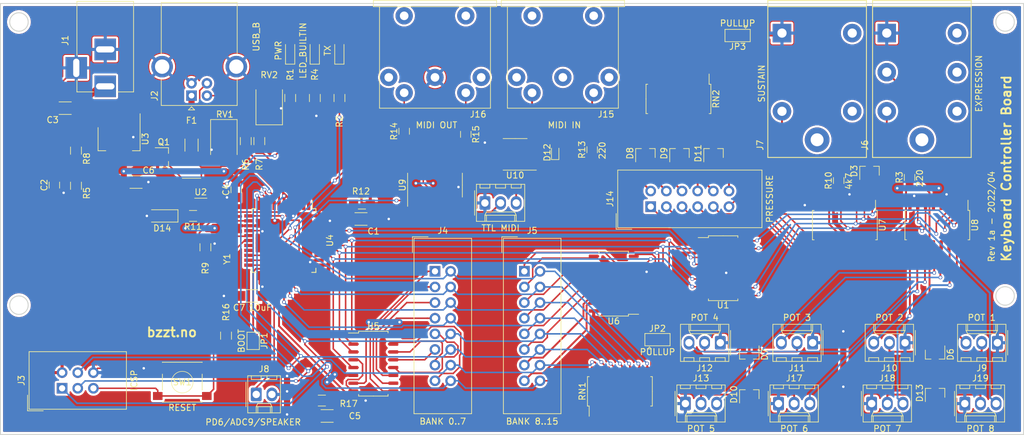
<source format=kicad_pcb>
(kicad_pcb (version 20171130) (host pcbnew 5.1.12-84ad8e8a86~92~ubuntu20.04.1)
  (title_block (title "Bzzt Keyboard Controller Board") (date 2022-01-24) (rev 1a) (company bzzt.no) (comment 1 morten@bzzt.no))
  (layers (0 F.Cu signal) (31 B.Cu signal) (34 B.Paste user) (35 F.Paste user) (36 B.SilkS user) (37 F.SilkS user) (38 B.Mask user) (39 F.Mask user) (44 Edge.Cuts user))
  (net 0 "")
  (net 1 GND)
  (net 2 /AREF)
  (net 3 VBUS)
  (net 4 /D13)
  (net 5 /SCL)
  (net 6 /SDA)
  (net 7 /D5)
  (net 8 /TXLED)
  (net 9 /~RESET)
  (net 10 /D+)
  (net 11 /D-)
  (net 12 "Net-(F1-Pad2)")
  (net 13 +5V)
  (net 14 "Net-(C2-Pad1)")
  (net 15 "Net-(D1-Pad1)")
  (net 16 "Net-(D2-Pad1)")
  (net 17 "Net-(D4-Pad2)")
  (net 18 "Net-(D4-Pad1)")
  (net 19 "Net-(Q1-Pad1)")
  (net 20 "Net-(U4-Pad2)")
  (net 21 "Net-(R9-Pad1)")
  (net 22 "Net-(R9-Pad2)")
  (net 23 /ADC10)
  (net 24 "Net-(D3-Pad2)")
  (net 25 "Net-(D6-Pad1)")
  (net 26 "Net-(D6-Pad2)")
  (net 27 "Net-(D7-Pad2)")
  (net 28 "Net-(D7-Pad1)")
  (net 29 "Net-(D8-Pad1)")
  (net 30 "Net-(D8-Pad2)")
  (net 31 "Net-(D9-Pad2)")
  (net 32 "Net-(D9-Pad1)")
  (net 33 "Net-(D10-Pad1)")
  (net 34 "Net-(D10-Pad2)")
  (net 35 "Net-(D11-Pad1)")
  (net 36 "Net-(D11-Pad2)")
  (net 37 "Net-(D12-Pad2)")
  (net 38 "Net-(D12-Pad1)")
  (net 39 "Net-(D13-Pad2)")
  (net 40 "Net-(D13-Pad1)")
  (net 41 "Net-(J2-Pad2)")
  (net 42 "Net-(J2-Pad3)")
  (net 43 /PB3)
  (net 44 /PB1)
  (net 45 /PB2)
  (net 46 "Net-(J4-Pad1)")
  (net 47 /PB7)
  (net 48 "Net-(J4-Pad3)")
  (net 49 /PB6)
  (net 50 "Net-(J4-Pad5)")
  (net 51 /PB5)
  (net 52 "Net-(J4-Pad7)")
  (net 53 /PB4)
  (net 54 "Net-(J4-Pad9)")
  (net 55 "Net-(J4-Pad11)")
  (net 56 "Net-(J4-Pad13)")
  (net 57 "Net-(J4-Pad15)")
  (net 58 /PB0)
  (net 59 "Net-(J5-Pad15)")
  (net 60 "Net-(J5-Pad13)")
  (net 61 "Net-(J5-Pad11)")
  (net 62 "Net-(J5-Pad9)")
  (net 63 "Net-(J5-Pad7)")
  (net 64 "Net-(J5-Pad5)")
  (net 65 "Net-(J5-Pad3)")
  (net 66 "Net-(J5-Pad1)")
  (net 67 /AMUX2)
  (net 68 /AMUX3)
  (net 69 /AMUX4)
  (net 70 /AMUX5)
  (net 71 /AMUX6)
  (net 72 /AMUX7)
  (net 73 "Net-(J15-Pad4)")
  (net 74 "Net-(J15-Pad3)")
  (net 75 "Net-(J15-Pad2)")
  (net 76 "Net-(J15-Pad1)")
  (net 77 "Net-(J16-Pad1)")
  (net 78 "Net-(J16-Pad3)")
  (net 79 "Net-(J16-Pad5)")
  (net 80 "Net-(J16-Pad4)")
  (net 81 /PE6)
  (net 82 /RXD)
  (net 83 /TXD)
  (net 84 /PD4)
  (net 85 /ADC9)
  (net 86 /PF7)
  (net 87 /PF6)
  (net 88 /PF5)
  (net 89 /PF4)
  (net 90 /PF1)
  (net 91 /PF0)
  (net 92 /AMUX0)
  (net 93 /AMUX1)
  (net 94 /AMUX15)
  (net 95 /AMUX14)
  (net 96 /AMUX13)
  (net 97 /AMUX12)
  (net 98 /AMUX11)
  (net 99 /AMUX10)
  (net 100 /AMUX9)
  (net 101 /AMUX8)
  (net 102 +12V)
  (net 103 "Net-(J6-PadR)")
  (net 104 /~HWB)
  (net 105 "Net-(R14-Pad2)")
  (net 106 "Net-(RN2-Pad7)")
  (net 107 "Net-(RN2-Pad8)")
  (net 108 "Net-(RN2-Pad9)")
  (net 109 "Net-(RN2-Pad10)")
  (net 110 "Net-(U9-Pad2)")
  (net 111 "Net-(U10-Pad1)")
  (net 112 "Net-(U1-Pad1)")
  (net 113 "Net-(U1-Pad8)")
  (net 114 /AEN3)
  (net 115 /AEN2)
  (net 116 "Net-(U1-Pad11)")
  (net 117 "Net-(U1-Pad14)")
  (net 118 /AEN1)
  (net 119 /AEN0)
  (net 120 "Net-(D3-Pad1)")
  (net 121 "Net-(D14-Pad1)")
  (net 122 "Net-(JP2-Pad2)")
  (net 123 "Net-(JP3-Pad2)")
  (module footprints:R_0805_HandSoldering (layer F.Cu) (at 96.15 104.5)
    (fp_text reference R17 (at 4.35 0.5) (layer F.SilkS))
    (fp_text value 1k)
    (pad 2 smd rect (at 1.35 0) (size 1.5 1.3) (layers F.Cu F.Paste F.Mask) (net 23 /ADC10))
    (pad 1 smd rect (at -1.35 0) (size 1.5 1.3) (layers F.Cu F.Paste F.Mask) (net 1 GND))
  )
  (module footprints:R_0805_HandSoldering (layer F.Cu) (at 102.65 72.5)
    (fp_text reference R12 (at -0.15 -2) (layer F.SilkS))
    (fp_text value 1k)
    (pad 2 smd rect (at 1.35 0) (size 1.5 1.3) (layers F.Cu F.Paste F.Mask) (net 13 +5V))
    (pad 1 smd rect (at -1.35 0) (size 1.5 1.3) (layers F.Cu F.Paste F.Mask) (net 2 /AREF))
  )
  (module footprints:C_1206_HandSoldering (layer F.Cu) (at 97 107 180)
    (fp_text reference C5 (at -4.5 0) (layer F.SilkS))
    (fp_text value 10uF hide)
    (pad 2 smd rect (at 2 0 180) (size 2 1.6) (layers F.Cu F.Paste F.Mask) (net 1 GND))
    (pad 1 smd rect (at -2 0 180) (size 2 1.6) (layers F.Cu F.Paste F.Mask) (net 23 /ADC10))
  )
  (module footprints:C_1206_HandSoldering (layer F.Cu) (at 102.5 75)
    (fp_text reference C1 (at 2.032 2) (layer F.SilkS))
    (fp_text value 10uF hide)
    (pad 2 smd rect (at 2 0) (size 2 1.6) (layers F.Cu F.Paste F.Mask) (net 1 GND))
    (pad 1 smd rect (at -2 0) (size 2 1.6) (layers F.Cu F.Paste F.Mask) (net 2 /AREF))
  )
  (module footprints:SolderJumper-3_P1.3mm_Bridged12_Pad1.0x1.5mm (layer F.Cu) (at 163.6 45.2 180)
    (fp_text reference JP3 (at 0 -1.8) (layer F.SilkS))
    (fp_text value PULLUP (at 0 2) (layer F.SilkS))
    (fp_poly (pts (xy -0.9 -0.3) (xy -0.4 -0.3) (xy -0.4 0.3) (xy -0.9 0.3)) (layer F.Cu) (width 0))
    (pad 1 smd rect (at -1.3 0 180) (size 1 1.5) (layers F.Cu F.Mask) (net 1 GND))
    (pad 3 smd rect (at 1.3 0 180) (size 1 1.5) (layers F.Cu F.Mask) (net 13 +5V))
    (pad 2 smd rect (at 0 0 180) (size 1 1.5) (layers F.Cu F.Mask) (net 123 "Net-(JP3-Pad2)"))
  )
  (module Diode_SMD:D_SMB (layer F.Cu) (at 87.6 56.15 90)
    (fp_text reference RV2 (at 4.55 0 180) (layer F.SilkS))
    (fp_text value P6SMB6.8CA)
    (pad 2 smd rect (at 2.15 0 90) (size 2.5 2.3) (layers F.Cu F.Paste F.Mask) (net 1 GND))
    (pad 1 smd rect (at -2.15 0 90) (size 2.5 2.3) (layers F.Cu F.Paste F.Mask) (net 41 "Net-(J2-Pad2)"))
  )
  (module Diode_SMD:D_SMB (layer F.Cu) (at 80.25 62.4 270)
    (fp_text reference RV1 (at -4.4 -0.15 180) (layer F.SilkS))
    (fp_text value P6SMB6.8CA)
    (pad 2 smd rect (at 2.15 0 270) (size 2.5 2.3) (layers F.Cu F.Paste F.Mask) (net 1 GND))
    (pad 1 smd rect (at -2.15 0 270) (size 2.5 2.3) (layers F.Cu F.Paste F.Mask) (net 42 "Net-(J2-Pad3)"))
  )
  (module footprints:SolderJumper-3_P1.3mm_Bridged12_Pad1.0x1.5mm (layer F.Cu) (at 150.6 94.6)
    (fp_text reference JP2 (at 0 -1.8) (layer F.SilkS))
    (fp_text value PULLUP (at 0 2) (layer F.SilkS))
    (fp_poly (pts (xy -0.9 -0.3) (xy -0.4 -0.3) (xy -0.4 0.3) (xy -0.9 0.3)) (layer F.Cu) (width 0))
    (pad 1 smd rect (at -1.3 0) (size 1 1.5) (layers F.Cu F.Mask) (net 13 +5V))
    (pad 3 smd rect (at 1.3 0) (size 1 1.5) (layers F.Cu F.Mask) (net 1 GND))
    (pad 2 smd rect (at 0 0) (size 1 1.5) (layers F.Cu F.Mask) (net 122 "Net-(JP2-Pad2)"))
  )
  (module Jumper:SolderJumper-2_P1.3mm_Open_Pad1.0x1.5mm (layer F.Cu) (at 85 94.8 270)
    (fp_text reference JP1 (at 0 -1.8 90) (layer F.SilkS))
    (fp_text value BOOT (at 0 1.9 90) (layer F.SilkS))
    (pad 1 smd rect (at -0.65 0 270) (size 1 1.5) (layers F.Cu F.Mask) (net 104 /~HWB))
    (pad 2 smd rect (at 0.65 0 270) (size 1 1.5) (layers F.Cu F.Mask) (net 13 +5V))
  )
  (module footprints:Molex_KK-254_AE-6410-03A_1x03_P2.54mm_Vertical (layer F.Cu) (at 122.6 72.4)
    (fp_text reference J20 hide)
    (fp_text value "TTL MIDI" (at 2.54 4.08) (layer F.SilkS))
    (pad 1 thru_hole roundrect (at 0 0) (size 1.74 2.2) (drill 1.2) (layers *.Cu *.Mask) (roundrect_rratio 0.143678) (net 1 GND))
    (pad 2 thru_hole oval (at 2.54 0) (size 1.74 2.2) (drill 1.2) (layers *.Cu *.Mask) (net 83 /TXD))
    (pad 3 thru_hole oval (at 5.08 0) (size 1.74 2.2) (drill 1.2) (layers *.Cu *.Mask) (net 82 /RXD))
  )
  (module Diode_SMD:D_MiniMELF (layer F.Cu) (at 70.25 74.5 180)
    (fp_text reference D14 (at 0 -2) (layer F.SilkS))
    (fp_text value ZMM3V3)
    (pad 2 smd rect (at 1.75 0 180) (size 1.3 1.7) (layers F.Cu F.Paste F.Mask) (net 1 GND))
    (pad 1 smd rect (at -1.75 0 180) (size 1.3 1.7) (layers F.Cu F.Paste F.Mask) (net 121 "Net-(D14-Pad1)"))
  )
  (module footprints:SOT-23 (layer F.Cu) (at 185 67.2 90)
    (fp_text reference D3 (at 0 -2.5 90) (layer F.SilkS))
    (fp_text value BAV70)
    (pad 1 smd rect (at -1 -0.95 90) (size 0.9 0.8) (layers F.Cu F.Paste F.Mask) (net 120 "Net-(D3-Pad1)"))
    (pad 2 smd rect (at -1 0.95 90) (size 0.9 0.8) (layers F.Cu F.Paste F.Mask) (net 24 "Net-(D3-Pad2)"))
    (pad 3 smd rect (at 1 0 90) (size 0.9 0.8) (layers F.Cu F.Paste F.Mask) (net 23 /ADC10))
  )
  (module footprints:SOIC-16_4.55x10.3mm_P1.27mm (layer F.Cu) (at 161.25 83)
    (fp_text reference U1 (at 0 6) (layer F.SilkS))
    (fp_text value 74LS75)
    (pad 1 smd roundrect (at -3.25 -4.445) (size 1.6 0.55) (layers F.Cu F.Paste F.Mask) (net 112 "Net-(U1-Pad1)"))
    (pad 2 smd roundrect (at -3.25 -3.175) (size 1.6 0.55) (layers F.Cu F.Paste F.Mask) (net 89 /PF4))
    (pad 3 smd roundrect (at -3.25 -1.905) (size 1.6 0.55) (layers F.Cu F.Paste F.Mask) (net 88 /PF5))
    (pad 4 smd roundrect (at -3.25 -0.635) (size 1.6 0.55) (layers F.Cu F.Paste F.Mask) (net 91 /PF0))
    (pad 5 smd roundrect (at -3.25 0.635) (size 1.6 0.55) (layers F.Cu F.Paste F.Mask) (net 13 +5V))
    (pad 6 smd roundrect (at -3.25 1.905) (size 1.6 0.55) (layers F.Cu F.Paste F.Mask) (net 87 /PF6))
    (pad 7 smd roundrect (at -3.25 3.175) (size 1.6 0.55) (layers F.Cu F.Paste F.Mask) (net 86 /PF7))
    (pad 8 smd roundrect (at -3.25 4.445) (size 1.6 0.55) (layers F.Cu F.Paste F.Mask) (net 113 "Net-(U1-Pad8)"))
    (pad 9 smd roundrect (at 3.25 4.445) (size 1.6 0.55) (layers F.Cu F.Paste F.Mask) (net 114 /AEN3))
    (pad 10 smd roundrect (at 3.25 3.175) (size 1.6 0.55) (layers F.Cu F.Paste F.Mask) (net 115 /AEN2))
    (pad 11 smd roundrect (at 3.25 1.905) (size 1.6 0.55) (layers F.Cu F.Paste F.Mask) (net 116 "Net-(U1-Pad11)"))
    (pad 12 smd roundrect (at 3.25 0.635) (size 1.6 0.55) (layers F.Cu F.Paste F.Mask) (net 1 GND))
    (pad 13 smd roundrect (at 3.25 -0.635) (size 1.6 0.55) (layers F.Cu F.Paste F.Mask) (net 91 /PF0))
    (pad 14 smd roundrect (at 3.25 -1.905) (size 1.6 0.55) (layers F.Cu F.Paste F.Mask) (net 117 "Net-(U1-Pad14)"))
    (pad 15 smd roundrect (at 3.25 -3.175) (size 1.6 0.55) (layers F.Cu F.Paste F.Mask) (net 118 /AEN1))
    (pad 16 smd roundrect (at 3.25 -4.445) (size 1.6 0.55) (layers F.Cu F.Paste F.Mask) (net 119 /AEN0))
  )
  (module footprints:SOIC-16_4.55x10.3mm_P1.27mm (layer F.Cu) (at 196 76 270)
    (fp_text reference U8 (at 0 -6.1 90) (layer F.SilkS))
    (fp_text value 74HC238)
    (pad 1 smd roundrect (at -3.25 -4.445 270) (size 1.6 0.55) (layers F.Cu F.Paste F.Mask) (net 119 /AEN0))
    (pad 2 smd roundrect (at -3.25 -3.175 270) (size 1.6 0.55) (layers F.Cu F.Paste F.Mask) (net 118 /AEN1))
    (pad 3 smd roundrect (at -3.25 -1.905 270) (size 1.6 0.55) (layers F.Cu F.Paste F.Mask) (net 115 /AEN2))
    (pad 4 smd roundrect (at -3.25 -0.635 270) (size 1.6 0.55) (layers F.Cu F.Paste F.Mask) (net 1 GND))
    (pad 5 smd roundrect (at -3.25 0.635 270) (size 1.6 0.55) (layers F.Cu F.Paste F.Mask) (net 1 GND))
    (pad 6 smd roundrect (at -3.25 1.905 270) (size 1.6 0.55) (layers F.Cu F.Paste F.Mask) (net 114 /AEN3))
    (pad 7 smd roundrect (at -3.25 3.175 270) (size 1.6 0.55) (layers F.Cu F.Paste F.Mask) (net 94 /AMUX15))
    (pad 8 smd roundrect (at -3.25 4.445 270) (size 1.6 0.55) (layers F.Cu F.Paste F.Mask) (net 1 GND))
    (pad 9 smd roundrect (at 3.25 4.445 270) (size 1.6 0.55) (layers F.Cu F.Paste F.Mask) (net 95 /AMUX14))
    (pad 10 smd roundrect (at 3.25 3.175 270) (size 1.6 0.55) (layers F.Cu F.Paste F.Mask) (net 96 /AMUX13))
    (pad 11 smd roundrect (at 3.25 1.905 270) (size 1.6 0.55) (layers F.Cu F.Paste F.Mask) (net 97 /AMUX12))
    (pad 12 smd roundrect (at 3.25 0.635 270) (size 1.6 0.55) (layers F.Cu F.Paste F.Mask) (net 98 /AMUX11))
    (pad 13 smd roundrect (at 3.25 -0.635 270) (size 1.6 0.55) (layers F.Cu F.Paste F.Mask) (net 99 /AMUX10))
    (pad 14 smd roundrect (at 3.25 -1.905 270) (size 1.6 0.55) (layers F.Cu F.Paste F.Mask) (net 100 /AMUX9))
    (pad 15 smd roundrect (at 3.25 -3.175 270) (size 1.6 0.55) (layers F.Cu F.Paste F.Mask) (net 101 /AMUX8))
    (pad 16 smd roundrect (at 3.25 -4.445 270) (size 1.6 0.55) (layers F.Cu F.Paste F.Mask) (net 13 +5V))
  )
  (module footprints:SOIC-16_4.55x10.3mm_P1.27mm (layer F.Cu) (at 181 76 270)
    (fp_text reference U7 (at 0 -6.1 90) (layer F.SilkS))
    (fp_text value 74HC238)
    (pad 1 smd roundrect (at -3.25 -4.445 270) (size 1.6 0.55) (layers F.Cu F.Paste F.Mask) (net 119 /AEN0))
    (pad 2 smd roundrect (at -3.25 -3.175 270) (size 1.6 0.55) (layers F.Cu F.Paste F.Mask) (net 118 /AEN1))
    (pad 3 smd roundrect (at -3.25 -1.905 270) (size 1.6 0.55) (layers F.Cu F.Paste F.Mask) (net 115 /AEN2))
    (pad 4 smd roundrect (at -3.25 -0.635 270) (size 1.6 0.55) (layers F.Cu F.Paste F.Mask) (net 1 GND))
    (pad 5 smd roundrect (at -3.25 0.635 270) (size 1.6 0.55) (layers F.Cu F.Paste F.Mask) (net 114 /AEN3))
    (pad 6 smd roundrect (at -3.25 1.905 270) (size 1.6 0.55) (layers F.Cu F.Paste F.Mask) (net 13 +5V))
    (pad 7 smd roundrect (at -3.25 3.175 270) (size 1.6 0.55) (layers F.Cu F.Paste F.Mask) (net 72 /AMUX7))
    (pad 8 smd roundrect (at -3.25 4.445 270) (size 1.6 0.55) (layers F.Cu F.Paste F.Mask) (net 1 GND))
    (pad 9 smd roundrect (at 3.25 4.445 270) (size 1.6 0.55) (layers F.Cu F.Paste F.Mask) (net 71 /AMUX6))
    (pad 10 smd roundrect (at 3.25 3.175 270) (size 1.6 0.55) (layers F.Cu F.Paste F.Mask) (net 70 /AMUX5))
    (pad 11 smd roundrect (at 3.25 1.905 270) (size 1.6 0.55) (layers F.Cu F.Paste F.Mask) (net 69 /AMUX4))
    (pad 12 smd roundrect (at 3.25 0.635 270) (size 1.6 0.55) (layers F.Cu F.Paste F.Mask) (net 68 /AMUX3))
    (pad 13 smd roundrect (at 3.25 -0.635 270) (size 1.6 0.55) (layers F.Cu F.Paste F.Mask) (net 67 /AMUX2))
    (pad 14 smd roundrect (at 3.25 -1.905 270) (size 1.6 0.55) (layers F.Cu F.Paste F.Mask) (net 93 /AMUX1))
    (pad 15 smd roundrect (at 3.25 -3.175 270) (size 1.6 0.55) (layers F.Cu F.Paste F.Mask) (net 92 /AMUX0))
    (pad 16 smd roundrect (at 3.25 -4.445 270) (size 1.6 0.55) (layers F.Cu F.Paste F.Mask) (net 13 +5V))
  )
  (module footprints:SOIC-16_4.55x10.3mm_P1.27mm (layer F.Cu) (at 143.5 85.5 180)
    (fp_text reference U6 (at 0 -6.1) (layer F.SilkS))
    (fp_text value 74HC138)
    (pad 1 smd roundrect (at -3.25 -4.445 180) (size 1.6 0.55) (layers F.Cu F.Paste F.Mask) (net 89 /PF4))
    (pad 2 smd roundrect (at -3.25 -3.175 180) (size 1.6 0.55) (layers F.Cu F.Paste F.Mask) (net 88 /PF5))
    (pad 3 smd roundrect (at -3.25 -1.905 180) (size 1.6 0.55) (layers F.Cu F.Paste F.Mask) (net 87 /PF6))
    (pad 4 smd roundrect (at -3.25 -0.635 180) (size 1.6 0.55) (layers F.Cu F.Paste F.Mask) (net 1 GND))
    (pad 5 smd roundrect (at -3.25 0.635 180) (size 1.6 0.55) (layers F.Cu F.Paste F.Mask) (net 1 GND))
    (pad 6 smd roundrect (at -3.25 1.905 180) (size 1.6 0.55) (layers F.Cu F.Paste F.Mask) (net 86 /PF7))
    (pad 7 smd roundrect (at -3.25 3.175 180) (size 1.6 0.55) (layers F.Cu F.Paste F.Mask) (net 66 "Net-(J5-Pad1)"))
    (pad 8 smd roundrect (at -3.25 4.445 180) (size 1.6 0.55) (layers F.Cu F.Paste F.Mask) (net 1 GND))
    (pad 9 smd roundrect (at 3.25 4.445 180) (size 1.6 0.55) (layers F.Cu F.Paste F.Mask) (net 65 "Net-(J5-Pad3)"))
    (pad 10 smd roundrect (at 3.25 3.175 180) (size 1.6 0.55) (layers F.Cu F.Paste F.Mask) (net 64 "Net-(J5-Pad5)"))
    (pad 11 smd roundrect (at 3.25 1.905 180) (size 1.6 0.55) (layers F.Cu F.Paste F.Mask) (net 63 "Net-(J5-Pad7)"))
    (pad 12 smd roundrect (at 3.25 0.635 180) (size 1.6 0.55) (layers F.Cu F.Paste F.Mask) (net 62 "Net-(J5-Pad9)"))
    (pad 13 smd roundrect (at 3.25 -0.635 180) (size 1.6 0.55) (layers F.Cu F.Paste F.Mask) (net 61 "Net-(J5-Pad11)"))
    (pad 14 smd roundrect (at 3.25 -1.905 180) (size 1.6 0.55) (layers F.Cu F.Paste F.Mask) (net 60 "Net-(J5-Pad13)"))
    (pad 15 smd roundrect (at 3.25 -3.175 180) (size 1.6 0.55) (layers F.Cu F.Paste F.Mask) (net 59 "Net-(J5-Pad15)"))
    (pad 16 smd roundrect (at 3.25 -4.445 180) (size 1.6 0.55) (layers F.Cu F.Paste F.Mask) (net 13 +5V))
  )
  (module footprints:SOIC-16_4.55x10.3mm_P1.27mm (layer F.Cu) (at 104.5 98.5)
    (fp_text reference U5 (at 0 -6.1) (layer F.SilkS))
    (fp_text value 74HC138)
    (pad 1 smd roundrect (at -3.25 -4.445) (size 1.6 0.55) (layers F.Cu F.Paste F.Mask) (net 89 /PF4))
    (pad 2 smd roundrect (at -3.25 -3.175) (size 1.6 0.55) (layers F.Cu F.Paste F.Mask) (net 88 /PF5))
    (pad 3 smd roundrect (at -3.25 -1.905) (size 1.6 0.55) (layers F.Cu F.Paste F.Mask) (net 87 /PF6))
    (pad 4 smd roundrect (at -3.25 -0.635) (size 1.6 0.55) (layers F.Cu F.Paste F.Mask) (net 1 GND))
    (pad 5 smd roundrect (at -3.25 0.635) (size 1.6 0.55) (layers F.Cu F.Paste F.Mask) (net 86 /PF7))
    (pad 6 smd roundrect (at -3.25 1.905) (size 1.6 0.55) (layers F.Cu F.Paste F.Mask) (net 13 +5V))
    (pad 7 smd roundrect (at -3.25 3.175) (size 1.6 0.55) (layers F.Cu F.Paste F.Mask) (net 46 "Net-(J4-Pad1)"))
    (pad 8 smd roundrect (at -3.25 4.445) (size 1.6 0.55) (layers F.Cu F.Paste F.Mask) (net 1 GND))
    (pad 9 smd roundrect (at 3.25 4.445) (size 1.6 0.55) (layers F.Cu F.Paste F.Mask) (net 48 "Net-(J4-Pad3)"))
    (pad 10 smd roundrect (at 3.25 3.175) (size 1.6 0.55) (layers F.Cu F.Paste F.Mask) (net 50 "Net-(J4-Pad5)"))
    (pad 11 smd roundrect (at 3.25 1.905) (size 1.6 0.55) (layers F.Cu F.Paste F.Mask) (net 52 "Net-(J4-Pad7)"))
    (pad 12 smd roundrect (at 3.25 0.635) (size 1.6 0.55) (layers F.Cu F.Paste F.Mask) (net 54 "Net-(J4-Pad9)"))
    (pad 13 smd roundrect (at 3.25 -0.635) (size 1.6 0.55) (layers F.Cu F.Paste F.Mask) (net 55 "Net-(J4-Pad11)"))
    (pad 14 smd roundrect (at 3.25 -1.905) (size 1.6 0.55) (layers F.Cu F.Paste F.Mask) (net 56 "Net-(J4-Pad13)"))
    (pad 15 smd roundrect (at 3.25 -3.175) (size 1.6 0.55) (layers F.Cu F.Paste F.Mask) (net 57 "Net-(J4-Pad15)"))
    (pad 16 smd roundrect (at 3.25 -4.445) (size 1.6 0.55) (layers F.Cu F.Paste F.Mask) (net 13 +5V))
  )
  (module footprints:SOIC-16_4.55x10.3mm_P1.27mm (layer F.Cu) (at 154 55.5 270)
    (fp_text reference RN2 (at 0 -6.1 90) (layer F.SilkS))
    (fp_text value 10k/4k7)
    (pad 1 smd roundrect (at -3.25 -4.445 270) (size 1.6 0.55) (layers F.Cu F.Paste F.Mask) (net 123 "Net-(JP3-Pad2)"))
    (pad 2 smd roundrect (at -3.25 -3.175 270) (size 1.6 0.55) (layers F.Cu F.Paste F.Mask) (net 123 "Net-(JP3-Pad2)"))
    (pad 3 smd roundrect (at -3.25 -1.905 270) (size 1.6 0.55) (layers F.Cu F.Paste F.Mask) (net 123 "Net-(JP3-Pad2)"))
    (pad 4 smd roundrect (at -3.25 -0.635 270) (size 1.6 0.55) (layers F.Cu F.Paste F.Mask) (net 123 "Net-(JP3-Pad2)"))
    (pad 5 smd roundrect (at -3.25 0.635 270) (size 1.6 0.55) (layers F.Cu F.Paste F.Mask) (net 123 "Net-(JP3-Pad2)"))
    (pad 6 smd roundrect (at -3.25 1.905 270) (size 1.6 0.55) (layers F.Cu F.Paste F.Mask) (net 123 "Net-(JP3-Pad2)"))
    (pad 7 smd roundrect (at -3.25 3.175 270) (size 1.6 0.55) (layers F.Cu F.Paste F.Mask) (net 106 "Net-(RN2-Pad7)"))
    (pad 8 smd roundrect (at -3.25 4.445 270) (size 1.6 0.55) (layers F.Cu F.Paste F.Mask) (net 107 "Net-(RN2-Pad8)"))
    (pad 9 smd roundrect (at 3.25 4.445 270) (size 1.6 0.55) (layers F.Cu F.Paste F.Mask) (net 108 "Net-(RN2-Pad9)"))
    (pad 10 smd roundrect (at 3.25 3.175 270) (size 1.6 0.55) (layers F.Cu F.Paste F.Mask) (net 109 "Net-(RN2-Pad10)"))
    (pad 11 smd roundrect (at 3.25 1.905 270) (size 1.6 0.55) (layers F.Cu F.Paste F.Mask) (net 29 "Net-(D8-Pad1)"))
    (pad 12 smd roundrect (at 3.25 0.635 270) (size 1.6 0.55) (layers F.Cu F.Paste F.Mask) (net 30 "Net-(D8-Pad2)"))
    (pad 13 smd roundrect (at 3.25 -0.635 270) (size 1.6 0.55) (layers F.Cu F.Paste F.Mask) (net 32 "Net-(D9-Pad1)"))
    (pad 14 smd roundrect (at 3.25 -1.905 270) (size 1.6 0.55) (layers F.Cu F.Paste F.Mask) (net 31 "Net-(D9-Pad2)"))
    (pad 15 smd roundrect (at 3.25 -3.175 270) (size 1.6 0.55) (layers F.Cu F.Paste F.Mask) (net 35 "Net-(D11-Pad1)"))
    (pad 16 smd roundrect (at 3.25 -4.445 270) (size 1.6 0.55) (layers F.Cu F.Paste F.Mask) (net 36 "Net-(D11-Pad2)"))
  )
  (module footprints:SOIC-16_4.55x10.3mm_P1.27mm (layer F.Cu) (at 144.5 103 90)
    (fp_text reference RN1 (at 0 -6.1 90) (layer F.SilkS))
    (fp_text value 4k7)
    (pad 1 smd roundrect (at -3.25 -4.445 90) (size 1.6 0.55) (layers F.Cu F.Paste F.Mask) (net 122 "Net-(JP2-Pad2)"))
    (pad 2 smd roundrect (at -3.25 -3.175 90) (size 1.6 0.55) (layers F.Cu F.Paste F.Mask) (net 122 "Net-(JP2-Pad2)"))
    (pad 3 smd roundrect (at -3.25 -1.905 90) (size 1.6 0.55) (layers F.Cu F.Paste F.Mask) (net 122 "Net-(JP2-Pad2)"))
    (pad 4 smd roundrect (at -3.25 -0.635 90) (size 1.6 0.55) (layers F.Cu F.Paste F.Mask) (net 122 "Net-(JP2-Pad2)"))
    (pad 5 smd roundrect (at -3.25 0.635 90) (size 1.6 0.55) (layers F.Cu F.Paste F.Mask) (net 122 "Net-(JP2-Pad2)"))
    (pad 6 smd roundrect (at -3.25 1.905 90) (size 1.6 0.55) (layers F.Cu F.Paste F.Mask) (net 122 "Net-(JP2-Pad2)"))
    (pad 7 smd roundrect (at -3.25 3.175 90) (size 1.6 0.55) (layers F.Cu F.Paste F.Mask) (net 122 "Net-(JP2-Pad2)"))
    (pad 8 smd roundrect (at -3.25 4.445 90) (size 1.6 0.55) (layers F.Cu F.Paste F.Mask) (net 122 "Net-(JP2-Pad2)"))
    (pad 9 smd roundrect (at 3.25 4.445 90) (size 1.6 0.55) (layers F.Cu F.Paste F.Mask) (net 47 /PB7))
    (pad 10 smd roundrect (at 3.25 3.175 90) (size 1.6 0.55) (layers F.Cu F.Paste F.Mask) (net 49 /PB6))
    (pad 11 smd roundrect (at 3.25 1.905 90) (size 1.6 0.55) (layers F.Cu F.Paste F.Mask) (net 51 /PB5))
    (pad 12 smd roundrect (at 3.25 0.635 90) (size 1.6 0.55) (layers F.Cu F.Paste F.Mask) (net 53 /PB4))
    (pad 13 smd roundrect (at 3.25 -0.635 90) (size 1.6 0.55) (layers F.Cu F.Paste F.Mask) (net 43 /PB3))
    (pad 14 smd roundrect (at 3.25 -1.905 90) (size 1.6 0.55) (layers F.Cu F.Paste F.Mask) (net 45 /PB2))
    (pad 15 smd roundrect (at 3.25 -3.175 90) (size 1.6 0.55) (layers F.Cu F.Paste F.Mask) (net 44 /PB1))
    (pad 16 smd roundrect (at 3.25 -4.445 90) (size 1.6 0.55) (layers F.Cu F.Paste F.Mask) (net 58 /PB0))
  )
  (module footprints:R_0805_HandSoldering (layer F.Cu) (at 75.25 74.5)
    (fp_text reference R11 (at 0 1.75) (layer F.SilkS))
    (fp_text value 10K)
    (pad 2 smd rect (at 1.35 0) (size 1.5 1.3) (layers F.Cu F.Paste F.Mask) (net 3 VBUS))
    (pad 1 smd rect (at -1.35 0) (size 1.5 1.3) (layers F.Cu F.Paste F.Mask) (net 121 "Net-(D14-Pad1)"))
  )
  (module footprints:R_0805_HandSoldering (layer F.Cu) (at 80.6 93.95 270)
    (fp_text reference R16 (at -3.81 0 90) (layer F.SilkS))
    (fp_text value 10K)
    (pad 2 smd rect (at 1.35 0 270) (size 1.5 1.3) (layers F.Cu F.Paste F.Mask) (net 104 /~HWB))
    (pad 1 smd rect (at -1.35 0 270) (size 1.5 1.3) (layers F.Cu F.Paste F.Mask) (net 1 GND))
  )
  (module footprints:BARREL_JACK (layer F.Cu) (at 61 53.455 270)
    (fp_text reference J1 (at -7.455 6.5 270) (layer F.SilkS))
    (fp_text value Barrel_Jack hide)
    (pad 1 thru_hole rect (at 0 0 270) (size 3.5 3.5) (drill oval 1 3) (layers *.Cu *.Mask) (net 102 +12V))
    (pad 2 thru_hole rect (at -6 0 270) (size 3.5 3.5) (drill oval 1 3) (layers *.Cu *.Mask) (net 1 GND))
    (pad 3 thru_hole rect (at -3 4.7 270) (size 3.5 3.5) (drill oval 3 1) (layers *.Cu *.Mask) (net 1 GND))
  )
  (module footprints:C_0805_HandSoldering (layer F.Cu) (at 52.75 69.5 270)
    (fp_text reference C2 (at 0 1.651 90) (layer F.SilkS))
    (fp_text value 22nF hide)
    (pad 2 smd rect (at 1.25 0 270) (size 1.5 1.25) (layers F.Cu F.Paste F.Mask) (net 1 GND))
    (pad 1 smd rect (at -1.25 0 270) (size 1.5 1.25) (layers F.Cu F.Paste F.Mask) (net 14 "Net-(C2-Pad1)"))
  )
  (module footprints:C_1206_HandSoldering (layer F.Cu) (at 54.5 57 180)
    (fp_text reference C3 (at 2.032 -1.905) (layer F.SilkS))
    (fp_text value 10uF hide)
    (pad 1 smd rect (at -2 0 180) (size 2 1.6) (layers F.Cu F.Paste F.Mask) (net 102 +12V))
    (pad 2 smd rect (at 2 0 180) (size 2 1.6) (layers F.Cu F.Paste F.Mask) (net 1 GND))
  )
  (module footprints:C_0805_HandSoldering (layer F.Cu) (at 82.25 70.25 270)
    (fp_text reference C4 (at 0 1.651 90) (layer F.SilkS))
    (fp_text value 0.1uF hide)
    (pad 1 smd rect (at -1.25 0 270) (size 1.5 1.25) (layers F.Cu F.Paste F.Mask) (net 13 +5V))
    (pad 2 smd rect (at 1.25 0 270) (size 1.5 1.25) (layers F.Cu F.Paste F.Mask) (net 1 GND))
  )
  (module footprints:C_1206_HandSoldering (layer F.Cu) (at 66 69)
    (fp_text reference C6 (at 2.032 -1.905) (layer F.SilkS))
    (fp_text value 10uF hide)
    (pad 2 smd rect (at 2 0) (size 2 1.6) (layers F.Cu F.Paste F.Mask) (net 1 GND))
    (pad 1 smd rect (at -2 0) (size 2 1.6) (layers F.Cu F.Paste F.Mask) (net 13 +5V))
  )
  (module footprints:C_1206_HandSoldering (layer F.Cu) (at 84.75 87.5 180)
    (fp_text reference C7 (at 2.032 -1.905) (layer F.SilkS))
    (fp_text value 10uF (at -1.397 -1.905) (layer F.SilkS))
    (pad 1 smd rect (at -2 0 180) (size 2 1.6) (layers F.Cu F.Paste F.Mask) (net 13 +5V))
    (pad 2 smd rect (at 2 0 180) (size 2 1.6) (layers F.Cu F.Paste F.Mask) (net 1 GND))
  )
  (module footprints:LED_0805_HandSoldering (layer F.Cu) (at 91 47.65 90)
    (fp_text reference D1 hide)
    (fp_text value PWR (at 0 -1.905 90) (layer F.SilkS))
    (pad 1 smd rect (at -1.35 0 90) (size 1.5 1.3) (layers F.Cu F.Paste F.Mask) (net 15 "Net-(D1-Pad1)"))
    (pad 2 smd rect (at 1.35 0 90) (size 1.5 1.3) (layers F.Cu F.Paste F.Mask) (net 13 +5V))
  )
  (module footprints:LED_0805_HandSoldering (layer F.Cu) (at 98.985 47.65 90)
    (fp_text reference D2 hide)
    (fp_text value TX (at 0 -1.905 90) (layer F.SilkS))
    (pad 1 smd rect (at -1.35 0 90) (size 1.5 1.3) (layers F.Cu F.Paste F.Mask) (net 16 "Net-(D2-Pad1)"))
    (pad 2 smd rect (at 1.35 0 90) (size 1.5 1.3) (layers F.Cu F.Paste F.Mask) (net 13 +5V))
  )
  (module footprints:LED_0805_HandSoldering (layer F.Cu) (at 94.9925 47.65 90)
    (fp_text reference D4 hide)
    (fp_text value LED_BUILTIN (at 0 -1.905 90) (layer F.SilkS))
    (pad 2 smd rect (at 1.35 0 90) (size 1.5 1.3) (layers F.Cu F.Paste F.Mask) (net 17 "Net-(D4-Pad2)"))
    (pad 1 smd rect (at -1.35 0 90) (size 1.5 1.3) (layers F.Cu F.Paste F.Mask) (net 18 "Net-(D4-Pad1)"))
  )
  (module footprints:SOT-23 (layer F.Cu) (at 195.637 97 270)
    (fp_text reference D6 (at 0 -2.5 90) (layer F.SilkS))
    (fp_text value BAV70)
    (pad 1 smd rect (at -1 -0.95 270) (size 0.9 0.8) (layers F.Cu F.Paste F.Mask) (net 25 "Net-(D6-Pad1)"))
    (pad 2 smd rect (at -1 0.95 270) (size 0.9 0.8) (layers F.Cu F.Paste F.Mask) (net 26 "Net-(D6-Pad2)"))
    (pad 3 smd rect (at 1 0 270) (size 0.9 0.8) (layers F.Cu F.Paste F.Mask) (net 23 /ADC10))
  )
  (module footprints:SOT-23 (layer F.Cu) (at 165.5 97 270)
    (fp_text reference D7 (at 0 -2.5 90) (layer F.SilkS))
    (fp_text value BAV70)
    (pad 3 smd rect (at 1 0 270) (size 0.9 0.8) (layers F.Cu F.Paste F.Mask) (net 23 /ADC10))
    (pad 2 smd rect (at -1 0.95 270) (size 0.9 0.8) (layers F.Cu F.Paste F.Mask) (net 27 "Net-(D7-Pad2)"))
    (pad 1 smd rect (at -1 -0.95 270) (size 0.9 0.8) (layers F.Cu F.Paste F.Mask) (net 28 "Net-(D7-Pad1)"))
  )
  (module footprints:SOT-23 (layer F.Cu) (at 148.644 64.324 90)
    (fp_text reference D8 (at 0 -2.5 90) (layer F.SilkS))
    (fp_text value BAV70)
    (pad 3 smd rect (at 1 0 90) (size 0.9 0.8) (layers F.Cu F.Paste F.Mask) (net 23 /ADC10))
    (pad 2 smd rect (at -1 0.95 90) (size 0.9 0.8) (layers F.Cu F.Paste F.Mask) (net 30 "Net-(D8-Pad2)"))
    (pad 1 smd rect (at -1 -0.95 90) (size 0.9 0.8) (layers F.Cu F.Paste F.Mask) (net 29 "Net-(D8-Pad1)"))
  )
  (module footprints:SOT-23 (layer F.Cu) (at 154.1685 64.324 90)
    (fp_text reference D9 (at 0 -2.5 90) (layer F.SilkS))
    (fp_text value BAV70)
    (pad 1 smd rect (at -1 -0.95 90) (size 0.9 0.8) (layers F.Cu F.Paste F.Mask) (net 32 "Net-(D9-Pad1)"))
    (pad 2 smd rect (at -1 0.95 90) (size 0.9 0.8) (layers F.Cu F.Paste F.Mask) (net 31 "Net-(D9-Pad2)"))
    (pad 3 smd rect (at 1 0 90) (size 0.9 0.8) (layers F.Cu F.Paste F.Mask) (net 23 /ADC10))
  )
  (module footprints:SOT-23 (layer F.Cu) (at 165.5 103.5 90)
    (fp_text reference D10 (at 0 -2.5 90) (layer F.SilkS))
    (fp_text value BAV70)
    (pad 1 smd rect (at -1 -0.95 90) (size 0.9 0.8) (layers F.Cu F.Paste F.Mask) (net 33 "Net-(D10-Pad1)"))
    (pad 2 smd rect (at -1 0.95 90) (size 0.9 0.8) (layers F.Cu F.Paste F.Mask) (net 34 "Net-(D10-Pad2)"))
    (pad 3 smd rect (at 1 0 90) (size 0.9 0.8) (layers F.Cu F.Paste F.Mask) (net 23 /ADC10))
  )
  (module footprints:SOT-23 (layer F.Cu) (at 159.693 64.324 90)
    (fp_text reference D11 (at 0 -2.5 90) (layer F.SilkS))
    (fp_text value BAV70)
    (pad 3 smd rect (at 1 0 90) (size 0.9 0.8) (layers F.Cu F.Paste F.Mask) (net 23 /ADC10))
    (pad 2 smd rect (at -1 0.95 90) (size 0.9 0.8) (layers F.Cu F.Paste F.Mask) (net 36 "Net-(D11-Pad2)"))
    (pad 1 smd rect (at -1 -0.95 90) (size 0.9 0.8) (layers F.Cu F.Paste F.Mask) (net 35 "Net-(D11-Pad1)"))
  )
  (module footprints:D_SOD-523 (layer F.Cu) (at 134 64.2 90)
    (fp_text reference D12 (at 0 -1.3 90) (layer F.SilkS))
    (fp_text value 1N914WT)
    (pad 2 smd rect (at 0.7 0 270) (size 0.6 0.7) (layers F.Cu F.Paste F.Mask) (net 37 "Net-(D12-Pad2)"))
    (pad 1 smd rect (at -0.7 0 270) (size 0.6 0.7) (layers F.Cu F.Paste F.Mask) (net 38 "Net-(D12-Pad1)"))
  )
  (module footprints:SOT-23 (layer F.Cu) (at 195.637 103.27 90)
    (fp_text reference D13 (at 0 -2.5 90) (layer F.SilkS))
    (fp_text value BAV70)
    (pad 3 smd rect (at 1 0 90) (size 0.9 0.8) (layers F.Cu F.Paste F.Mask) (net 23 /ADC10))
    (pad 2 smd rect (at -1 0.95 90) (size 0.9 0.8) (layers F.Cu F.Paste F.Mask) (net 39 "Net-(D13-Pad2)"))
    (pad 1 smd rect (at -1 -0.95 90) (size 0.9 0.8) (layers F.Cu F.Paste F.Mask) (net 40 "Net-(D13-Pad1)"))
  )
  (module footprints:R_1206_HandSoldering (layer F.Cu) (at 75 63 90)
    (fp_text reference F1 (at 4 0) (layer F.SilkS))
    (fp_text value 0)
    (pad 1 smd rect (at -2 0 90) (size 2 1.7) (layers F.Cu F.Paste F.Mask) (net 3 VBUS))
    (pad 2 smd rect (at 2 0 90) (size 2 1.7) (layers F.Cu F.Paste F.Mask) (net 12 "Net-(F1-Pad2)"))
  )
  (module footprints:USB_B_OST_USB-B1HSxx_Horizontal (layer F.Cu) (at 75 54.965 90)
    (fp_text reference J2 (at -0.035 -6 90) (layer F.SilkS))
    (fp_text value USB_B (at 9.565 10.5 270) (layer F.SilkS))
    (pad 5 thru_hole circle (at 4.71 7.27 90) (size 3.5 3.5) (drill 2.33) (layers *.Cu *.Mask) (net 1 GND))
    (pad 5 thru_hole circle (at 4.71 -4.77 90) (size 3.5 3.5) (drill 2.33) (layers *.Cu *.Mask) (net 1 GND))
    (pad 4 thru_hole circle (at 2 0 90) (size 1.7 1.7) (drill 0.92) (layers *.Cu *.Mask) (net 1 GND))
    (pad 3 thru_hole circle (at 2 2.5 90) (size 1.7 1.7) (drill 0.92) (layers *.Cu *.Mask) (net 42 "Net-(J2-Pad3)"))
    (pad 2 thru_hole circle (at 0 2.5 90) (size 1.7 1.7) (drill 0.92) (layers *.Cu *.Mask) (net 41 "Net-(J2-Pad2)"))
    (pad 1 thru_hole rect (at 0 0 90) (size 1.7 1.7) (drill 0.92) (layers *.Cu *.Mask) (net 12 "Net-(F1-Pad2)"))
  )
  (module footprints:IDC-Header_2x03_P2.54mm_Vertical (layer F.Cu) (at 54 102.5 90)
    (fp_text reference J3 (at 1.27 -6.604 90) (layer F.SilkS))
    (fp_text value ICSP (at 1.27 11.684 90) (layer F.SilkS))
    (pad 6 thru_hole oval (at 2.54 5.08 90) (size 1.7272 1.7272) (drill 1.016) (layers *.Cu *.Mask) (net 1 GND))
    (pad 5 thru_hole oval (at 0 5.08 90) (size 1.7272 1.7272) (drill 1.016) (layers *.Cu *.Mask) (net 9 /~RESET))
    (pad 4 thru_hole oval (at 2.54 2.54 90) (size 1.7272 1.7272) (drill 1.016) (layers *.Cu *.Mask) (net 45 /PB2))
    (pad 3 thru_hole oval (at 0 2.54 90) (size 1.7272 1.7272) (drill 1.016) (layers *.Cu *.Mask) (net 44 /PB1))
    (pad 2 thru_hole oval (at 2.54 0 90) (size 1.7272 1.7272) (drill 1.016) (layers *.Cu *.Mask) (net 13 +5V))
    (pad 1 thru_hole rect (at 0 0 90) (size 1.7272 1.7272) (drill 1.016) (layers *.Cu *.Mask) (net 43 /PB3))
  )
  (module footprints:IDC-Header_2x08_P2.54mm_Vertical (layer F.Cu) (at 114.5 83.5)
    (fp_text reference J4 (at 1.27 -6.604) (layer F.SilkS))
    (fp_text value "BANK 0..7" (at 1.27 24.384) (layer F.SilkS))
    (pad 1 thru_hole rect (at 0 0) (size 1.7272 1.7272) (drill 1.016) (layers *.Cu *.Mask) (net 46 "Net-(J4-Pad1)"))
    (pad 2 thru_hole oval (at 2.54 0) (size 1.7272 1.7272) (drill 1.016) (layers *.Cu *.Mask) (net 47 /PB7))
    (pad 3 thru_hole oval (at 0 2.54) (size 1.7272 1.7272) (drill 1.016) (layers *.Cu *.Mask) (net 48 "Net-(J4-Pad3)"))
    (pad 4 thru_hole oval (at 2.54 2.54) (size 1.7272 1.7272) (drill 1.016) (layers *.Cu *.Mask) (net 49 /PB6))
    (pad 5 thru_hole oval (at 0 5.08) (size 1.7272 1.7272) (drill 1.016) (layers *.Cu *.Mask) (net 50 "Net-(J4-Pad5)"))
    (pad 6 thru_hole oval (at 2.54 5.08) (size 1.7272 1.7272) (drill 1.016) (layers *.Cu *.Mask) (net 51 /PB5))
    (pad 7 thru_hole oval (at 0 7.62) (size 1.7272 1.7272) (drill 1.016) (layers *.Cu *.Mask) (net 52 "Net-(J4-Pad7)"))
    (pad 8 thru_hole oval (at 2.54 7.62) (size 1.7272 1.7272) (drill 1.016) (layers *.Cu *.Mask) (net 53 /PB4))
    (pad 9 thru_hole oval (at 0 10.16) (size 1.7272 1.7272) (drill 1.016) (layers *.Cu *.Mask) (net 54 "Net-(J4-Pad9)"))
    (pad 10 thru_hole oval (at 2.54 10.16) (size 1.7272 1.7272) (drill 1.016) (layers *.Cu *.Mask) (net 43 /PB3))
    (pad 11 thru_hole oval (at 0 12.7) (size 1.7272 1.7272) (drill 1.016) (layers *.Cu *.Mask) (net 55 "Net-(J4-Pad11)"))
    (pad 12 thru_hole oval (at 2.54 12.7) (size 1.7272 1.7272) (drill 1.016) (layers *.Cu *.Mask) (net 45 /PB2))
    (pad 13 thru_hole oval (at 0 15.24) (size 1.7272 1.7272) (drill 1.016) (layers *.Cu *.Mask) (net 56 "Net-(J4-Pad13)"))
    (pad 14 thru_hole oval (at 2.54 15.24) (size 1.7272 1.7272) (drill 1.016) (layers *.Cu *.Mask) (net 44 /PB1))
    (pad 15 thru_hole oval (at 0 17.78) (size 1.7272 1.7272) (drill 1.016) (layers *.Cu *.Mask) (net 57 "Net-(J4-Pad15)"))
    (pad 16 thru_hole oval (at 2.54 17.78) (size 1.7272 1.7272) (drill 1.016) (layers *.Cu *.Mask) (net 58 /PB0))
  )
  (module footprints:IDC-Header_2x08_P2.54mm_Vertical (layer F.Cu) (at 129 83.5)
    (fp_text reference J5 (at 1.27 -6.604) (layer F.SilkS))
    (fp_text value "BANK 8..15" (at 1.27 24.384) (layer F.SilkS))
    (pad 16 thru_hole oval (at 2.54 17.78) (size 1.7272 1.7272) (drill 1.016) (layers *.Cu *.Mask) (net 58 /PB0))
    (pad 15 thru_hole oval (at 0 17.78) (size 1.7272 1.7272) (drill 1.016) (layers *.Cu *.Mask) (net 59 "Net-(J5-Pad15)"))
    (pad 14 thru_hole oval (at 2.54 15.24) (size 1.7272 1.7272) (drill 1.016) (layers *.Cu *.Mask) (net 44 /PB1))
    (pad 13 thru_hole oval (at 0 15.24) (size 1.7272 1.7272) (drill 1.016) (layers *.Cu *.Mask) (net 60 "Net-(J5-Pad13)"))
    (pad 12 thru_hole oval (at 2.54 12.7) (size 1.7272 1.7272) (drill 1.016) (layers *.Cu *.Mask) (net 45 /PB2))
    (pad 11 thru_hole oval (at 0 12.7) (size 1.7272 1.7272) (drill 1.016) (layers *.Cu *.Mask) (net 61 "Net-(J5-Pad11)"))
    (pad 10 thru_hole oval (at 2.54 10.16) (size 1.7272 1.7272) (drill 1.016) (layers *.Cu *.Mask) (net 43 /PB3))
    (pad 9 thru_hole oval (at 0 10.16) (size 1.7272 1.7272) (drill 1.016) (layers *.Cu *.Mask) (net 62 "Net-(J5-Pad9)"))
    (pad 8 thru_hole oval (at 2.54 7.62) (size 1.7272 1.7272) (drill 1.016) (layers *.Cu *.Mask) (net 53 /PB4))
    (pad 7 thru_hole oval (at 0 7.62) (size 1.7272 1.7272) (drill 1.016) (layers *.Cu *.Mask) (net 63 "Net-(J5-Pad7)"))
    (pad 6 thru_hole oval (at 2.54 5.08) (size 1.7272 1.7272) (drill 1.016) (layers *.Cu *.Mask) (net 51 /PB5))
    (pad 5 thru_hole oval (at 0 5.08) (size 1.7272 1.7272) (drill 1.016) (layers *.Cu *.Mask) (net 64 "Net-(J5-Pad5)"))
    (pad 4 thru_hole oval (at 2.54 2.54) (size 1.7272 1.7272) (drill 1.016) (layers *.Cu *.Mask) (net 49 /PB6))
    (pad 3 thru_hole oval (at 0 2.54) (size 1.7272 1.7272) (drill 1.016) (layers *.Cu *.Mask) (net 65 "Net-(J5-Pad3)"))
    (pad 2 thru_hole oval (at 2.54 0) (size 1.7272 1.7272) (drill 1.016) (layers *.Cu *.Mask) (net 47 /PB7))
    (pad 1 thru_hole rect (at 0 0) (size 1.7272 1.7272) (drill 1.016) (layers *.Cu *.Mask) (net 66 "Net-(J5-Pad1)"))
  )
  (module footprints:Jack_6.35mm_Amphenol_ACJS-MHDR (layer F.Cu) (at 193.5 57.505 90)
    (fp_text reference J6 (at -5.5 -9.25 90) (layer F.SilkS))
    (fp_text value EXPRESSION (at 4.5 9.25 90) (layer F.SilkS))
    (pad RN thru_hole circle (at 6.35 5.7 90) (size 3 3) (drill 1.5) (layers *.Cu *.Mask))
    (pad TN thru_hole circle (at 0 5.7 90) (size 3 3) (drill 1.5) (layers *.Cu *.Mask))
    (pad SN thru_hole circle (at 12.7 5.7 90) (size 3 3) (drill 1.5) (layers *.Cu *.Mask))
    (pad R thru_hole circle (at 6.35 -5.7 90) (size 3 3) (drill 1.5) (layers *.Cu *.Mask) (net 103 "Net-(J6-PadR)"))
    (pad T thru_hole circle (at 0 -5.7 90) (size 3 3) (drill 1.5) (layers *.Cu *.Mask) (net 24 "Net-(D3-Pad2)"))
    (pad S thru_hole rect (at 12.7 -5.7 90) (size 3 3) (drill 1.5) (layers *.Cu *.Mask) (net 1 GND))
    (pad "" thru_hole circle (at -4.63 0 90) (size 4 4) (drill 2.1) (layers *.Cu *.Mask))
  )
  (module footprints:Jack_6.35mm_Amphenol_ACJM-MHDR (layer F.Cu) (at 176.5 57.505 90)
    (fp_text reference J7 (at -5.5 -9.25 90) (layer F.SilkS))
    (fp_text value SUSTAIN (at 4.505 -9 90) (layer F.SilkS))
    (pad TN thru_hole circle (at 0 5.7 90) (size 3 3) (drill 1.5) (layers *.Cu *.Mask))
    (pad SN thru_hole circle (at 12.7 5.7 90) (size 3 3) (drill 1.5) (layers *.Cu *.Mask))
    (pad T thru_hole circle (at 0 -5.7 90) (size 3 3) (drill 1.5) (layers *.Cu *.Mask) (net 120 "Net-(D3-Pad1)"))
    (pad S thru_hole rect (at 12.7 -5.7 90) (size 3 3) (drill 1.5) (layers *.Cu *.Mask) (net 1 GND))
    (pad "" thru_hole circle (at -4.63 0 90) (size 4 4) (drill 2.1) (layers *.Cu *.Mask))
  )
  (module footprints:Molex_KK-254_AE-6410-02A_1x02_P2.54mm_Vertical (layer F.Cu) (at 85.5 103.5)
    (fp_text reference J8 (at 1.27 -4.12) (layer F.SilkS))
    (fp_text value PD6/ADC9/SPEAKER (at -0.5 4.5) (layer F.SilkS))
    (pad 2 thru_hole oval (at 2.54 0) (size 1.74 2.2) (drill 1.2) (layers *.Cu *.Mask) (net 1 GND))
    (pad 1 thru_hole roundrect (at 0 0) (size 1.74 2.2) (drill 1.2) (layers *.Cu *.Mask) (roundrect_rratio 0.143678) (net 85 /ADC9))
  )
  (module footprints:Molex_KK-254_AE-6410-03A_1x03_P2.54mm_Vertical (layer F.Cu) (at 205.749 95.104 180)
    (fp_text reference J9 (at 2.54 -4.12) (layer F.SilkS))
    (fp_text value "POT 1" (at 2.54 4.08) (layer F.SilkS))
    (pad 3 thru_hole oval (at 5.08 0 180) (size 1.74 2.2) (drill 1.2) (layers *.Cu *.Mask) (net 101 /AMUX8))
    (pad 2 thru_hole oval (at 2.54 0 180) (size 1.74 2.2) (drill 1.2) (layers *.Cu *.Mask) (net 25 "Net-(D6-Pad1)"))
    (pad 1 thru_hole roundrect (at 0 0 180) (size 1.74 2.2) (drill 1.2) (layers *.Cu *.Mask) (roundrect_rratio 0.143678) (net 1 GND))
  )
  (module footprints:Molex_KK-254_AE-6410-03A_1x03_P2.54mm_Vertical (layer F.Cu) (at 190.763 95.104 180)
    (fp_text reference J10 (at 2.54 -4.12) (layer F.SilkS))
    (fp_text value "POT 2" (at 2.54 4.08) (layer F.SilkS))
    (pad 1 thru_hole roundrect (at 0 0 180) (size 1.74 2.2) (drill 1.2) (layers *.Cu *.Mask) (roundrect_rratio 0.143678) (net 1 GND))
    (pad 2 thru_hole oval (at 2.54 0 180) (size 1.74 2.2) (drill 1.2) (layers *.Cu *.Mask) (net 26 "Net-(D6-Pad2)"))
    (pad 3 thru_hole oval (at 5.08 0 180) (size 1.74 2.2) (drill 1.2) (layers *.Cu *.Mask) (net 100 /AMUX9))
  )
  (module footprints:Molex_KK-254_AE-6410-03A_1x03_P2.54mm_Vertical (layer F.Cu) (at 175.777 95.104 180)
    (fp_text reference J11 (at 2.54 -4.12) (layer F.SilkS))
    (fp_text value "POT 3" (at 2.54 4.08) (layer F.SilkS))
    (pad 3 thru_hole oval (at 5.08 0 180) (size 1.74 2.2) (drill 1.2) (layers *.Cu *.Mask) (net 99 /AMUX10))
    (pad 2 thru_hole oval (at 2.54 0 180) (size 1.74 2.2) (drill 1.2) (layers *.Cu *.Mask) (net 28 "Net-(D7-Pad1)"))
    (pad 1 thru_hole roundrect (at 0 0 180) (size 1.74 2.2) (drill 1.2) (layers *.Cu *.Mask) (roundrect_rratio 0.143678) (net 1 GND))
  )
  (module footprints:Molex_KK-254_AE-6410-03A_1x03_P2.54mm_Vertical (layer F.Cu) (at 160.791 95.104 180)
    (fp_text reference J12 (at 2.54 -4.12) (layer F.SilkS))
    (fp_text value "POT 4" (at 2.54 4.08) (layer F.SilkS))
    (pad 1 thru_hole roundrect (at 0 0 180) (size 1.74 2.2) (drill 1.2) (layers *.Cu *.Mask) (roundrect_rratio 0.143678) (net 1 GND))
    (pad 2 thru_hole oval (at 2.54 0 180) (size 1.74 2.2) (drill 1.2) (layers *.Cu *.Mask) (net 27 "Net-(D7-Pad2)"))
    (pad 3 thru_hole oval (at 5.08 0 180) (size 1.74 2.2) (drill 1.2) (layers *.Cu *.Mask) (net 98 /AMUX11))
  )
  (module footprints:Molex_KK-254_AE-6410-03A_1x03_P2.54mm_Vertical (layer F.Cu) (at 155.124 104.985)
    (fp_text reference J13 (at 2.54 -4.12) (layer F.SilkS))
    (fp_text value "POT 5" (at 2.54 4.08) (layer F.SilkS))
    (pad 3 thru_hole oval (at 5.08 0) (size 1.74 2.2) (drill 1.2) (layers *.Cu *.Mask) (net 97 /AMUX12))
    (pad 2 thru_hole oval (at 2.54 0) (size 1.74 2.2) (drill 1.2) (layers *.Cu *.Mask) (net 33 "Net-(D10-Pad1)"))
    (pad 1 thru_hole roundrect (at 0 0) (size 1.74 2.2) (drill 1.2) (layers *.Cu *.Mask) (roundrect_rratio 0.143678) (net 1 GND))
  )
  (module footprints:IDC-Header_2x06_P2.54mm_Vertical (layer F.Cu) (at 149.5 73 90)
    (fp_text reference J14 (at 1.27 -6.604 90) (layer F.SilkS))
    (fp_text value PRESSURE (at 1.27 19.304 90) (layer F.SilkS))
    (pad 12 thru_hole oval (at 2.54 12.7 90) (size 1.7272 1.7272) (drill 1.016) (layers *.Cu *.Mask) (net 36 "Net-(D11-Pad2)"))
    (pad 11 thru_hole oval (at 0 12.7 90) (size 1.7272 1.7272) (drill 1.016) (layers *.Cu *.Mask) (net 72 /AMUX7))
    (pad 10 thru_hole oval (at 2.54 10.16 90) (size 1.7272 1.7272) (drill 1.016) (layers *.Cu *.Mask) (net 35 "Net-(D11-Pad1)"))
    (pad 9 thru_hole oval (at 0 10.16 90) (size 1.7272 1.7272) (drill 1.016) (layers *.Cu *.Mask) (net 71 /AMUX6))
    (pad 8 thru_hole oval (at 2.54 7.62 90) (size 1.7272 1.7272) (drill 1.016) (layers *.Cu *.Mask) (net 31 "Net-(D9-Pad2)"))
    (pad 7 thru_hole oval (at 0 7.62 90) (size 1.7272 1.7272) (drill 1.016) (layers *.Cu *.Mask) (net 70 /AMUX5))
    (pad 6 thru_hole oval (at 2.54 5.08 90) (size 1.7272 1.7272) (drill 1.016) (layers *.Cu *.Mask) (net 32 "Net-(D9-Pad1)"))
    (pad 5 thru_hole oval (at 0 5.08 90) (size 1.7272 1.7272) (drill 1.016) (layers *.Cu *.Mask) (net 69 /AMUX4))
    (pad 4 thru_hole oval (at 2.54 2.54 90) (size 1.7272 1.7272) (drill 1.016) (layers *.Cu *.Mask) (net 30 "Net-(D8-Pad2)"))
    (pad 3 thru_hole oval (at 0 2.54 90) (size 1.7272 1.7272) (drill 1.016) (layers *.Cu *.Mask) (net 68 /AMUX3))
    (pad 2 thru_hole oval (at 2.54 0 90) (size 1.7272 1.7272) (drill 1.016) (layers *.Cu *.Mask) (net 29 "Net-(D8-Pad1)"))
    (pad 1 thru_hole rect (at 0 0 90) (size 1.7272 1.7272) (drill 1.016) (layers *.Cu *.Mask) (net 67 /AMUX2))
  )
  (module footprints:DIN_5_180Deg_PSG03463 (layer F.Cu) (at 135.25 52)
    (fp_text reference J15 (at 7 6) (layer F.SilkS))
    (fp_text value "MIDI IN" (at 0.25 7.75) (layer F.SilkS))
    (pad 1 thru_hole circle (at 7.5 0 90) (size 2.8 2.8) (drill 1.4) (layers *.Cu *.Mask) (net 76 "Net-(J15-Pad1)"))
    (pad 2 thru_hole circle (at 0 0 90) (size 2.8 2.8) (drill 1.4) (layers *.Cu *.Mask) (net 75 "Net-(J15-Pad2)"))
    (pad 3 thru_hole circle (at -7.5 0 90) (size 2.8 2.8) (drill 1.4) (layers *.Cu *.Mask) (net 74 "Net-(J15-Pad3)"))
    (pad 5 thru_hole circle (at -5 2.5 90) (size 2.8 2.8) (drill 1.4) (layers *.Cu *.Mask) (net 37 "Net-(D12-Pad2)"))
    (pad 4 thru_hole circle (at 5 2.5 90) (size 2.8 2.8) (drill 1.4) (layers *.Cu *.Mask) (net 73 "Net-(J15-Pad4)"))
    (pad S thru_hole circle (at -5 -10 90) (size 2.8 2.8) (drill 1.4) (layers *.Cu *.Mask))
    (pad S thru_hole circle (at 5 -10 90) (size 2.8 2.8) (drill 1.4) (layers *.Cu *.Mask))
  )
  (module footprints:DIN_5_180Deg_PSG03463 (layer F.Cu) (at 114.5 52)
    (fp_text reference J16 (at 7 6) (layer F.SilkS))
    (fp_text value "MIDI OUT" (at 0.25 7.75) (layer F.SilkS))
    (pad S thru_hole circle (at 5 -10 90) (size 2.8 2.8) (drill 1.4) (layers *.Cu *.Mask))
    (pad S thru_hole circle (at -5 -10 90) (size 2.8 2.8) (drill 1.4) (layers *.Cu *.Mask))
    (pad 4 thru_hole circle (at 5 2.5 90) (size 2.8 2.8) (drill 1.4) (layers *.Cu *.Mask) (net 80 "Net-(J16-Pad4)"))
    (pad 5 thru_hole circle (at -5 2.5 90) (size 2.8 2.8) (drill 1.4) (layers *.Cu *.Mask) (net 79 "Net-(J16-Pad5)"))
    (pad 3 thru_hole circle (at -7.5 0 90) (size 2.8 2.8) (drill 1.4) (layers *.Cu *.Mask) (net 78 "Net-(J16-Pad3)"))
    (pad 2 thru_hole circle (at 0 0 90) (size 2.8 2.8) (drill 1.4) (layers *.Cu *.Mask) (net 1 GND))
    (pad 1 thru_hole circle (at 7.5 0 90) (size 2.8 2.8) (drill 1.4) (layers *.Cu *.Mask) (net 77 "Net-(J16-Pad1)"))
  )
  (module footprints:Molex_KK-254_AE-6410-03A_1x03_P2.54mm_Vertical (layer F.Cu) (at 170.237 104.985)
    (fp_text reference J17 (at 2.54 -4.12) (layer F.SilkS))
    (fp_text value "POT 6" (at 2.54 4.08) (layer F.SilkS))
    (pad 1 thru_hole roundrect (at 0 0) (size 1.74 2.2) (drill 1.2) (layers *.Cu *.Mask) (roundrect_rratio 0.143678) (net 1 GND))
    (pad 2 thru_hole oval (at 2.54 0) (size 1.74 2.2) (drill 1.2) (layers *.Cu *.Mask) (net 34 "Net-(D10-Pad2)"))
    (pad 3 thru_hole oval (at 5.08 0) (size 1.74 2.2) (drill 1.2) (layers *.Cu *.Mask) (net 96 /AMUX13))
  )
  (module footprints:Molex_KK-254_AE-6410-03A_1x03_P2.54mm_Vertical (layer F.Cu) (at 185.35 104.985)
    (fp_text reference J18 (at 2.54 -4.12) (layer F.SilkS))
    (fp_text value "POT 7" (at 2.54 4.08) (layer F.SilkS))
    (pad 3 thru_hole oval (at 5.08 0) (size 1.74 2.2) (drill 1.2) (layers *.Cu *.Mask) (net 95 /AMUX14))
    (pad 2 thru_hole oval (at 2.54 0) (size 1.74 2.2) (drill 1.2) (layers *.Cu *.Mask) (net 40 "Net-(D13-Pad1)"))
    (pad 1 thru_hole roundrect (at 0 0) (size 1.74 2.2) (drill 1.2) (layers *.Cu *.Mask) (roundrect_rratio 0.143678) (net 1 GND))
  )
  (module footprints:Molex_KK-254_AE-6410-03A_1x03_P2.54mm_Vertical (layer F.Cu) (at 200.463 104.985)
    (fp_text reference J19 (at 2.54 -4.12) (layer F.SilkS))
    (fp_text value "POT 8" (at 2.54 4.08) (layer F.SilkS))
    (pad 1 thru_hole roundrect (at 0 0) (size 1.74 2.2) (drill 1.2) (layers *.Cu *.Mask) (roundrect_rratio 0.143678) (net 1 GND))
    (pad 2 thru_hole oval (at 2.54 0) (size 1.74 2.2) (drill 1.2) (layers *.Cu *.Mask) (net 39 "Net-(D13-Pad2)"))
    (pad 3 thru_hole oval (at 5.08 0) (size 1.74 2.2) (drill 1.2) (layers *.Cu *.Mask) (net 94 /AMUX15))
  )
  (module footprints:SOT-23 (layer F.Cu) (at 70.5 65)
    (fp_text reference Q1 (at 0 -2.5) (layer F.SilkS))
    (fp_text value PMV48XP,215)
    (pad 1 smd rect (at -1 -0.95) (size 0.9 0.8) (layers F.Cu F.Paste F.Mask) (net 19 "Net-(Q1-Pad1)"))
    (pad 2 smd rect (at -1 0.95) (size 0.9 0.8) (layers F.Cu F.Paste F.Mask) (net 13 +5V))
    (pad 3 smd rect (at 1 0) (size 0.9 0.8) (layers F.Cu F.Paste F.Mask) (net 3 VBUS))
  )
  (module footprints:R_0805_HandSoldering (layer F.Cu) (at 91.015 55.35 270)
    (fp_text reference R1 (at -3.81 0 90) (layer F.SilkS))
    (fp_text value 1K)
    (pad 1 smd rect (at -1.35 0 270) (size 1.5 1.3) (layers F.Cu F.Paste F.Mask) (net 15 "Net-(D1-Pad1)"))
    (pad 2 smd rect (at 1.35 0 270) (size 1.5 1.3) (layers F.Cu F.Paste F.Mask) (net 1 GND))
  )
  (module footprints:R_0805_HandSoldering (layer F.Cu) (at 99 55.35 90)
    (fp_text reference R2 (at -3.81 0 90) (layer F.SilkS))
    (fp_text value 1K)
    (pad 1 smd rect (at -1.35 0 90) (size 1.5 1.3) (layers F.Cu F.Paste F.Mask) (net 8 /TXLED))
    (pad 2 smd rect (at 1.35 0 90) (size 1.5 1.3) (layers F.Cu F.Paste F.Mask) (net 16 "Net-(D2-Pad1)"))
  )
  (module footprints:C_0805_HandSoldering (layer F.Cu) (at 191.5 68.25 270)
    (fp_text reference R3 (at 0 1.651 90) (layer F.SilkS))
    (fp_text value 220 (at 0.127 -1.651 90) (layer F.SilkS))
    (pad 2 smd rect (at 1.25 0 270) (size 1.5 1.25) (layers F.Cu F.Paste F.Mask) (net 93 /AMUX1))
    (pad 1 smd rect (at -1.25 0 270) (size 1.5 1.25) (layers F.Cu F.Paste F.Mask) (net 103 "Net-(J6-PadR)"))
  )
  (module footprints:R_0805_HandSoldering (layer F.Cu) (at 95.0075 55.35 270)
    (fp_text reference R4 (at -3.81 0 90) (layer F.SilkS))
    (fp_text value 1K)
    (pad 1 smd rect (at -1.35 0 270) (size 1.5 1.3) (layers F.Cu F.Paste F.Mask) (net 18 "Net-(D4-Pad1)"))
    (pad 2 smd rect (at 1.35 0 270) (size 1.5 1.3) (layers F.Cu F.Paste F.Mask) (net 1 GND))
  )
  (module footprints:R_0805_HandSoldering (layer F.Cu) (at 56.25 69.6 90)
    (fp_text reference R5 (at -1.2 1.75 90) (layer F.SilkS))
    (fp_text value 10K)
    (pad 1 smd rect (at -1.35 0 90) (size 1.5 1.3) (layers F.Cu F.Paste F.Mask) (net 1 GND))
    (pad 2 smd rect (at 1.35 0 90) (size 1.5 1.3) (layers F.Cu F.Paste F.Mask) (net 14 "Net-(C2-Pad1)"))
  )
  (module footprints:R_0805_HandSoldering (layer F.Cu) (at 83.8 62.35 90)
    (fp_text reference R6 (at -3.81 0 90) (layer F.SilkS))
    (fp_text value 22)
    (pad 2 smd rect (at 1.35 0 90) (size 1.5 1.3) (layers F.Cu F.Paste F.Mask) (net 42 "Net-(J2-Pad3)"))
    (pad 1 smd rect (at -1.35 0 90) (size 1.5 1.3) (layers F.Cu F.Paste F.Mask) (net 10 /D+))
  )
  (module footprints:R_0805_HandSoldering (layer F.Cu) (at 86 62.35 90)
    (fp_text reference R7 (at -3.81 0 90) (layer F.SilkS))
    (fp_text value 22)
    (pad 2 smd rect (at 1.35 0 90) (size 1.5 1.3) (layers F.Cu F.Paste F.Mask) (net 41 "Net-(J2-Pad2)"))
    (pad 1 smd rect (at -1.35 0 90) (size 1.5 1.3) (layers F.Cu F.Paste F.Mask) (net 11 /D-))
  )
  (module footprints:R_0805_HandSoldering (layer F.Cu) (at 56.25 63.9 90)
    (fp_text reference R8 (at -1.3 1.75 90) (layer F.SilkS))
    (fp_text value 10K)
    (pad 1 smd rect (at -1.35 0 90) (size 1.5 1.3) (layers F.Cu F.Paste F.Mask) (net 14 "Net-(C2-Pad1)"))
    (pad 2 smd rect (at 1.35 0 90) (size 1.5 1.3) (layers F.Cu F.Paste F.Mask) (net 102 +12V))
  )
  (module footprints:R_0805_HandSoldering (layer F.Cu) (at 77.25 79.6 270)
    (fp_text reference R9 (at 3.4 0 90) (layer F.SilkS))
    (fp_text value 1M)
    (pad 2 smd rect (at 1.35 0 270) (size 1.5 1.3) (layers F.Cu F.Paste F.Mask) (net 22 "Net-(R9-Pad2)"))
    (pad 1 smd rect (at -1.35 0 270) (size 1.5 1.3) (layers F.Cu F.Paste F.Mask) (net 21 "Net-(R9-Pad1)"))
  )
  (module footprints:C_0805_HandSoldering (layer F.Cu) (at 180 68.75 270)
    (fp_text reference R10 (at 0 1.651 90) (layer F.SilkS))
    (fp_text value 4k7 (at 0.127 -1.651 90) (layer F.SilkS))
    (pad 1 smd rect (at -1.25 0 270) (size 1.5 1.25) (layers F.Cu F.Paste F.Mask) (net 120 "Net-(D3-Pad1)"))
    (pad 2 smd rect (at 1.25 0 270) (size 1.5 1.25) (layers F.Cu F.Paste F.Mask) (net 92 /AMUX0))
  )
  (module footprints:C_0805_HandSoldering (layer F.Cu) (at 140 63.75 270)
    (fp_text reference R13 (at 0 1.651 90) (layer F.SilkS))
    (fp_text value 220 (at 0.127 -1.651 90) (layer F.SilkS))
    (pad 1 smd rect (at -1.25 0 270) (size 1.5 1.25) (layers F.Cu F.Paste F.Mask) (net 73 "Net-(J15-Pad4)"))
    (pad 2 smd rect (at 1.25 0 270) (size 1.5 1.25) (layers F.Cu F.Paste F.Mask) (net 38 "Net-(D12-Pad1)"))
  )
  (module footprints:C_0805_HandSoldering (layer F.Cu) (at 109.5 60.75 270)
    (fp_text reference R14 (at 0 1.651 90) (layer F.SilkS))
    (fp_text value 220 hide)
    (pad 1 smd rect (at -1.25 0 270) (size 1.5 1.25) (layers F.Cu F.Paste F.Mask) (net 79 "Net-(J16-Pad5)"))
    (pad 2 smd rect (at 1.25 0 270) (size 1.5 1.25) (layers F.Cu F.Paste F.Mask) (net 105 "Net-(R14-Pad2)"))
  )
  (module footprints:C_0805_HandSoldering (layer F.Cu) (at 119.5 61.25 90)
    (fp_text reference R15 (at 0 1.651 90) (layer F.SilkS))
    (fp_text value 220 hide)
    (pad 2 smd rect (at 1.25 0 90) (size 1.5 1.25) (layers F.Cu F.Paste F.Mask) (net 80 "Net-(J16-Pad4)"))
    (pad 1 smd rect (at -1.25 0 90) (size 1.5 1.25) (layers F.Cu F.Paste F.Mask) (net 13 +5V))
  )
  (module footprints:SW_SPST_PTS645 (layer F.Cu) (at 73.5 101.5)
    (fp_text reference SW1 (at 0 0) (layer F.SilkS))
    (fp_text value RESET (at 0 4.15) (layer F.SilkS))
    (pad 2 smd rect (at -3.98 2.25) (size 1.55 1.3) (layers F.Cu F.Paste F.Mask) (net 9 /~RESET))
    (pad 1 smd rect (at -3.98 -2.25) (size 1.55 1.3) (layers F.Cu F.Paste F.Mask) (net 1 GND))
    (pad 1 smd rect (at 3.98 -2.25) (size 1.55 1.3) (layers F.Cu F.Paste F.Mask) (net 1 GND))
    (pad 2 smd rect (at 3.98 2.25) (size 1.55 1.3) (layers F.Cu F.Paste F.Mask) (net 9 /~RESET))
  )
  (module footprints:VSSOP-8_3.0x3.0mm_Pitch0.65mm (layer F.Cu) (at 76.5 70)
    (fp_text reference U2 (at 0 0.635) (layer F.SilkS))
    (fp_text value LMV358 hide)
    (pad 1 smd rect (at -2.2 -0.975 270) (size 0.45 1.45) (layers F.Cu F.Paste F.Mask) (net 19 "Net-(Q1-Pad1)"))
    (pad 2 smd rect (at -2.2 -0.325 270) (size 0.45 1.45) (layers F.Cu F.Paste F.Mask) (net 121 "Net-(D14-Pad1)"))
    (pad 3 smd rect (at -2.2 0.325 270) (size 0.45 1.45) (layers F.Cu F.Paste F.Mask) (net 14 "Net-(C2-Pad1)"))
    (pad 4 smd rect (at -2.2 0.975 270) (size 0.45 1.45) (layers F.Cu F.Paste F.Mask) (net 1 GND))
    (pad 5 smd rect (at 2.2 0.975 270) (size 0.45 1.45) (layers F.Cu F.Paste F.Mask) (net 4 /D13))
    (pad 6 smd rect (at 2.2 0.325 270) (size 0.45 1.45) (layers F.Cu F.Paste F.Mask) (net 17 "Net-(D4-Pad2)"))
    (pad 7 smd rect (at 2.2 -0.325 270) (size 0.45 1.45) (layers F.Cu F.Paste F.Mask) (net 17 "Net-(D4-Pad2)"))
    (pad 8 smd rect (at 2.2 -0.975 270) (size 0.45 1.45) (layers F.Cu F.Paste F.Mask) (net 13 +5V))
  )
  (module footprints:SOT-223-3_TabPin2 (layer F.Cu) (at 63.25 62 270)
    (fp_text reference U3 (at 0 -4.25 90) (layer F.SilkS))
    (fp_text value AMS1117-5.0 hide)
    (pad 2 smd rect (at 3.15 0 270) (size 2 3.8) (layers F.Cu F.Paste F.Mask) (net 13 +5V))
    (pad 2 smd rect (at -3.15 0 270) (size 2 1.5) (layers F.Cu F.Paste F.Mask) (net 13 +5V))
    (pad 3 smd rect (at -3.15 2.3 270) (size 2 1.5) (layers F.Cu F.Paste F.Mask) (net 102 +12V))
    (pad 1 smd rect (at -3.15 -2.3 270) (size 2 1.5) (layers F.Cu F.Paste F.Mask) (net 1 GND))
  )
  (module footprints:TQFP-44_10x10mm_Pitch0.8mm (layer F.Cu) (at 90 78.5 270)
    (fp_text reference U4 (at 0 -7.45 90) (layer F.SilkS))
    (fp_text value ATMEGA32U4-AU)
    (pad 1 smd rect (at -5.7 -4 270) (size 1.5 0.55) (layers F.Cu F.Paste F.Mask) (net 81 /PE6))
    (pad 2 smd rect (at -5.7 -3.2 270) (size 1.5 0.55) (layers F.Cu F.Paste F.Mask) (net 20 "Net-(U4-Pad2)"))
    (pad 3 smd rect (at -5.7 -2.4 270) (size 1.5 0.55) (layers F.Cu F.Paste F.Mask) (net 11 /D-))
    (pad 4 smd rect (at -5.7 -1.6 270) (size 1.5 0.55) (layers F.Cu F.Paste F.Mask) (net 10 /D+))
    (pad 5 smd rect (at -5.7 -0.8 270) (size 1.5 0.55) (layers F.Cu F.Paste F.Mask) (net 1 GND))
    (pad 6 smd rect (at -5.7 0 270) (size 1.5 0.55) (layers F.Cu F.Paste F.Mask) (net 13 +5V))
    (pad 7 smd rect (at -5.7 0.8 270) (size 1.5 0.55) (layers F.Cu F.Paste F.Mask) (net 3 VBUS))
    (pad 8 smd rect (at -5.7 1.6 270) (size 1.5 0.55) (layers F.Cu F.Paste F.Mask) (net 58 /PB0))
    (pad 9 smd rect (at -5.7 2.4 270) (size 1.5 0.55) (layers F.Cu F.Paste F.Mask) (net 44 /PB1))
    (pad 10 smd rect (at -5.7 3.2 270) (size 1.5 0.55) (layers F.Cu F.Paste F.Mask) (net 45 /PB2))
    (pad 11 smd rect (at -5.7 4 270) (size 1.5 0.55) (layers F.Cu F.Paste F.Mask) (net 43 /PB3))
    (pad 12 smd rect (at -4 5.7) (size 1.5 0.55) (layers F.Cu F.Paste F.Mask) (net 47 /PB7))
    (pad 13 smd rect (at -3.2 5.7) (size 1.5 0.55) (layers F.Cu F.Paste F.Mask) (net 9 /~RESET))
    (pad 14 smd rect (at -2.4 5.7) (size 1.5 0.55) (layers F.Cu F.Paste F.Mask) (net 13 +5V))
    (pad 15 smd rect (at -1.6 5.7) (size 1.5 0.55) (layers F.Cu F.Paste F.Mask) (net 1 GND))
    (pad 16 smd rect (at -0.8 5.7) (size 1.5 0.55) (layers F.Cu F.Paste F.Mask) (net 21 "Net-(R9-Pad1)"))
    (pad 17 smd rect (at 0 5.7) (size 1.5 0.55) (layers F.Cu F.Paste F.Mask) (net 22 "Net-(R9-Pad2)"))
    (pad 18 smd rect (at 0.8 5.7) (size 1.5 0.55) (layers F.Cu F.Paste F.Mask) (net 5 /SCL))
    (pad 19 smd rect (at 1.6 5.7) (size 1.5 0.55) (layers F.Cu F.Paste F.Mask) (net 6 /SDA))
    (pad 20 smd rect (at 2.4 5.7) (size 1.5 0.55) (layers F.Cu F.Paste F.Mask) (net 82 /RXD))
    (pad 21 smd rect (at 3.2 5.7) (size 1.5 0.55) (layers F.Cu F.Paste F.Mask) (net 83 /TXD))
    (pad 22 smd rect (at 4 5.7) (size 1.5 0.55) (layers F.Cu F.Paste F.Mask) (net 8 /TXLED))
    (pad 23 smd rect (at 5.7 4 270) (size 1.5 0.55) (layers F.Cu F.Paste F.Mask) (net 1 GND))
    (pad 24 smd rect (at 5.7 3.2 270) (size 1.5 0.55) (layers F.Cu F.Paste F.Mask) (net 13 +5V))
    (pad 25 smd rect (at 5.7 2.4 270) (size 1.5 0.55) (layers F.Cu F.Paste F.Mask) (net 84 /PD4))
    (pad 26 smd rect (at 5.7 1.6 270) (size 1.5 0.55) (layers F.Cu F.Paste F.Mask) (net 85 /ADC9))
    (pad 27 smd rect (at 5.7 0.8 270) (size 1.5 0.55) (layers F.Cu F.Paste F.Mask) (net 23 /ADC10))
    (pad 28 smd rect (at 5.7 0 270) (size 1.5 0.55) (layers F.Cu F.Paste F.Mask) (net 53 /PB4))
    (pad 29 smd rect (at 5.7 -0.8 270) (size 1.5 0.55) (layers F.Cu F.Paste F.Mask) (net 51 /PB5))
    (pad 30 smd rect (at 5.7 -1.6 270) (size 1.5 0.55) (layers F.Cu F.Paste F.Mask) (net 49 /PB6))
    (pad 31 smd rect (at 5.7 -2.4 270) (size 1.5 0.55) (layers F.Cu F.Paste F.Mask) (net 7 /D5))
    (pad 32 smd rect (at 5.7 -3.2 270) (size 1.5 0.55) (layers F.Cu F.Paste F.Mask) (net 4 /D13))
    (pad 33 smd rect (at 5.7 -4 270) (size 1.5 0.55) (layers F.Cu F.Paste F.Mask) (net 104 /~HWB))
    (pad 34 smd rect (at 4 -5.7) (size 1.5 0.55) (layers F.Cu F.Paste F.Mask) (net 13 +5V))
    (pad 35 smd rect (at 3.2 -5.7) (size 1.5 0.55) (layers F.Cu F.Paste F.Mask) (net 1 GND))
    (pad 36 smd rect (at 2.4 -5.7) (size 1.5 0.55) (layers F.Cu F.Paste F.Mask) (net 86 /PF7))
    (pad 37 smd rect (at 1.6 -5.7) (size 1.5 0.55) (layers F.Cu F.Paste F.Mask) (net 87 /PF6))
    (pad 38 smd rect (at 0.8 -5.7) (size 1.5 0.55) (layers F.Cu F.Paste F.Mask) (net 88 /PF5))
    (pad 39 smd rect (at 0 -5.7) (size 1.5 0.55) (layers F.Cu F.Paste F.Mask) (net 89 /PF4))
    (pad 40 smd rect (at -0.8 -5.7) (size 1.5 0.55) (layers F.Cu F.Paste F.Mask) (net 90 /PF1))
    (pad 41 smd rect (at -1.6 -5.7) (size 1.5 0.55) (layers F.Cu F.Paste F.Mask) (net 91 /PF0))
    (pad 42 smd rect (at -2.4 -5.7) (size 1.5 0.55) (layers F.Cu F.Paste F.Mask) (net 2 /AREF))
    (pad 43 smd rect (at -3.2 -5.7) (size 1.5 0.55) (layers F.Cu F.Paste F.Mask) (net 1 GND))
    (pad 44 smd rect (at -4 -5.7) (size 1.5 0.55) (layers F.Cu F.Paste F.Mask) (net 13 +5V))
  )
  (module footprints:SOIC-14_3.9x8.7mm_P1.27mm (layer F.Cu) (at 114.5 69.5 90)
    (fp_text reference U9 (at 0 -5.28 90) (layer F.SilkS))
    (fp_text value 74HC04)
    (pad 14 smd roundrect (at 2.475 -3.81 90) (size 1.95 0.6) (layers F.Cu F.Paste F.Mask) (net 13 +5V))
    (pad 13 smd roundrect (at 2.475 -2.54 90) (size 1.95 0.6) (layers F.Cu F.Paste F.Mask))
    (pad 12 smd roundrect (at 2.475 -1.27 90) (size 1.95 0.6) (layers F.Cu F.Paste F.Mask))
    (pad 11 smd roundrect (at 2.475 0 90) (size 1.95 0.6) (layers F.Cu F.Paste F.Mask))
    (pad 10 smd roundrect (at 2.475 1.27 90) (size 1.95 0.6) (layers F.Cu F.Paste F.Mask))
    (pad 9 smd roundrect (at 2.475 2.54 90) (size 1.95 0.6) (layers F.Cu F.Paste F.Mask))
    (pad 8 smd roundrect (at 2.475 3.81 90) (size 1.95 0.6) (layers F.Cu F.Paste F.Mask))
    (pad 7 smd roundrect (at -2.475 3.81 90) (size 1.95 0.6) (layers F.Cu F.Paste F.Mask) (net 1 GND))
    (pad 6 smd roundrect (at -2.475 2.54 90) (size 1.95 0.6) (layers F.Cu F.Paste F.Mask))
    (pad 5 smd roundrect (at -2.475 1.27 90) (size 1.95 0.6) (layers F.Cu F.Paste F.Mask))
    (pad 4 smd roundrect (at -2.475 0 90) (size 1.95 0.6) (layers F.Cu F.Paste F.Mask) (net 105 "Net-(R14-Pad2)"))
    (pad 3 smd roundrect (at -2.475 -1.27 90) (size 1.95 0.6) (layers F.Cu F.Paste F.Mask) (net 110 "Net-(U9-Pad2)"))
    (pad 2 smd roundrect (at -2.475 -2.54 90) (size 1.95 0.6) (layers F.Cu F.Paste F.Mask) (net 110 "Net-(U9-Pad2)"))
    (pad 1 smd roundrect (at -2.475 -3.81 90) (size 1.95 0.6) (layers F.Cu F.Paste F.Mask) (net 83 /TXD))
  )
  (module footprints:SOIC-8_3.9x4.9mm_P1.27mm (layer F.Cu) (at 127.5 64.5 180)
    (fp_text reference U10 (at 0 -3.4) (layer F.SilkS))
    (fp_text value HCPL-0600)
    (pad 8 smd roundrect (at 2.475 -1.905 180) (size 1.95 0.6) (layers F.Cu F.Paste F.Mask) (net 13 +5V))
    (pad 7 smd roundrect (at 2.475 -0.635 180) (size 1.95 0.6) (layers F.Cu F.Paste F.Mask) (net 13 +5V))
    (pad 6 smd roundrect (at 2.475 0.635 180) (size 1.95 0.6) (layers F.Cu F.Paste F.Mask) (net 82 /RXD))
    (pad 5 smd roundrect (at 2.475 1.905 180) (size 1.95 0.6) (layers F.Cu F.Paste F.Mask) (net 1 GND))
    (pad 4 smd roundrect (at -2.475 1.905 180) (size 1.95 0.6) (layers F.Cu F.Paste F.Mask))
    (pad 3 smd roundrect (at -2.475 0.635 180) (size 1.95 0.6) (layers F.Cu F.Paste F.Mask) (net 37 "Net-(D12-Pad2)"))
    (pad 2 smd roundrect (at -2.475 -0.635 180) (size 1.95 0.6) (layers F.Cu F.Paste F.Mask) (net 38 "Net-(D12-Pad1)"))
    (pad 1 smd roundrect (at -2.475 -1.905 180) (size 1.95 0.6) (layers F.Cu F.Paste F.Mask) (net 111 "Net-(U10-Pad1)"))
  )
  (module footprints:Resonator_SMD_CTSC_1.3mmx3.2mm (layer F.Cu) (at 80.75 79 90)
    (fp_text reference Y1 (at -2.5 0 90) (layer F.SilkS))
    (fp_text value "16 Mhz" hide)
    (pad 1 smd rect (at -1.2 0 90) (size 0.4 1.8) (layers F.Cu F.Paste F.Mask) (net 22 "Net-(R9-Pad2)"))
    (pad 2 smd rect (at 0 0 90) (size 0.4 1.8) (layers F.Cu F.Paste F.Mask) (net 1 GND))
    (pad 3 smd rect (at 1.2 0 90) (size 0.4 1.8) (layers F.Cu F.Paste F.Mask) (net 21 "Net-(R9-Pad1)"))
  )
  (gr_text bzzt.no (at 71.8 93.4) (layer F.SilkS) (effects (font (size 1.5 1.5) (thickness 0.3))))
  (gr_text "Rev 1a - 2022/04" (at 204.8 74.601191 90) (layer F.SilkS) (effects (font (size 1 1))))
  (gr_text "Keyboard Controller Board" (at 207.2 66.8 90) (layer F.SilkS) (effects (font (size 1.5 1.5) (thickness 0.3))))
  (gr_circle (center 47 89) (end 47 90.5) (layer Edge.Cuts) (width 0.15))
  (gr_circle (center 47 43) (end 47 44.5) (layer Edge.Cuts) (width 0.15))
  (gr_circle (center 207 87.5) (end 207 89) (layer Edge.Cuts) (width 0.15))
  (gr_circle (center 207 43) (end 207 44.5) (layer Edge.Cuts) (width 0.15))
  (gr_line (start 44 110) (end 44 40) (layer Edge.Cuts) (width 0.15))
  (gr_line (start 210 110) (end 44 110) (layer Edge.Cuts) (width 0.15))
  (gr_line (start 210 40) (end 210 110) (layer Edge.Cuts) (width 0.15))
  (gr_line (start 44 40) (end 210 40) (layer Edge.Cuts) (width 0.15))
  (via (at 68 69) (size 0.6) (drill 0.4) (layers F.Cu B.Cu) (net 1))
  (segment (start 100.12499 102.004078) (end 101.065912 102.945) (width 0.25) (layer F.Cu) (net 1))
  (segment (start 100.12499 101.345922) (end 100.12499 102.004078) (width 0.25) (layer F.Cu) (net 1))
  (segment (start 100.395922 101.07499) (end 100.12499 101.345922) (width 0.25) (layer F.Cu) (net 1))
  (segment (start 102.104078 101.07499) (end 100.395922 101.07499) (width 0.25) (layer F.Cu) (net 1))
  (segment (start 102.75 100.429068) (end 102.104078 101.07499) (width 0.25) (layer F.Cu) (net 1))
  (segment (start 102.75 98.565) (end 102.75 100.429068) (width 0.25) (layer F.Cu) (net 1))
  (segment (start 101.065912 102.945) (end 101.25 102.945) (width 0.25) (layer F.Cu) (net 1))
  (segment (start 102.05 97.865) (end 102.75 98.565) (width 0.25) (layer F.Cu) (net 1))
  (segment (start 101.25 97.865) (end 102.05 97.865) (width 0.25) (layer F.Cu) (net 1))
  (segment (start 77.48 99.25) (end 69.52 99.25) (width 0.25) (layer F.Cu) (net 1))
  (segment (start 59.79 99.25) (end 59.08 99.96) (width 0.25) (layer F.Cu) (net 1))
  (segment (start 69.52 99.25) (end 67.25 99.25) (width 0.25) (layer F.Cu) (net 1))
  (segment (start 67.25 99.25) (end 59.79 99.25) (width 0.25) (layer F.Cu) (net 1))
  (via (at 67.25 99.25) (size 0.6) (drill 0.4) (layers F.Cu B.Cu) (net 1))
  (segment (start 52.5 54.255) (end 56.3 50.455) (width 0.25) (layer F.Cu) (net 1))
  (segment (start 52.5 57) (end 52.5 54.255) (width 0.25) (layer F.Cu) (net 1))
  (segment (start 65.55 58.85) (end 65.55 61.7) (width 0.25) (layer F.Cu) (net 1))
  (segment (start 65.55 61.7) (end 65.55 61.7) (width 0.25) (layer F.Cu) (net 1))
  (via (at 65.55 61.7) (size 0.6) (drill 0.4) (layers F.Cu B.Cu) (net 1))
  (segment (start 69.2 74.5) (end 67.75 74.5) (width 0.25) (layer F.Cu) (net 1))
  (segment (start 67.75 74.5) (end 67.75 74.5) (width 0.25) (layer F.Cu) (net 1))
  (via (at 67.75 74.5) (size 0.6) (drill 0.4) (layers F.Cu B.Cu) (net 1))
  (segment (start 56.05 70.75) (end 56.25 70.95) (width 0.25) (layer F.Cu) (net 1))
  (segment (start 52.75 70.75) (end 54.25 70.75) (width 0.25) (layer F.Cu) (net 1))
  (segment (start 54.25 70.75) (end 56.05 70.75) (width 0.25) (layer F.Cu) (net 1))
  (via (at 54.25 70.75) (size 0.6) (drill 0.4) (layers F.Cu B.Cu) (net 1))
  (segment (start 89.85 56.7) (end 89.525 57.025) (width 0.25) (layer F.Cu) (net 1))
  (segment (start 91.015 56.7) (end 89.85 56.7) (width 0.25) (layer F.Cu) (net 1))
  (via (at 89.525 57.025) (size 0.6) (drill 0.4) (layers F.Cu B.Cu) (net 1))
  (segment (start 95.0075 56.7) (end 95.0075 58.0075) (width 0.25) (layer F.Cu) (net 1))
  (segment (start 95.0075 58.0075) (end 95.25 58.25) (width 0.25) (layer F.Cu) (net 1))
  (segment (start 95.25 58.25) (end 95.25 58.25) (width 0.25) (layer F.Cu) (net 1))
  (via (at 95.25 58.25) (size 0.6) (drill 0.4) (layers F.Cu B.Cu) (net 1))
  (segment (start 125.025 62.595) (end 122.595 62.595) (width 0.25) (layer F.Cu) (net 1))
  (segment (start 122.595 62.595) (end 122.595 62.595) (width 0.25) (layer F.Cu) (net 1))
  (via (at 122.595 62.595) (size 0.6) (drill 0.4) (layers F.Cu B.Cu) (net 1))
  (segment (start 118.31 71.975) (end 118.31 69.81) (width 0.25) (layer F.Cu) (net 1))
  (segment (start 118.31 69.81) (end 118.31 69.81) (width 0.25) (layer F.Cu) (net 1))
  (via (at 118.31 69.81) (size 0.6) (drill 0.4) (layers F.Cu B.Cu) (net 1))
  (segment (start 146.75 86.135) (end 146.75 84.865) (width 0.25) (layer F.Cu) (net 1))
  (segment (start 147.055 80.75) (end 146.75 81.055) (width 0.25) (layer F.Cu) (net 1))
  (segment (start 149.75 80.75) (end 147.055 80.75) (width 0.25) (layer F.Cu) (net 1))
  (segment (start 150.25 81.25) (end 149.75 80.75) (width 0.25) (layer F.Cu) (net 1))
  (segment (start 150.25 82.165) (end 150.25 81.25) (width 0.25) (layer F.Cu) (net 1))
  (segment (start 147.55 84.865) (end 148.8325 83.5825) (width 0.25) (layer F.Cu) (net 1))
  (segment (start 146.75 84.865) (end 147.55 84.865) (width 0.25) (layer F.Cu) (net 1))
  (segment (start 148.8325 83.5825) (end 150.25 82.165) (width 0.25) (layer F.Cu) (net 1))
  (via (at 148.8325 83.5825) (size 0.6) (drill 0.4) (layers F.Cu B.Cu) (net 1))
  (segment (start 164.5 83.635) (end 161.865 83.635) (width 0.25) (layer F.Cu) (net 1))
  (segment (start 161.865 83.635) (end 161.75 83.75) (width 0.25) (layer F.Cu) (net 1))
  (segment (start 161.75 83.75) (end 161.75 83.75) (width 0.25) (layer F.Cu) (net 1))
  (via (at 161.75 83.75) (size 0.6) (drill 0.4) (layers F.Cu B.Cu) (net 1))
  (segment (start 176.555 72.75) (end 174.5 72.75) (width 0.25) (layer F.Cu) (net 1))
  (segment (start 174.5 72.75) (end 174.5 72.75) (width 0.25) (layer F.Cu) (net 1))
  (via (at 174.5 72.75) (size 0.6) (drill 0.4) (layers F.Cu B.Cu) (net 1))
  (via (at 180.75 93.25) (size 0.6) (drill 0.4) (layers F.Cu B.Cu) (net 1))
  (segment (start 180.75 93.25) (end 180.75 102.25) (width 1) (layer F.Cu) (net 1))
  (segment (start 180.75 102.25) (end 180.75 102.25) (width 1) (layer F.Cu) (net 1))
  (via (at 180.75 102.25) (size 0.6) (drill 0.4) (layers F.Cu B.Cu) (net 1))
  (via (at 90.5 100.5) (size 0.6) (drill 0.4) (layers F.Cu B.Cu) (net 1))
  (segment (start 90.5 100.5) (end 90.5 103) (width 1) (layer F.Cu) (net 1))
  (segment (start 90.5 106.75) (end 90.5 106.75) (width 1) (layer F.Cu) (net 1))
  (via (at 90.5 106.75) (size 0.6) (drill 0.4) (layers F.Cu B.Cu) (net 1))
  (segment (start 90.5 103) (end 90.5 106.75) (width 1) (layer F.Cu) (net 1))
  (via (at 90.5 103) (size 0.6) (drill 0.4) (layers F.Cu B.Cu) (net 1))
  (segment (start 101.25 102.945) (end 102.805 104.5) (width 0.25) (layer F.Cu) (net 1))
  (segment (start 102.805 104.5) (end 103.25 104.5) (width 0.25) (layer F.Cu) (net 1))
  (segment (start 103.25 104.5) (end 103.25 104.5) (width 0.25) (layer F.Cu) (net 1))
  (via (at 103.25 104.5) (size 0.6) (drill 0.4) (layers F.Cu B.Cu) (net 1))
  (segment (start 80.25 63.75) (end 78.25 63.75) (width 0.25) (layer F.Cu) (net 1))
  (segment (start 78.25 63.75) (end 78.25 63.75) (width 0.25) (layer F.Cu) (net 1))
  (via (at 78.25 63.75) (size 0.6) (drill 0.4) (layers F.Cu B.Cu) (net 1))
  (segment (start 82.25 71.5) (end 80.75 71.5) (width 0.25) (layer F.Cu) (net 1))
  (segment (start 80.75 71.5) (end 80.75 71.5) (width 0.25) (layer F.Cu) (net 1))
  (via (at 80.75 71.5) (size 0.6) (drill 0.4) (layers F.Cu B.Cu) (net 1))
  (segment (start 80.75 79) (end 78.75 79) (width 0.25) (layer F.Cu) (net 1))
  (segment (start 78.75 79) (end 78.75 79) (width 0.25) (layer F.Cu) (net 1))
  (via (at 78.75 79) (size 0.6) (drill 0.4) (layers F.Cu B.Cu) (net 1))
  (segment (start 95.7 75.3) (end 97.45 75.3) (width 0.25) (layer F.Cu) (net 1))
  (segment (start 97.45 75.3) (end 97.45 75.3) (width 0.25) (layer F.Cu) (net 1))
  (via (at 97.45 75.3) (size 0.6) (drill 0.4) (layers F.Cu B.Cu) (net 1))
  (segment (start 90.8 72.8) (end 90.8 74.3) (width 0.25) (layer F.Cu) (net 1))
  (segment (start 90.8 74.3) (end 91 74.5) (width 0.25) (layer F.Cu) (net 1))
  (via (at 91.5 74.5) (size 0.6) (drill 0.4) (layers F.Cu B.Cu) (net 1))
  (segment (start 91.5 74.5) (end 91 74.5) (width 0.25) (layer F.Cu) (net 1))
  (via (at 94.25 82) (size 0.6) (drill 0.4) (layers F.Cu B.Cu) (net 1))
  (segment (start 94.55 81.7) (end 95.7 81.7) (width 0.25) (layer F.Cu) (net 1))
  (segment (start 94.25 82) (end 94.55 81.7) (width 0.25) (layer F.Cu) (net 1))
  (segment (start 84.3 76.9) (end 86.4 76.9) (width 0.25) (layer F.Cu) (net 1))
  (segment (start 86.4 76.9) (end 86.5 77) (width 0.25) (layer F.Cu) (net 1))
  (segment (start 86.5 77) (end 86.5 77) (width 0.25) (layer F.Cu) (net 1))
  (via (at 86.5 77) (size 0.6) (drill 0.4) (layers F.Cu B.Cu) (net 1))
  (segment (start 82.75 87.5) (end 80.25 87.5) (width 0.25) (layer F.Cu) (net 1))
  (segment (start 80.25 87.5) (end 80.25 87.5) (width 0.25) (layer F.Cu) (net 1))
  (via (at 80.25 87.5) (size 0.6) (drill 0.4) (layers F.Cu B.Cu) (net 1))
  (segment (start 86 85.5) (end 86 85.25) (width 0.25) (layer F.Cu) (net 1))
  (segment (start 86 84.2) (end 86 85.25) (width 0.25) (layer F.Cu) (net 1))
  (segment (start 86.5 86) (end 86 85.5) (width 0.25) (layer F.Cu) (net 1))
  (via (at 86.5 86) (size 0.6) (drill 0.4) (layers F.Cu B.Cu) (net 1))
  (segment (start 72.725 70.975) (end 69.2 74.5) (width 0.25) (layer F.Cu) (net 1))
  (segment (start 74.3 70.975) (end 72.725 70.975) (width 0.25) (layer F.Cu) (net 1))
  (segment (start 195.365 72.75) (end 196.635 72.75) (width 0.25) (layer F.Cu) (net 1))
  (segment (start 196.635 72.75) (end 196.635 71.865) (width 0.25) (layer F.Cu) (net 1))
  (segment (start 196.635 71.865) (end 197.5 71) (width 0.25) (layer F.Cu) (net 1))
  (segment (start 197.5 71) (end 197.5 71) (width 0.25) (layer F.Cu) (net 1))
  (via (at 197.5 71) (size 0.6) (drill 0.4) (layers F.Cu B.Cu) (net 1))
  (segment (start 191.555 72.75) (end 191.555 71.945) (width 0.25) (layer F.Cu) (net 1))
  (segment (start 191.555 71.945) (end 192.25 71.25) (width 0.25) (layer F.Cu) (net 1))
  (segment (start 192.25 71.25) (end 192.25 71.25) (width 0.25) (layer F.Cu) (net 1))
  (via (at 192.25 71.25) (size 0.6) (drill 0.4) (layers F.Cu B.Cu) (net 1))
  (segment (start 181.635 72.75) (end 181.635 71.115) (width 0.25) (layer F.Cu) (net 1))
  (segment (start 181.635 71.115) (end 181.75 71) (width 0.25) (layer F.Cu) (net 1))
  (segment (start 181.75 71) (end 181.75 71) (width 0.25) (layer F.Cu) (net 1))
  (via (at 181.75 71) (size 0.6) (drill 0.4) (layers F.Cu B.Cu) (net 1))
  (segment (start 80.25 92.25) (end 80.6 92.6) (width 0.3048) (layer F.Cu) (net 1))
  (segment (start 80.25 87.5) (end 80.25 92.25) (width 0.3048) (layer F.Cu) (net 1))
  (segment (start 151.9 101.761) (end 155.124 104.985) (width 0.3048) (layer F.Cu) (net 1))
  (segment (start 151.9 94.6) (end 151.9 101.761) (width 0.3048) (layer F.Cu) (net 1))
  (segment (start 89.525 55.925) (end 87.6 54) (width 0.3048) (layer F.Cu) (net 1))
  (segment (start 89.525 57.025) (end 89.525 55.925) (width 0.3048) (layer F.Cu) (net 1))
  (segment (start 170.405 45.2) (end 170.8 44.805) (width 0.3048) (layer F.Cu) (net 1))
  (segment (start 164.9 45.2) (end 170.405 45.2) (width 0.3048) (layer F.Cu) (net 1))
  (segment (start 104.5 75) (end 107 75) (width 0.25) (layer F.Cu) (net 1))
  (segment (start 107 75) (end 107 75) (width 0.25) (layer F.Cu) (net 1))
  (via (at 107 75) (size 0.6) (drill 0.4) (layers F.Cu B.Cu) (net 1))
  (segment (start 94.8 106.8) (end 95 107) (width 0.25) (layer F.Cu) (net 1))
  (segment (start 94.8 104.5) (end 94.8 106.8) (width 0.25) (layer F.Cu) (net 1))
  (segment (start 94.75 106.75) (end 95 107) (width 0.25) (layer F.Cu) (net 1))
  (segment (start 90.5 106.75) (end 94.75 106.75) (width 0.25) (layer F.Cu) (net 1))
  (segment (start 99.4 76.1) (end 100.5 75) (width 0.25) (layer F.Cu) (net 2))
  (segment (start 95.7 76.1) (end 99.4 76.1) (width 0.25) (layer F.Cu) (net 2))
  (segment (start 100.5 73.3) (end 101.3 72.5) (width 0.25) (layer F.Cu) (net 2))
  (segment (start 100.5 75) (end 100.5 73.3) (width 0.25) (layer F.Cu) (net 2))
  (segment (start 71.5 65) (end 75 65) (width 1) (layer F.Cu) (net 3))
  (segment (start 76.6 66.6) (end 76.6 74.5) (width 0.25) (layer F.Cu) (net 3))
  (segment (start 75 65) (end 76.6 66.6) (width 0.25) (layer F.Cu) (net 3))
  (segment (start 79.694511 66.6) (end 76.6 66.6) (width 0.3048) (layer F.Cu) (net 3))
  (segment (start 79.896921 66.39759) (end 79.694511 66.6) (width 0.3048) (layer F.Cu) (net 3))
  (segment (start 84.685792 66.39759) (end 79.896921 66.39759) (width 0.3048) (layer F.Cu) (net 3))
  (segment (start 89.2 70.911798) (end 89.2 72.8) (width 0.3048) (layer F.Cu) (net 3))
  (segment (start 84.685792 66.39759) (end 89.2 70.911798) (width 0.3048) (layer F.Cu) (net 3))
  (segment (start 81.600001 73.875001) (end 78.7 70.975) (width 0.25) (layer F.Cu) (net 4))
  (segment (start 90.238591 73.875001) (end 81.600001 73.875001) (width 0.25) (layer F.Cu) (net 4))
  (segment (start 90.349989 73.986399) (end 90.238591 73.875001) (width 0.25) (layer F.Cu) (net 4))
  (segment (start 90.349989 74.4864) (end 90.349989 73.986399) (width 0.25) (layer F.Cu) (net 4))
  (segment (start 92.450009 75.200009) (end 91.063599 75.200009) (width 0.25) (layer F.Cu) (net 4))
  (segment (start 91.063599 75.200009) (end 90.349989 74.4864) (width 0.25) (layer F.Cu) (net 4))
  (segment (start 93.464999 85.275001) (end 93.2 85.010002) (width 0.25) (layer F.Cu) (net 4))
  (segment (start 93.2 85.010002) (end 93.2 84.2) (width 0.25) (layer F.Cu) (net 4))
  (segment (start 94.535001 85.275001) (end 93.464999 85.275001) (width 0.25) (layer F.Cu) (net 4))
  (segment (start 94.600001 85.210001) (end 94.535001 85.275001) (width 0.25) (layer F.Cu) (net 4))
  (segment (start 94.600001 83.189999) (end 94.600001 85.210001) (width 0.25) (layer F.Cu) (net 4))
  (segment (start 94.03019 82.620188) (end 94.600001 83.189999) (width 0.25) (layer F.Cu) (net 4))
  (segment (start 92.450009 82.620188) (end 94.03019 82.620188) (width 0.25) (layer F.Cu) (net 4))
  (segment (start 92.450009 75.200009) (end 92.450009 82.620188) (width 0.25) (layer F.Cu) (net 4))
  (segment (start 99 58.5) (end 99 58.25) (width 0.25) (layer B.Cu) (net 8))
  (via (at 99 58.5) (size 0.6) (drill 0.4) (layers F.Cu B.Cu) (net 8))
  (segment (start 99 56.7) (end 99 58.5) (width 0.25) (layer F.Cu) (net 8))
  (segment (start 91.824999 78.425001) (end 91.824999 76.373028) (width 0.25) (layer F.Cu) (net 8))
  (segment (start 87.75 82.5) (end 91.824999 78.425001) (width 0.25) (layer F.Cu) (net 8))
  (via (at 91.824999 76.373028) (size 0.6) (drill 0.4) (layers F.Cu B.Cu) (net 8))
  (segment (start 99 69.198027) (end 91.824999 76.373028) (width 0.25) (layer B.Cu) (net 8))
  (segment (start 99 58.5) (end 99 69.198027) (width 0.25) (layer B.Cu) (net 8))
  (segment (start 84.3 82.5) (end 87.75 82.5) (width 0.25) (layer F.Cu) (net 8))
  (segment (start 69.52 102.85) (end 69.52 103.75) (width 0.25) (layer F.Cu) (net 9))
  (segment (start 69.17 102.5) (end 69.52 102.85) (width 0.25) (layer F.Cu) (net 9))
  (segment (start 59.08 102.5) (end 69.17 102.5) (width 0.25) (layer F.Cu) (net 9))
  (segment (start 69.52 103.75) (end 77.48 103.75) (width 0.25) (layer F.Cu) (net 9))
  (segment (start 77.48 103.75) (end 78.580001 102.649999) (width 0.25) (layer F.Cu) (net 9))
  (segment (start 78.580001 102.649999) (end 78.580001 85.080001) (width 0.25) (layer F.Cu) (net 9))
  (segment (start 78.580001 85.080001) (end 76.274999 81.960001) (width 0.25) (layer F.Cu) (net 9))
  (segment (start 76.274999 81.960001) (end 76.274999 77.239999) (width 0.25) (layer F.Cu) (net 9))
  (segment (start 76.274999 77.239999) (end 78.214998 75.3) (width 0.25) (layer F.Cu) (net 9))
  (segment (start 78.214998 75.3) (end 84.3 75.3) (width 0.25) (layer F.Cu) (net 9))
  (segment (start 91.6 71.5) (end 83.8 63.7) (width 0.3048) (layer F.Cu) (net 10))
  (segment (start 91.6 72.8) (end 91.6 71.5) (width 0.3048) (layer F.Cu) (net 10))
  (segment (start 92.4 70.1) (end 86 63.7) (width 0.25) (layer F.Cu) (net 11))
  (segment (start 92.4 72.8) (end 92.4 70.1) (width 0.25) (layer F.Cu) (net 11))
  (segment (start 75 54.965) (end 75 61) (width 1) (layer F.Cu) (net 12))
  (segment (start 184.521758 77.17499) (end 180.92499 77.17499) (width 0.25) (layer F.Cu) (net 13))
  (segment (start 179.095 75.345) (end 179.095 74.5) (width 0.25) (layer F.Cu) (net 13))
  (segment (start 185.145 77.798232) (end 184.521758 77.17499) (width 0.25) (layer F.Cu) (net 13))
  (segment (start 185.445 78.475) (end 185.145 78.175) (width 0.25) (layer F.Cu) (net 13))
  (segment (start 185.145 78.175) (end 185.145 77.798232) (width 0.25) (layer F.Cu) (net 13))
  (segment (start 179.095 74.5) (end 179.095 73.525) (width 0.25) (layer F.Cu) (net 13))
  (segment (start 180.92499 77.17499) (end 179.095 75.345) (width 0.25) (layer F.Cu) (net 13))
  (segment (start 156.439998 83.635) (end 148.824998 91.25) (width 0.25) (layer F.Cu) (net 13))
  (segment (start 158 83.635) (end 156.439998 83.635) (width 0.25) (layer F.Cu) (net 13))
  (segment (start 142.974088 89.945) (end 140.25 89.945) (width 0.25) (layer F.Cu) (net 13))
  (segment (start 144.279088 91.25) (end 142.974088 89.945) (width 0.25) (layer F.Cu) (net 13))
  (segment (start 63.25 58.85) (end 63.25 65.15) (width 1) (layer F.Cu) (net 13))
  (segment (start 64.05 65.95) (end 63.25 65.15) (width 1) (layer F.Cu) (net 13))
  (segment (start 69.5 65.95) (end 64.05 65.95) (width 1) (layer F.Cu) (net 13))
  (segment (start 64 65.9) (end 63.25 65.15) (width 1) (layer F.Cu) (net 13))
  (segment (start 64 69) (end 64 67.25) (width 1) (layer F.Cu) (net 13))
  (segment (start 64 67.25) (end 64 65.9) (width 1) (layer F.Cu) (net 13))
  (via (at 64 67.25) (size 0.6) (drill 0.4) (layers F.Cu B.Cu) (net 13))
  (segment (start 64 67.25) (end 80.25 67.25) (width 1) (layer B.Cu) (net 13))
  (segment (start 80.25 67.25) (end 80.25 67.25) (width 1) (layer B.Cu) (net 13))
  (via (at 80.25 67.25) (size 0.6) (drill 0.4) (layers F.Cu B.Cu) (net 13))
  (segment (start 78.7 68.8) (end 80.25 67.25) (width 0.25) (layer F.Cu) (net 13))
  (segment (start 78.7 69.025) (end 78.7 68.8) (width 0.25) (layer F.Cu) (net 13))
  (segment (start 80.5 67.25) (end 82.25 69) (width 1) (layer F.Cu) (net 13))
  (segment (start 80.25 67.25) (end 80.5 67.25) (width 1) (layer F.Cu) (net 13))
  (segment (start 149.54501 92.04501) (end 148.75 91.25) (width 0.25) (layer F.Cu) (net 13))
  (segment (start 149.54501 105.64999) (end 149.54501 92.04501) (width 0.25) (layer F.Cu) (net 13))
  (segment (start 148.75 91.25) (end 144.279088 91.25) (width 0.25) (layer F.Cu) (net 13))
  (segment (start 148.824998 91.25) (end 148.75 91.25) (width 0.25) (layer F.Cu) (net 13))
  (segment (start 92.075001 45.224999) (end 91 46.3) (width 0.25) (layer F.Cu) (net 13))
  (segment (start 97.909999 45.224999) (end 92.075001 45.224999) (width 0.25) (layer F.Cu) (net 13))
  (segment (start 98.985 46.3) (end 97.909999 45.224999) (width 0.25) (layer F.Cu) (net 13))
  (via (at 108.75 91.75) (size 0.6) (drill 0.4) (layers F.Cu B.Cu) (net 13))
  (via (at 103.75 91.75) (size 0.6) (drill 0.4) (layers F.Cu B.Cu) (net 13))
  (segment (start 108.75 91.75) (end 103.75 91.75) (width 1) (layer B.Cu) (net 13))
  (via (at 98.25 100.25) (size 0.6) (drill 0.4) (layers F.Cu B.Cu) (net 13))
  (via (at 97 101.5) (size 0.6) (drill 0.4) (layers F.Cu B.Cu) (net 13))
  (segment (start 98.25 100.25) (end 97 101.5) (width 1) (layer B.Cu) (net 13))
  (segment (start 86.75 87.5) (end 86.75 87.25) (width 0.25) (layer F.Cu) (net 13))
  (segment (start 86.75 87.25) (end 87.25 86.75) (width 0.25) (layer F.Cu) (net 13))
  (segment (start 86.8 85.2) (end 86.8 84.2) (width 0.25) (layer F.Cu) (net 13))
  (segment (start 87.25 85.65) (end 86.8 85.2) (width 0.25) (layer F.Cu) (net 13))
  (segment (start 87.25 86.75) (end 87.25 85.65) (width 0.25) (layer F.Cu) (net 13))
  (via (at 90 71.25) (size 0.6) (drill 0.4) (layers F.Cu B.Cu) (net 13))
  (via (at 88.5 75.25) (size 0.6) (drill 0.4) (layers F.Cu B.Cu) (net 13))
  (segment (start 90 71.25) (end 89 72.25) (width 0.25) (layer B.Cu) (net 13))
  (segment (start 88.5 72.75) (end 90 71.25) (width 0.25) (layer B.Cu) (net 13))
  (segment (start 88.5 75.25) (end 88.5 72.75) (width 0.25) (layer B.Cu) (net 13))
  (via (at 189.5 70) (size 0.6) (drill 0.4) (layers F.Cu B.Cu) (net 13))
  (via (at 196.25 70) (size 0.6) (drill 0.4) (layers F.Cu B.Cu) (net 13))
  (segment (start 189.5 70) (end 196.25 70) (width 1) (layer B.Cu) (net 13))
  (via (at 78.75 76.5) (size 0.6) (drill 0.4) (layers F.Cu B.Cu) (net 13))
  (segment (start 78.75 76.5) (end 74 76.5) (width 1) (layer B.Cu) (net 13))
  (segment (start 74 76.5) (end 74 76.5) (width 1) (layer B.Cu) (net 13))
  (via (at 74 76.5) (size 0.6) (drill 0.4) (layers F.Cu B.Cu) (net 13))
  (via (at 111.4 69.2) (size 0.6) (drill 0.4) (layers F.Cu B.Cu) (net 13))
  (via (at 114.2 69.2) (size 0.6) (drill 0.4) (layers F.Cu B.Cu) (net 13))
  (segment (start 111.4 69.2) (end 114.2 69.2) (width 0.3048) (layer B.Cu) (net 13))
  (segment (start 52.75 68.25) (end 56.25 68.25) (width 0.25) (layer F.Cu) (net 14))
  (segment (start 56.25 65.25) (end 56.25 68.25) (width 0.25) (layer F.Cu) (net 14))
  (segment (start 58.325 70.325) (end 56.25 68.25) (width 0.25) (layer F.Cu) (net 14))
  (segment (start 74.3 70.325) (end 58.325 70.325) (width 0.25) (layer F.Cu) (net 14))
  (segment (start 91 53.985) (end 91.015 54) (width 0.25) (layer F.Cu) (net 15))
  (segment (start 91 49) (end 91 53.985) (width 0.25) (layer F.Cu) (net 15))
  (segment (start 98.985 53.985) (end 99 54) (width 0.25) (layer F.Cu) (net 16))
  (segment (start 98.985 49) (end 98.985 53.985) (width 0.25) (layer F.Cu) (net 16))
  (segment (start 94.017499 47.275001) (end 94.017499 59.232501) (width 0.25) (layer F.Cu) (net 17))
  (segment (start 94.9925 46.3) (end 94.017499 47.275001) (width 0.25) (layer F.Cu) (net 17))
  (segment (start 94.017499 59.232501) (end 88.5 64.75) (width 0.25) (layer F.Cu) (net 17))
  (segment (start 88.5 64.75) (end 88.5 64.75) (width 0.25) (layer F.Cu) (net 17))
  (via (at 88.5 64.75) (size 0.6) (drill 0.4) (layers F.Cu B.Cu) (net 17))
  (segment (start 78.7 70.325) (end 78.7 69.675) (width 0.25) (layer F.Cu) (net 17))
  (segment (start 79.675 69.675) (end 80.1 69.25) (width 0.25) (layer F.Cu) (net 17))
  (segment (start 78.7 69.675) (end 79.675 69.675) (width 0.25) (layer F.Cu) (net 17))
  (segment (start 80.1 69.25) (end 80.75 69.25) (width 0.25) (layer F.Cu) (net 17))
  (segment (start 80.75 69.25) (end 80.75 69.25) (width 0.25) (layer F.Cu) (net 17))
  (via (at 80.75 69.25) (size 0.6) (drill 0.4) (layers F.Cu B.Cu) (net 17))
  (segment (start 85.25 64.75) (end 80.75 69.25) (width 0.25) (layer B.Cu) (net 17))
  (segment (start 88.5 64.75) (end 85.25 64.75) (width 0.25) (layer B.Cu) (net 17))
  (segment (start 94.9925 53.985) (end 95.0075 54) (width 0.25) (layer F.Cu) (net 18))
  (segment (start 94.9925 49) (end 94.9925 53.985) (width 0.25) (layer F.Cu) (net 18))
  (segment (start 74.089998 69.025) (end 74.3 69.025) (width 0.25) (layer F.Cu) (net 19))
  (segment (start 69.5 64.435002) (end 74.089998 69.025) (width 0.25) (layer F.Cu) (net 19))
  (segment (start 69.5 64.05) (end 69.5 64.435002) (width 0.25) (layer F.Cu) (net 19))
  (segment (start 84.2 77.8) (end 84.3 77.7) (width 0.25) (layer F.Cu) (net 21))
  (segment (start 80.75 77.8) (end 84.2 77.8) (width 0.25) (layer F.Cu) (net 21))
  (segment (start 77.7 77.8) (end 77.25 78.25) (width 0.25) (layer F.Cu) (net 21))
  (segment (start 80.75 77.8) (end 77.7 77.8) (width 0.25) (layer F.Cu) (net 21))
  (segment (start 83.6 78.5) (end 84.3 78.5) (width 0.25) (layer F.Cu) (net 22))
  (segment (start 81.9 80.2) (end 83.6 78.5) (width 0.25) (layer F.Cu) (net 22))
  (segment (start 80.75 80.2) (end 81.9 80.2) (width 0.25) (layer F.Cu) (net 22))
  (segment (start 78 80.2) (end 77.25 80.95) (width 0.25) (layer F.Cu) (net 22))
  (segment (start 80.75 80.2) (end 78 80.2) (width 0.25) (layer F.Cu) (net 22))
  (segment (start 165.5 98) (end 165.5 98.7548) (width 0.3048) (layer F.Cu) (net 23))
  (segment (start 195.637 100.137) (end 195.637 102.27) (width 0.3048) (layer F.Cu) (net 23))
  (segment (start 165.5 100) (end 165.5 102.5) (width 0.3048) (layer F.Cu) (net 23))
  (segment (start 165.5 98.7548) (end 165.5 100) (width 0.3048) (layer F.Cu) (net 23))
  (segment (start 195.637 98) (end 195.637 100.137) (width 0.3048) (layer F.Cu) (net 23))
  (segment (start 104.214572 107.40241) (end 163.131912 107.40241) (width 0.3048) (layer F.Cu) (net 23))
  (segment (start 89.2 84.2) (end 89.2 92.387838) (width 0.3048) (layer F.Cu) (net 23))
  (segment (start 195.637 104.804322) (end 193.038912 107.40241) (width 0.3048) (layer F.Cu) (net 23))
  (segment (start 195.637 102.27) (end 195.637 104.804322) (width 0.3048) (layer F.Cu) (net 23))
  (segment (start 165.5 102.5) (end 165.5 107.25) (width 0.3048) (layer F.Cu) (net 23))
  (segment (start 165.5 107.25) (end 165.65241 107.40241) (width 0.3048) (layer F.Cu) (net 23))
  (segment (start 165.65241 107.40241) (end 163.131912 107.40241) (width 0.3048) (layer F.Cu) (net 23))
  (segment (start 193.038912 107.40241) (end 165.65241 107.40241) (width 0.3048) (layer F.Cu) (net 23))
  (segment (start 165.971399 68.897599) (end 160.3978 63.324) (width 0.3048) (layer F.Cu) (net 23))
  (segment (start 183.266599 68.897599) (end 165.971399 68.897599) (width 0.3048) (layer F.Cu) (net 23))
  (segment (start 160.3978 63.324) (end 159.693 63.324) (width 0.3048) (layer F.Cu) (net 23))
  (segment (start 183.5 69.131) (end 183.266599 68.897599) (width 0.3048) (layer F.Cu) (net 23))
  (segment (start 149.341972 57.47019) (end 148.644 58.168162) (width 0.3048) (layer F.Cu) (net 23))
  (segment (start 159.07241 57.884572) (end 158.658028 57.47019) (width 0.3048) (layer F.Cu) (net 23))
  (segment (start 159.07241 59.615428) (end 159.07241 57.884572) (width 0.3048) (layer F.Cu) (net 23))
  (segment (start 158.94981 59.738028) (end 159.07241 59.615428) (width 0.3048) (layer F.Cu) (net 23))
  (segment (start 148.644 58.168162) (end 148.644 63.324) (width 0.3048) (layer F.Cu) (net 23))
  (segment (start 158.94981 63.324) (end 158.94981 59.738028) (width 0.3048) (layer F.Cu) (net 23))
  (segment (start 159.693 63.324) (end 158.94981 63.324) (width 0.3048) (layer F.Cu) (net 23))
  (segment (start 155.26241 57.51241) (end 155.22019 57.47019) (width 0.3048) (layer F.Cu) (net 23))
  (segment (start 155.26241 62.23009) (end 155.26241 57.51241) (width 0.3048) (layer F.Cu) (net 23))
  (segment (start 154.1685 63.324) (end 155.26241 62.23009) (width 0.3048) (layer F.Cu) (net 23))
  (segment (start 155.22019 57.47019) (end 149.341972 57.47019) (width 0.3048) (layer F.Cu) (net 23))
  (segment (start 158.658028 57.47019) (end 155.22019 57.47019) (width 0.3048) (layer F.Cu) (net 23))
  (segment (start 195.637 95.465678) (end 195.637 98) (width 0.3048) (layer F.Cu) (net 23))
  (segment (start 194.73759 94.566268) (end 195.637 95.465678) (width 0.3048) (layer F.Cu) (net 23))
  (segment (start 194.73759 70.728268) (end 194.73759 94.566268) (width 0.3048) (layer F.Cu) (net 23))
  (segment (start 192.406921 68.397599) (end 194.73759 70.728268) (width 0.3048) (layer F.Cu) (net 23))
  (segment (start 187.154401 68.397599) (end 192.406921 68.397599) (width 0.3048) (layer F.Cu) (net 23))
  (segment (start 186.421 69.131) (end 187.154401 68.397599) (width 0.3048) (layer F.Cu) (net 23))
  (segment (start 185 66.2) (end 185 69) (width 0.3048) (layer F.Cu) (net 23))
  (segment (start 185 69) (end 185.131 69.131) (width 0.3048) (layer F.Cu) (net 23))
  (segment (start 185.131 69.131) (end 186.421 69.131) (width 0.3048) (layer F.Cu) (net 23))
  (segment (start 183.5 69.131) (end 185.131 69.131) (width 0.3048) (layer F.Cu) (net 23))
  (segment (start 99 106) (end 97.5 104.5) (width 0.25) (layer F.Cu) (net 23))
  (segment (start 99 107) (end 99 106) (width 0.25) (layer F.Cu) (net 23))
  (segment (start 99.40241 107.40241) (end 99 107) (width 0.25) (layer F.Cu) (net 23))
  (segment (start 104.214572 107.40241) (end 99.40241 107.40241) (width 0.25) (layer F.Cu) (net 23))
  (segment (start 89.2 92.387838) (end 104.214572 107.40241) (width 0.3048) (layer F.Cu) (net 23))
  (segment (start 187.8 66.35) (end 185.95 68.2) (width 0.3048) (layer F.Cu) (net 24))
  (segment (start 187.8 57.505) (end 187.8 66.35) (width 0.3048) (layer F.Cu) (net 24))
  (segment (start 197.2918 96) (end 196.587 96) (width 0.3048) (layer F.Cu) (net 25))
  (segment (start 203.16139 96.55641) (end 197.84821 96.55641) (width 0.3048) (layer F.Cu) (net 25))
  (segment (start 197.84821 96.55641) (end 197.2918 96) (width 0.3048) (layer F.Cu) (net 25))
  (segment (start 203.209 96.5088) (end 203.16139 96.55641) (width 0.3048) (layer F.Cu) (net 25))
  (segment (start 203.209 95.104) (end 203.209 96.5088) (width 0.3048) (layer F.Cu) (net 25))
  (segment (start 193.9822 96) (end 194.687 96) (width 0.3048) (layer F.Cu) (net 26))
  (segment (start 188.27061 96.55641) (end 193.42579 96.55641) (width 0.3048) (layer F.Cu) (net 26))
  (segment (start 188.223 96.5088) (end 188.27061 96.55641) (width 0.3048) (layer F.Cu) (net 26))
  (segment (start 193.42579 96.55641) (end 193.9822 96) (width 0.3048) (layer F.Cu) (net 26))
  (segment (start 188.223 95.104) (end 188.223 96.5088) (width 0.3048) (layer F.Cu) (net 26))
  (segment (start 158.29861 96.55641) (end 158.251 96.5088) (width 0.3048) (layer F.Cu) (net 27))
  (segment (start 158.251 96.5088) (end 158.251 95.104) (width 0.3048) (layer F.Cu) (net 27))
  (segment (start 163.28879 96.55641) (end 158.29861 96.55641) (width 0.3048) (layer F.Cu) (net 27))
  (segment (start 163.8452 96) (end 163.28879 96.55641) (width 0.3048) (layer F.Cu) (net 27))
  (segment (start 164.55 96) (end 163.8452 96) (width 0.3048) (layer F.Cu) (net 27))
  (segment (start 167.71121 96.55641) (end 173.18939 96.55641) (width 0.3048) (layer F.Cu) (net 28))
  (segment (start 167.1548 96) (end 167.71121 96.55641) (width 0.3048) (layer F.Cu) (net 28))
  (segment (start 173.237 96.5088) (end 173.237 95.104) (width 0.3048) (layer F.Cu) (net 28))
  (segment (start 173.18939 96.55641) (end 173.237 96.5088) (width 0.3048) (layer F.Cu) (net 28))
  (segment (start 166.45 96) (end 167.1548 96) (width 0.3048) (layer F.Cu) (net 28))
  (segment (start 147.694 68.654) (end 149.5 70.46) (width 0.3048) (layer F.Cu) (net 29))
  (segment (start 147.694 65.324) (end 147.694 68.654) (width 0.3048) (layer F.Cu) (net 29))
  (segment (start 148.079002 65.324) (end 147.694 65.324) (width 0.25) (layer F.Cu) (net 29))
  (segment (start 152.095 61.308002) (end 148.079002 65.324) (width 0.25) (layer F.Cu) (net 29))
  (segment (start 152.095 58.75) (end 152.095 61.308002) (width 0.25) (layer F.Cu) (net 29))
  (segment (start 149.594 68.014) (end 152.04 70.46) (width 0.3048) (layer F.Cu) (net 30))
  (segment (start 149.594 65.324) (end 149.594 68.014) (width 0.3048) (layer F.Cu) (net 30))
  (segment (start 153.365 60.853) (end 153.365 58.75) (width 0.25) (layer F.Cu) (net 30))
  (segment (start 149.594 64.624) (end 153.365 60.853) (width 0.25) (layer F.Cu) (net 30))
  (segment (start 149.594 65.324) (end 149.594 64.624) (width 0.25) (layer F.Cu) (net 30))
  (segment (start 157.12 66.6207) (end 157.12 69.238686) (width 0.3048) (layer F.Cu) (net 31))
  (segment (start 155.8233 65.324) (end 157.12 66.6207) (width 0.3048) (layer F.Cu) (net 31))
  (segment (start 157.12 69.238686) (end 157.12 70.46) (width 0.3048) (layer F.Cu) (net 31))
  (segment (start 155.1185 65.324) (end 155.8233 65.324) (width 0.3048) (layer F.Cu) (net 31))
  (segment (start 155.905 63.7827) (end 155.905 58.95) (width 0.3048) (layer F.Cu) (net 31))
  (segment (start 155.1185 64.5692) (end 155.905 63.7827) (width 0.3048) (layer F.Cu) (net 31))
  (segment (start 155.1185 65.324) (end 155.1185 64.5692) (width 0.3048) (layer F.Cu) (net 31))
  (segment (start 153.2185 69.0985) (end 154.58 70.46) (width 0.3048) (layer F.Cu) (net 32))
  (segment (start 153.2185 65.324) (end 153.2185 69.0985) (width 0.3048) (layer F.Cu) (net 32))
  (segment (start 153.2185 62.838998) (end 153.2185 65.324) (width 0.25) (layer F.Cu) (net 32))
  (segment (start 154.635 61.422498) (end 153.2185 62.838998) (width 0.25) (layer F.Cu) (net 32))
  (segment (start 154.635 58.75) (end 154.635 61.422498) (width 0.25) (layer F.Cu) (net 32))
  (segment (start 164.33739 103.53259) (end 164.55 103.7452) (width 0.3048) (layer F.Cu) (net 33))
  (segment (start 157.71161 103.53259) (end 164.33739 103.53259) (width 0.3048) (layer F.Cu) (net 33))
  (segment (start 157.664 103.5802) (end 157.71161 103.53259) (width 0.3048) (layer F.Cu) (net 33))
  (segment (start 164.55 103.7452) (end 164.55 104.5) (width 0.3048) (layer F.Cu) (net 33))
  (segment (start 157.664 104.985) (end 157.664 103.5802) (width 0.3048) (layer F.Cu) (net 33))
  (segment (start 172.777 103.5802) (end 172.777 104.985) (width 0.3048) (layer F.Cu) (net 34))
  (segment (start 172.72939 103.53259) (end 172.777 103.5802) (width 0.3048) (layer F.Cu) (net 34))
  (segment (start 167.1548 104.5) (end 168.12221 103.53259) (width 0.3048) (layer F.Cu) (net 34))
  (segment (start 168.12221 103.53259) (end 172.72939 103.53259) (width 0.3048) (layer F.Cu) (net 34))
  (segment (start 166.45 104.5) (end 167.1548 104.5) (width 0.3048) (layer F.Cu) (net 34))
  (segment (start 158.743 69.543) (end 159.66 70.46) (width 0.3048) (layer F.Cu) (net 35))
  (segment (start 158.743 65.324) (end 158.743 69.543) (width 0.3048) (layer F.Cu) (net 35))
  (segment (start 157.175 64.4608) (end 157.175 58.95) (width 0.3048) (layer F.Cu) (net 35))
  (segment (start 158.0382 65.324) (end 157.175 64.4608) (width 0.3048) (layer F.Cu) (net 35))
  (segment (start 158.743 65.324) (end 158.0382 65.324) (width 0.3048) (layer F.Cu) (net 35))
  (segment (start 161.3478 65.324) (end 160.643 65.324) (width 0.3048) (layer F.Cu) (net 36))
  (segment (start 162.2 66.1762) (end 161.3478 65.324) (width 0.3048) (layer F.Cu) (net 36))
  (segment (start 162.2 70.46) (end 162.2 66.1762) (width 0.3048) (layer F.Cu) (net 36))
  (segment (start 160.208678 65.324) (end 160.643 65.324) (width 0.3048) (layer F.Cu) (net 36))
  (segment (start 158.445 63.560322) (end 160.208678 65.324) (width 0.3048) (layer F.Cu) (net 36))
  (segment (start 158.445 58.75) (end 158.445 63.560322) (width 0.3048) (layer F.Cu) (net 36))
  (segment (start 133.635 63.865) (end 134 63.5) (width 0.3048) (layer F.Cu) (net 37))
  (segment (start 129.975 63.865) (end 133.635 63.865) (width 0.3048) (layer F.Cu) (net 37))
  (segment (start 130.25 59.75) (end 134 63.5) (width 0.3048) (layer F.Cu) (net 37))
  (segment (start 130.25 54.5) (end 130.25 59.75) (width 0.3048) (layer F.Cu) (net 37))
  (segment (start 133.765 65.135) (end 134 64.9) (width 0.3048) (layer F.Cu) (net 38))
  (segment (start 129.975 65.135) (end 133.765 65.135) (width 0.3048) (layer F.Cu) (net 38))
  (segment (start 139.9 64.9) (end 140 65) (width 0.3048) (layer F.Cu) (net 38))
  (segment (start 134 64.9) (end 139.9 64.9) (width 0.3048) (layer F.Cu) (net 38))
  (segment (start 198.02921 103.53259) (end 197.2918 104.27) (width 0.3048) (layer F.Cu) (net 39))
  (segment (start 197.2918 104.27) (end 196.587 104.27) (width 0.3048) (layer F.Cu) (net 39))
  (segment (start 202.95539 103.53259) (end 198.02921 103.53259) (width 0.3048) (layer F.Cu) (net 39))
  (segment (start 203.003 103.5802) (end 202.95539 103.53259) (width 0.3048) (layer F.Cu) (net 39))
  (segment (start 203.003 104.985) (end 203.003 103.5802) (width 0.3048) (layer F.Cu) (net 39))
  (segment (start 193.9822 104.27) (end 194.687 104.27) (width 0.3048) (layer F.Cu) (net 40))
  (segment (start 193.24479 103.53259) (end 193.9822 104.27) (width 0.3048) (layer F.Cu) (net 40))
  (segment (start 187.89 103.5802) (end 187.93761 103.53259) (width 0.3048) (layer F.Cu) (net 40))
  (segment (start 187.93761 103.53259) (end 193.24479 103.53259) (width 0.3048) (layer F.Cu) (net 40))
  (segment (start 187.89 104.985) (end 187.89 103.5802) (width 0.3048) (layer F.Cu) (net 40))
  (segment (start 79.965 54.965) (end 86 61) (width 0.25) (layer F.Cu) (net 41))
  (segment (start 77.5 54.965) (end 79.965 54.965) (width 0.25) (layer F.Cu) (net 41))
  (segment (start 86 59.9) (end 87.6 58.3) (width 0.3048) (layer F.Cu) (net 41))
  (segment (start 86 61) (end 86 59.9) (width 0.3048) (layer F.Cu) (net 41))
  (segment (start 76.324999 57.124999) (end 80.25 61.05) (width 0.25) (layer F.Cu) (net 42))
  (segment (start 76.324999 54.140001) (end 76.324999 57.124999) (width 0.25) (layer F.Cu) (net 42))
  (segment (start 77.5 52.965) (end 76.324999 54.140001) (width 0.25) (layer F.Cu) (net 42))
  (segment (start 81 61) (end 80.25 60.25) (width 0.25) (layer F.Cu) (net 42))
  (segment (start 83.8 61) (end 81 61) (width 0.25) (layer F.Cu) (net 42))
  (segment (start 86 71.5) (end 86 71.5) (width 0.25) (layer F.Cu) (net 43))
  (segment (start 130.676401 94.523599) (end 131.54 93.66) (width 0.25) (layer B.Cu) (net 43))
  (segment (start 130.351399 94.848601) (end 130.676401 94.523599) (width 0.25) (layer B.Cu) (net 43))
  (segment (start 118.261314 93.66) (end 119.449915 94.848601) (width 0.25) (layer B.Cu) (net 43))
  (segment (start 119.449915 94.848601) (end 130.351399 94.848601) (width 0.25) (layer B.Cu) (net 43))
  (segment (start 117.04 93.66) (end 118.261314 93.66) (width 0.25) (layer B.Cu) (net 43))
  (segment (start 143.865 100.525) (end 143.865 99.365) (width 0.25) (layer F.Cu) (net 43))
  (segment (start 143.865 99.365) (end 143 98.5) (width 0.25) (layer F.Cu) (net 43))
  (segment (start 143 98.5) (end 143 98.5) (width 0.25) (layer F.Cu) (net 43))
  (via (at 143 98.5) (size 0.6) (drill 0.4) (layers F.Cu B.Cu) (net 43))
  (segment (start 138.16 93.66) (end 143 98.5) (width 0.25) (layer B.Cu) (net 43))
  (segment (start 131.54 93.66) (end 138.16 93.66) (width 0.25) (layer B.Cu) (net 43))
  (segment (start 117.04 93.66) (end 115.851399 94.848601) (width 0.25) (layer B.Cu) (net 43))
  (segment (start 85.62501 87.12501) (end 85.62501 71.205571) (width 0.25) (layer B.Cu) (net 43))
  (segment (start 86 72.8) (end 86 71.580561) (width 0.25) (layer F.Cu) (net 43))
  (segment (start 93.348601 94.848601) (end 85.62501 87.12501) (width 0.25) (layer B.Cu) (net 43))
  (via (at 85.62501 71.205571) (size 0.6) (drill 0.4) (layers F.Cu B.Cu) (net 43))
  (segment (start 115.851399 94.848601) (end 93.401399 94.848601) (width 0.25) (layer B.Cu) (net 43))
  (segment (start 86 71.580561) (end 85.62501 71.205571) (width 0.25) (layer F.Cu) (net 43))
  (segment (start 56.42501 104.92501) (end 91.07499 104.92501) (width 0.25) (layer B.Cu) (net 43))
  (segment (start 54 102.5) (end 56.42501 104.92501) (width 0.25) (layer B.Cu) (net 43))
  (segment (start 91.07499 104.92501) (end 97 99) (width 0.25) (layer B.Cu) (net 43))
  (segment (start 97 99) (end 97 99) (width 0.25) (layer B.Cu) (net 43))
  (via (at 97 99) (size 0.6) (drill 0.4) (layers F.Cu B.Cu) (net 43))
  (segment (start 93.401399 94.848601) (end 93.348601 94.848601) (width 0.25) (layer B.Cu) (net 43))
  (via (at 93.401399 94.848601) (size 0.6) (drill 0.4) (layers F.Cu B.Cu) (net 43))
  (segment (start 93.401399 95.401399) (end 97 99) (width 0.25) (layer F.Cu) (net 43))
  (segment (start 93.401399 94.848601) (end 93.401399 95.401399) (width 0.25) (layer F.Cu) (net 43))
  (segment (start 130.351399 99.928601) (end 130.676401 99.603599) (width 0.25) (layer B.Cu) (net 44))
  (segment (start 130.676401 99.603599) (end 131.54 98.74) (width 0.25) (layer B.Cu) (net 44))
  (segment (start 118.261314 98.74) (end 119.449915 99.928601) (width 0.25) (layer B.Cu) (net 44))
  (segment (start 119.449915 99.928601) (end 130.351399 99.928601) (width 0.25) (layer B.Cu) (net 44))
  (segment (start 117.04 98.74) (end 118.261314 98.74) (width 0.25) (layer B.Cu) (net 44))
  (segment (start 141.325 99.825) (end 141.325 100.525) (width 0.25) (layer F.Cu) (net 44))
  (segment (start 87.6 71.4089) (end 86.979745 70.788645) (width 0.25) (layer F.Cu) (net 44))
  (segment (start 87.6 72.8) (end 87.6 71.4089) (width 0.25) (layer F.Cu) (net 44))
  (via (at 86.842544 70.245607) (size 0.6) (drill 0.4) (layers F.Cu B.Cu) (net 44))
  (segment (start 86.979745 70.382808) (end 86.842544 70.245607) (width 0.25) (layer F.Cu) (net 44))
  (segment (start 86.979745 70.788645) (end 86.979745 70.382808) (width 0.25) (layer F.Cu) (net 44))
  (segment (start 57.728601 101.311399) (end 91.938601 101.311399) (width 0.25) (layer B.Cu) (net 44))
  (segment (start 56.54 102.5) (end 57.728601 101.311399) (width 0.25) (layer B.Cu) (net 44))
  (segment (start 91.938601 101.311399) (end 91.938601 101.311399) (width 0.25) (layer B.Cu) (net 44))
  (via (at 91.938601 101.311399) (size 0.6) (drill 0.4) (layers F.Cu B.Cu) (net 44))
  (via (at 93.939921 99.728707) (size 0.6) (drill 0.4) (layers F.Cu B.Cu) (net 44))
  (segment (start 86.842544 70.245607) (end 85.596937 69) (width 0.25) (layer B.Cu) (net 44))
  (segment (start 95.818648 97.84998) (end 93.939921 99.728707) (width 0.25) (layer B.Cu) (net 44))
  (segment (start 97.622801 97.84998) (end 95.818648 97.84998) (width 0.25) (layer B.Cu) (net 44))
  (segment (start 99.801527 100.028706) (end 97.622801 97.84998) (width 0.25) (layer B.Cu) (net 44))
  (segment (start 117.04 98.74) (end 115.751294 100.028706) (width 0.25) (layer B.Cu) (net 44))
  (segment (start 85.596937 69) (end 85 69) (width 0.25) (layer B.Cu) (net 44))
  (segment (start 115.751294 100.028706) (end 99.801527 100.028706) (width 0.25) (layer B.Cu) (net 44))
  (segment (start 84 70) (end 84 89.788786) (width 0.25) (layer B.Cu) (net 44))
  (segment (start 85 69) (end 84 70) (width 0.25) (layer B.Cu) (net 44))
  (segment (start 84 89.788786) (end 93.939921 99.728707) (width 0.25) (layer B.Cu) (net 44))
  (segment (start 92.357229 101.311399) (end 91.938601 101.311399) (width 0.25) (layer F.Cu) (net 44))
  (segment (start 93.939921 99.728707) (end 92.357229 101.311399) (width 0.25) (layer F.Cu) (net 44))
  (segment (start 140 98.25) (end 140 98.25) (width 0.25) (layer B.Cu) (net 44))
  (segment (start 139.76 98.74) (end 131.54 98.74) (width 0.25) (layer B.Cu) (net 44))
  (segment (start 140 98.25) (end 139.76 98.74) (width 0.25) (layer B.Cu) (net 44))
  (via (at 140 98.25) (size 0.6) (drill 0.4) (layers F.Cu B.Cu) (net 44))
  (segment (start 141.325 99.150736) (end 141.325 99.75) (width 0.25) (layer F.Cu) (net 44))
  (segment (start 140.424264 98.25) (end 141.325 99.150736) (width 0.25) (layer F.Cu) (net 44))
  (segment (start 140 98.25) (end 140.424264 98.25) (width 0.25) (layer F.Cu) (net 44))
  (segment (start 130.676401 97.063599) (end 131.54 96.2) (width 0.25) (layer B.Cu) (net 45))
  (segment (start 130.351399 97.388601) (end 130.676401 97.063599) (width 0.25) (layer B.Cu) (net 45))
  (segment (start 119.449915 97.388601) (end 130.351399 97.388601) (width 0.25) (layer B.Cu) (net 45))
  (segment (start 118.261314 96.2) (end 119.449915 97.388601) (width 0.25) (layer B.Cu) (net 45))
  (segment (start 117.04 96.2) (end 118.261314 96.2) (width 0.25) (layer B.Cu) (net 45))
  (segment (start 86.8 71.336626) (end 86.365038 70.901664) (width 0.25) (layer F.Cu) (net 45))
  (segment (start 92.888601 97.388601) (end 92.75 97.25) (width 0.25) (layer B.Cu) (net 45))
  (via (at 86.365038 70.901664) (size 0.6) (drill 0.4) (layers F.Cu B.Cu) (net 45))
  (segment (start 86.8 72.8) (end 86.8 71.336626) (width 0.25) (layer F.Cu) (net 45))
  (segment (start 85 89.5) (end 85 70.5) (width 0.25) (layer B.Cu) (net 45))
  (segment (start 85 70.5) (end 85.191733 70.308267) (width 0.25) (layer B.Cu) (net 45))
  (segment (start 117.04 96.2) (end 115.851399 97.388601) (width 0.25) (layer B.Cu) (net 45))
  (segment (start 85.191733 70.308267) (end 85.771641 70.308267) (width 0.25) (layer B.Cu) (net 45))
  (segment (start 115.851399 97.388601) (end 92.888601 97.388601) (width 0.25) (layer B.Cu) (net 45))
  (segment (start 85.771641 70.308267) (end 86.365038 70.901664) (width 0.25) (layer B.Cu) (net 45))
  (segment (start 90.75 99.25) (end 90.75 99.25) (width 0.25) (layer B.Cu) (net 45))
  (via (at 90.75 99.25) (size 0.6) (drill 0.4) (layers F.Cu B.Cu) (net 45))
  (segment (start 92.75 97.25) (end 85 89.5) (width 0.25) (layer B.Cu) (net 45))
  (via (at 92.75 97.25) (size 0.6) (drill 0.4) (layers F.Cu B.Cu) (net 45))
  (segment (start 92.75 97.25) (end 90.75 99.25) (width 0.25) (layer F.Cu) (net 45))
  (segment (start 89 97.5) (end 90.75 99.25) (width 0.25) (layer B.Cu) (net 45))
  (segment (start 59 97.5) (end 89 97.5) (width 0.25) (layer B.Cu) (net 45))
  (segment (start 56.54 99.96) (end 59 97.5) (width 0.25) (layer B.Cu) (net 45))
  (segment (start 139.2 96.2) (end 131.54 96.2) (width 0.25) (layer B.Cu) (net 45))
  (segment (start 141.5 98.25) (end 139.2 96.2) (width 0.25) (layer B.Cu) (net 45))
  (via (at 141.5 98.25) (size 0.6) (drill 0.4) (layers F.Cu B.Cu) (net 45))
  (segment (start 142.595 99.345) (end 142.595 99.75) (width 0.25) (layer F.Cu) (net 45))
  (segment (start 141.5 98.25) (end 142.595 99.345) (width 0.25) (layer F.Cu) (net 45))
  (segment (start 114.5 83.5) (end 113.363589 83.5) (width 0.25) (layer F.Cu) (net 46))
  (segment (start 113.363589 83.5) (end 103.32501 93.538579) (width 0.25) (layer F.Cu) (net 46))
  (segment (start 103.32501 93.538579) (end 103.32501 101.34999) (width 0.25) (layer F.Cu) (net 46))
  (segment (start 103.32501 101.34999) (end 103 101.675) (width 0.25) (layer F.Cu) (net 46))
  (segment (start 103 101.675) (end 102.025 101.675) (width 0.25) (layer F.Cu) (net 46))
  (segment (start 118.228601 84.688601) (end 130.351399 84.688601) (width 0.25) (layer B.Cu) (net 47))
  (segment (start 130.676401 84.363599) (end 131.54 83.5) (width 0.25) (layer B.Cu) (net 47))
  (segment (start 130.351399 84.688601) (end 130.676401 84.363599) (width 0.25) (layer B.Cu) (net 47))
  (segment (start 117.04 83.5) (end 118.228601 84.688601) (width 0.25) (layer B.Cu) (net 47))
  (segment (start 149 98.5) (end 149 98.5) (width 0.25) (layer F.Cu) (net 47))
  (segment (start 148.945 100.525) (end 148.945 98.509959) (width 0.25) (layer F.Cu) (net 47))
  (via (at 148.92 98.484959) (size 0.6) (drill 0.4) (layers F.Cu B.Cu) (net 47))
  (segment (start 148.945 98.509959) (end 148.92 98.484959) (width 0.25) (layer F.Cu) (net 47))
  (segment (start 131.54 83.5) (end 133.935041 83.5) (width 0.25) (layer B.Cu) (net 47))
  (segment (start 133.935041 83.5) (end 148.92 98.484959) (width 0.25) (layer B.Cu) (net 47))
  (via (at 89.744754 74.642376) (size 0.6) (drill 0.4) (layers F.Cu B.Cu) (net 47))
  (segment (start 84.3 74.5) (end 89.602378 74.5) (width 0.25) (layer F.Cu) (net 47))
  (segment (start 117.04 83.5) (end 115.851399 84.688601) (width 0.25) (layer B.Cu) (net 47))
  (segment (start 90 78) (end 89.744754 77.744754) (width 0.25) (layer B.Cu) (net 47))
  (segment (start 89.602378 74.5) (end 89.744754 74.642376) (width 0.25) (layer F.Cu) (net 47))
  (segment (start 100.188601 84.688601) (end 90 78) (width 0.25) (layer B.Cu) (net 47))
  (segment (start 115.851399 84.688601) (end 100.188601 84.688601) (width 0.25) (layer B.Cu) (net 47))
  (segment (start 89.744754 77.744754) (end 89.744754 74.642376) (width 0.25) (layer B.Cu) (net 47))
  (segment (start 106 102.945) (end 104 100.945) (width 0.25) (layer F.Cu) (net 48))
  (segment (start 106.975 102.945) (end 106 102.945) (width 0.25) (layer F.Cu) (net 48))
  (segment (start 104 100.945) (end 104 93.5) (width 0.25) (layer F.Cu) (net 48))
  (segment (start 111.46 86.04) (end 114.5 86.04) (width 0.25) (layer F.Cu) (net 48))
  (segment (start 104 93.5) (end 111.46 86.04) (width 0.25) (layer F.Cu) (net 48))
  (via (at 92 86.5) (size 0.6) (drill 0.4) (layers F.Cu B.Cu) (net 49))
  (segment (start 91.6 86) (end 91.6 84.2) (width 0.25) (layer F.Cu) (net 49))
  (segment (start 92 86.5) (end 91.6 86) (width 0.25) (layer F.Cu) (net 49))
  (segment (start 130.676401 86.903599) (end 131.54 86.04) (width 0.25) (layer B.Cu) (net 49))
  (segment (start 118.228601 87.228601) (end 130.351399 87.228601) (width 0.25) (layer B.Cu) (net 49))
  (segment (start 130.351399 87.228601) (end 130.676401 86.903599) (width 0.25) (layer B.Cu) (net 49))
  (segment (start 117.04 86.04) (end 118.228601 87.228601) (width 0.25) (layer B.Cu) (net 49))
  (segment (start 116.176401 86.903599) (end 117.04 86.04) (width 0.25) (layer B.Cu) (net 49))
  (segment (start 115.851399 87.228601) (end 116.176401 86.903599) (width 0.25) (layer B.Cu) (net 49))
  (segment (start 92.728601 87.228601) (end 115.851399 87.228601) (width 0.25) (layer B.Cu) (net 49))
  (segment (start 92 86.5) (end 92.728601 87.228601) (width 0.25) (layer B.Cu) (net 49))
  (segment (start 147.675 100.525) (end 147.675 98.675) (width 0.25) (layer F.Cu) (net 49))
  (segment (start 147.675 98.675) (end 147.5 98.5) (width 0.25) (layer F.Cu) (net 49))
  (segment (start 147.5 98.5) (end 147.5 98.5) (width 0.25) (layer F.Cu) (net 49))
  (via (at 147.5 98.5) (size 0.6) (drill 0.4) (layers F.Cu B.Cu) (net 49))
  (segment (start 135.04 86.04) (end 147.5 98.5) (width 0.25) (layer B.Cu) (net 49))
  (segment (start 131.54 86.04) (end 135.04 86.04) (width 0.25) (layer B.Cu) (net 49))
  (segment (start 106 101.675) (end 104.5 100.175) (width 0.25) (layer F.Cu) (net 50))
  (segment (start 106.975 101.675) (end 106 101.675) (width 0.25) (layer F.Cu) (net 50))
  (segment (start 104.5 100.175) (end 104.5 94) (width 0.25) (layer F.Cu) (net 50))
  (segment (start 109.92 88.58) (end 114.5 88.58) (width 0.25) (layer F.Cu) (net 50))
  (segment (start 104.5 94) (end 109.92 88.58) (width 0.25) (layer F.Cu) (net 50))
  (via (at 91 87.5) (size 0.6) (drill 0.4) (layers F.Cu B.Cu) (net 51))
  (segment (start 90.8 86.5) (end 90.8 84.2) (width 0.25) (layer F.Cu) (net 51))
  (segment (start 91 87.5) (end 90.8 86.5) (width 0.25) (layer F.Cu) (net 51))
  (segment (start 130.351399 89.768601) (end 130.676401 89.443599) (width 0.25) (layer B.Cu) (net 51))
  (segment (start 130.676401 89.443599) (end 131.54 88.58) (width 0.25) (layer B.Cu) (net 51))
  (segment (start 118.228601 89.768601) (end 130.351399 89.768601) (width 0.25) (layer B.Cu) (net 51))
  (segment (start 117.04 88.58) (end 118.228601 89.768601) (width 0.25) (layer B.Cu) (net 51))
  (segment (start 93.268601 89.768601) (end 115.851399 89.768601) (width 0.25) (layer B.Cu) (net 51))
  (segment (start 116.176401 89.443599) (end 117.04 88.58) (width 0.25) (layer B.Cu) (net 51))
  (segment (start 115.851399 89.768601) (end 116.176401 89.443599) (width 0.25) (layer B.Cu) (net 51))
  (segment (start 91 87.5) (end 93.268601 89.768601) (width 0.25) (layer B.Cu) (net 51))
  (segment (start 146.105 100.225) (end 146.105 98.605) (width 0.25) (layer F.Cu) (net 51))
  (segment (start 146.405 100.525) (end 146.105 100.225) (width 0.25) (layer F.Cu) (net 51))
  (segment (start 146.105 98.605) (end 146 98.5) (width 0.25) (layer F.Cu) (net 51))
  (segment (start 146 98.5) (end 146 98.5) (width 0.25) (layer F.Cu) (net 51))
  (via (at 146 98.5) (size 0.6) (drill 0.4) (layers F.Cu B.Cu) (net 51))
  (segment (start 136.08 88.58) (end 146 98.5) (width 0.25) (layer B.Cu) (net 51))
  (segment (start 131.54 88.58) (end 136.08 88.58) (width 0.25) (layer B.Cu) (net 51))
  (segment (start 106 100.405) (end 105 99.405) (width 0.25) (layer F.Cu) (net 52))
  (segment (start 106.975 100.405) (end 106 100.405) (width 0.25) (layer F.Cu) (net 52))
  (segment (start 113.278686 91.12) (end 114.5 91.12) (width 0.25) (layer F.Cu) (net 52))
  (segment (start 108.263232 91.12) (end 113.278686 91.12) (width 0.25) (layer F.Cu) (net 52))
  (segment (start 105 94.383232) (end 108.263232 91.12) (width 0.25) (layer F.Cu) (net 52))
  (segment (start 105 99.405) (end 105 94.383232) (width 0.25) (layer F.Cu) (net 52))
  (segment (start 90 84.2) (end 90 88.5) (width 0.25) (layer F.Cu) (net 53))
  (via (at 90 88.5) (size 0.6) (drill 0.4) (layers F.Cu B.Cu) (net 53))
  (segment (start 130.676401 91.983599) (end 131.54 91.12) (width 0.25) (layer B.Cu) (net 53))
  (segment (start 130.351399 92.308601) (end 130.676401 91.983599) (width 0.25) (layer B.Cu) (net 53))
  (segment (start 118.228601 92.308601) (end 130.351399 92.308601) (width 0.25) (layer B.Cu) (net 53))
  (segment (start 117.04 91.12) (end 118.228601 92.308601) (width 0.25) (layer B.Cu) (net 53))
  (segment (start 144.835 100.225) (end 144.835 98.835) (width 0.25) (layer F.Cu) (net 53))
  (segment (start 145.135 100.525) (end 144.835 100.225) (width 0.25) (layer F.Cu) (net 53))
  (segment (start 144.835 98.835) (end 144.5 98.5) (width 0.25) (layer F.Cu) (net 53))
  (segment (start 144.5 98.5) (end 144.5 98.5) (width 0.25) (layer F.Cu) (net 53))
  (via (at 144.5 98.5) (size 0.6) (drill 0.4) (layers F.Cu B.Cu) (net 53))
  (segment (start 137.12 91.12) (end 144.5 98.5) (width 0.25) (layer B.Cu) (net 53))
  (segment (start 131.54 91.12) (end 137.12 91.12) (width 0.25) (layer B.Cu) (net 53))
  (segment (start 90 88.5) (end 94.075011 92.575011) (width 0.25) (layer B.Cu) (net 53))
  (segment (start 94.075011 92.575011) (end 109.09173 92.575011) (width 0.25) (layer B.Cu) (net 53))
  (segment (start 109.09173 92.575011) (end 109.35814 92.308601) (width 0.25) (layer B.Cu) (net 53))
  (segment (start 115.851399 92.308601) (end 117.04 91.12) (width 0.25) (layer B.Cu) (net 53))
  (segment (start 109.35814 92.308601) (end 115.851399 92.308601) (width 0.25) (layer B.Cu) (net 53))
  (segment (start 115.070529 99.928601) (end 115.688601 99.310529) (width 0.25) (layer F.Cu) (net 54))
  (segment (start 106.975 99.135) (end 107.95 99.135) (width 0.25) (layer F.Cu) (net 54))
  (segment (start 116.469471 95.011399) (end 115.118072 93.66) (width 0.25) (layer F.Cu) (net 54))
  (segment (start 107.95 99.135) (end 108.743601 99.928601) (width 0.25) (layer F.Cu) (net 54))
  (segment (start 108.743601 99.928601) (end 115.070529 99.928601) (width 0.25) (layer F.Cu) (net 54))
  (segment (start 115.688601 99.310529) (end 115.688601 97.406939) (width 0.25) (layer F.Cu) (net 54))
  (segment (start 117.592191 97.406939) (end 118.228601 96.770529) (width 0.25) (layer F.Cu) (net 54))
  (segment (start 115.118072 93.66) (end 114.5 93.66) (width 0.25) (layer F.Cu) (net 54))
  (segment (start 118.228601 95.629471) (end 117.610529 95.011399) (width 0.25) (layer F.Cu) (net 54))
  (segment (start 115.688601 97.406939) (end 117.592191 97.406939) (width 0.25) (layer F.Cu) (net 54))
  (segment (start 118.228601 96.770529) (end 118.228601 95.629471) (width 0.25) (layer F.Cu) (net 54))
  (segment (start 117.610529 95.011399) (end 116.469471 95.011399) (width 0.25) (layer F.Cu) (net 54))
  (segment (start 112.835 97.865) (end 114.5 96.2) (width 0.25) (layer F.Cu) (net 55))
  (segment (start 106.975 97.865) (end 112.835 97.865) (width 0.25) (layer F.Cu) (net 55))
  (segment (start 114.5 97.95913) (end 115.688601 96.770529) (width 0.25) (layer F.Cu) (net 56))
  (segment (start 112.188679 94.848601) (end 110.44228 96.595) (width 0.25) (layer F.Cu) (net 56))
  (segment (start 115.688601 96.770529) (end 115.688601 95.188601) (width 0.25) (layer F.Cu) (net 56))
  (segment (start 114.5 98.74) (end 114.5 97.95913) (width 0.25) (layer F.Cu) (net 56))
  (segment (start 115.348601 94.848601) (end 112.188679 94.848601) (width 0.25) (layer F.Cu) (net 56))
  (segment (start 115.688601 95.188601) (end 115.348601 94.848601) (width 0.25) (layer F.Cu) (net 56))
  (segment (start 110.44228 96.595) (end 107.95 96.595) (width 0.25) (layer F.Cu) (net 56))
  (segment (start 107.95 96.595) (end 106.975 96.595) (width 0.25) (layer F.Cu) (net 56))
  (segment (start 118.678611 93.539481) (end 118.678611 96.956929) (width 0.25) (layer F.Cu) (net 57))
  (segment (start 117.610529 92.471399) (end 118.678611 93.539481) (width 0.25) (layer F.Cu) (net 57))
  (segment (start 113.929471 92.471399) (end 117.610529 92.471399) (width 0.25) (layer F.Cu) (net 57))
  (segment (start 111.37587 95.025) (end 113.929471 92.471399) (width 0.25) (layer F.Cu) (net 57))
  (segment (start 106.975 95.325) (end 107.275 95.025) (width 0.25) (layer F.Cu) (net 57))
  (segment (start 107.275 95.025) (end 111.37587 95.025) (width 0.25) (layer F.Cu) (net 57))
  (segment (start 118.678611 96.956929) (end 118.5 97.13554) (width 0.25) (layer F.Cu) (net 57))
  (segment (start 115.688601 100.091399) (end 115.363599 100.416401) (width 0.25) (layer F.Cu) (net 57))
  (segment (start 117.447731 100.091399) (end 115.688601 100.091399) (width 0.25) (layer F.Cu) (net 57))
  (segment (start 115.363599 100.416401) (end 114.5 101.28) (width 0.25) (layer F.Cu) (net 57))
  (segment (start 118.5 99.03913) (end 117.447731 100.091399) (width 0.25) (layer F.Cu) (net 57))
  (segment (start 118.5 97.13554) (end 118.5 99.03913) (width 0.25) (layer F.Cu) (net 57))
  (segment (start 130.351399 102.468601) (end 130.676401 102.143599) (width 0.25) (layer B.Cu) (net 58))
  (segment (start 130.676401 102.143599) (end 131.54 101.28) (width 0.25) (layer B.Cu) (net 58))
  (segment (start 119.449915 102.468601) (end 130.351399 102.468601) (width 0.25) (layer B.Cu) (net 58))
  (segment (start 118.261314 101.28) (end 119.449915 102.468601) (width 0.25) (layer B.Cu) (net 58))
  (segment (start 117.04 101.28) (end 118.261314 101.28) (width 0.25) (layer B.Cu) (net 58))
  (segment (start 139.3 101.28) (end 140.055 100.525) (width 0.25) (layer F.Cu) (net 58))
  (segment (start 131.54 101.28) (end 139.3 101.28) (width 0.25) (layer F.Cu) (net 58))
  (segment (start 88.4 71.283898) (end 87.604746 70.488644) (width 0.25) (layer F.Cu) (net 58))
  (via (at 87.604746 70.488644) (size 0.6) (drill 0.4) (layers F.Cu B.Cu) (net 58))
  (segment (start 88.4 72.8) (end 88.4 71.283898) (width 0.25) (layer F.Cu) (net 58))
  (segment (start 85.540366 68) (end 87.604746 70.06438) (width 0.25) (layer B.Cu) (net 58))
  (segment (start 84.5 68) (end 85.540366 68) (width 0.25) (layer B.Cu) (net 58))
  (segment (start 117.04 101.28) (end 115.851399 102.468601) (width 0.25) (layer B.Cu) (net 58))
  (segment (start 83 69.5) (end 84.5 68) (width 0.25) (layer B.Cu) (net 58))
  (segment (start 93.049991 100.549991) (end 83 90.5) (width 0.25) (layer B.Cu) (net 58))
  (segment (start 97.700009 98.563599) (end 97.436401 98.299991) (width 0.25) (layer B.Cu) (net 58))
  (segment (start 97.700009 99.633251) (end 97.700009 98.563599) (width 0.25) (layer B.Cu) (net 58))
  (segment (start 115.851399 102.468601) (end 96.801861 102.468601) (width 0.25) (layer B.Cu) (net 58))
  (segment (start 97.436401 98.299991) (end 96.813599 98.299991) (width 0.25) (layer B.Cu) (net 58))
  (segment (start 96.813599 98.299991) (end 94.563599 100.549991) (width 0.25) (layer B.Cu) (net 58))
  (segment (start 83 90.5) (end 83 69.5) (width 0.25) (layer B.Cu) (net 58))
  (segment (start 96.174991 101.158269) (end 97.700009 99.633251) (width 0.25) (layer B.Cu) (net 58))
  (segment (start 87.604746 70.06438) (end 87.604746 70.488644) (width 0.25) (layer B.Cu) (net 58))
  (segment (start 96.174991 101.841731) (end 96.174991 101.158269) (width 0.25) (layer B.Cu) (net 58))
  (segment (start 96.801861 102.468601) (end 96.174991 101.841731) (width 0.25) (layer B.Cu) (net 58))
  (segment (start 94.563599 100.549991) (end 93.049991 100.549991) (width 0.25) (layer B.Cu) (net 58))
  (segment (start 141.025 88.675) (end 140.05 88.675) (width 0.25) (layer F.Cu) (net 59))
  (segment (start 140.25 88.675) (end 139.471072 88.675) (width 0.3048) (layer F.Cu) (net 59))
  (segment (start 139.471072 88.675) (end 139.09759 89.048482) (width 0.3048) (layer F.Cu) (net 59))
  (segment (start 139.09759 92.982092) (end 132.015683 100.063999) (width 0.3048) (layer F.Cu) (net 59))
  (segment (start 139.09759 89.048482) (end 139.09759 92.982092) (width 0.3048) (layer F.Cu) (net 59))
  (segment (start 132.015683 100.063999) (end 130.216001 100.063999) (width 0.3048) (layer F.Cu) (net 59))
  (segment (start 130.216001 100.063999) (end 129 101.28) (width 0.3048) (layer F.Cu) (net 59))
  (segment (start 130.216001 97.523999) (end 129 98.74) (width 0.3048) (layer F.Cu) (net 60))
  (segment (start 132.015683 97.523999) (end 130.216001 97.523999) (width 0.3048) (layer F.Cu) (net 60))
  (segment (start 138.592779 90.946903) (end 132.015683 97.523999) (width 0.3048) (layer F.Cu) (net 60))
  (segment (start 140.25 87.405) (end 140.027162 87.405) (width 0.3048) (layer F.Cu) (net 60))
  (segment (start 140.027162 87.405) (end 138.592779 88.839383) (width 0.3048) (layer F.Cu) (net 60))
  (segment (start 138.592779 88.839383) (end 138.592779 90.946903) (width 0.3048) (layer F.Cu) (net 60))
  (segment (start 129.863599 95.336401) (end 129 96.2) (width 0.25) (layer F.Cu) (net 61))
  (segment (start 130.188601 95.011399) (end 129.863599 95.336401) (width 0.25) (layer F.Cu) (net 61))
  (segment (start 131.947731 95.011399) (end 130.188601 95.011399) (width 0.25) (layer F.Cu) (net 61))
  (segment (start 132.728601 94.230529) (end 131.947731 95.011399) (width 0.25) (layer F.Cu) (net 61))
  (segment (start 132.728601 93.456399) (end 132.728601 94.230529) (width 0.25) (layer F.Cu) (net 61))
  (segment (start 140.05 86.135) (end 132.728601 93.456399) (width 0.25) (layer F.Cu) (net 61))
  (segment (start 141.025 86.135) (end 140.05 86.135) (width 0.25) (layer F.Cu) (net 61))
  (segment (start 129.863599 92.796401) (end 129 93.66) (width 0.25) (layer F.Cu) (net 62))
  (segment (start 130.351399 92.308601) (end 129.863599 92.796401) (width 0.25) (layer F.Cu) (net 62))
  (segment (start 132.110529 92.308601) (end 130.351399 92.308601) (width 0.25) (layer F.Cu) (net 62))
  (segment (start 139.55413 84.865) (end 132.110529 92.308601) (width 0.25) (layer F.Cu) (net 62))
  (segment (start 141.025 84.865) (end 139.55413 84.865) (width 0.25) (layer F.Cu) (net 62))
  (segment (start 129.863599 90.256401) (end 129 91.12) (width 0.25) (layer F.Cu) (net 63))
  (segment (start 132.110529 89.768601) (end 130.351399 89.768601) (width 0.25) (layer F.Cu) (net 63))
  (segment (start 130.351399 89.768601) (end 129.863599 90.256401) (width 0.25) (layer F.Cu) (net 63))
  (segment (start 137.98413 83.895) (end 132.110529 89.768601) (width 0.25) (layer F.Cu) (net 63))
  (segment (start 140.725 83.895) (end 137.98413 83.895) (width 0.25) (layer F.Cu) (net 63))
  (segment (start 141.025 83.595) (end 140.725 83.895) (width 0.25) (layer F.Cu) (net 63))
  (segment (start 130.351399 87.228601) (end 129.863599 87.716401) (width 0.25) (layer F.Cu) (net 64))
  (segment (start 129.863599 87.716401) (end 129 88.58) (width 0.25) (layer F.Cu) (net 64))
  (segment (start 132.110529 87.228601) (end 130.351399 87.228601) (width 0.25) (layer F.Cu) (net 64))
  (segment (start 137.01413 82.325) (end 132.110529 87.228601) (width 0.25) (layer F.Cu) (net 64))
  (segment (start 141.025 82.325) (end 137.01413 82.325) (width 0.25) (layer F.Cu) (net 64))
  (segment (start 130.351399 84.688601) (end 129.863599 85.176401) (width 0.25) (layer F.Cu) (net 65))
  (segment (start 130.351399 82.929471) (end 130.351399 84.688601) (width 0.25) (layer F.Cu) (net 65))
  (segment (start 131.92587 81.355) (end 130.351399 82.929471) (width 0.25) (layer F.Cu) (net 65))
  (segment (start 140.725 81.355) (end 131.92587 81.355) (width 0.25) (layer F.Cu) (net 65))
  (segment (start 129.863599 85.176401) (end 129 86.04) (width 0.25) (layer F.Cu) (net 65))
  (segment (start 141.025 81.055) (end 140.725 81.355) (width 0.25) (layer F.Cu) (net 65))
  (segment (start 142.046758 80.42999) (end 130.95641 80.42999) (width 0.25) (layer F.Cu) (net 66))
  (segment (start 129 82.3864) (end 129 83.5) (width 0.25) (layer F.Cu) (net 66))
  (segment (start 130.95641 80.42999) (end 129 82.3864) (width 0.25) (layer F.Cu) (net 66))
  (segment (start 143.941768 82.325) (end 142.046758 80.42999) (width 0.25) (layer F.Cu) (net 66))
  (segment (start 145.975 82.325) (end 143.941768 82.325) (width 0.25) (layer F.Cu) (net 66))
  (segment (start 181.635 79.45) (end 181.635 78.475) (width 0.3048) (layer F.Cu) (net 67))
  (segment (start 152.48865 75.988649) (end 168.738649 75.988649) (width 0.25) (layer F.Cu) (net 67))
  (segment (start 149.5 73) (end 152.48865 75.988649) (width 0.25) (layer F.Cu) (net 67))
  (segment (start 181.635 79.434088) (end 181.635 79.25) (width 0.25) (layer F.Cu) (net 67))
  (segment (start 179.344045 81.725043) (end 181.635 79.434088) (width 0.25) (layer F.Cu) (net 67))
  (segment (start 174.475043 81.725043) (end 179.344045 81.725043) (width 0.25) (layer F.Cu) (net 67))
  (segment (start 168.738649 75.988649) (end 174.475043 81.725043) (width 0.25) (layer F.Cu) (net 67))
  (segment (start 180.365 79.45) (end 180.365 78.475) (width 0.3048) (layer F.Cu) (net 68))
  (segment (start 154.578634 75.538634) (end 169.038634 75.538634) (width 0.25) (layer F.Cu) (net 68))
  (segment (start 152.04 73) (end 154.578634 75.538634) (width 0.25) (layer F.Cu) (net 68))
  (segment (start 180.365 79.434088) (end 180.365 79.25) (width 0.25) (layer F.Cu) (net 68))
  (segment (start 178.524056 81.275032) (end 180.365 79.434088) (width 0.25) (layer F.Cu) (net 68))
  (segment (start 174.775032 81.275032) (end 178.524056 81.275032) (width 0.25) (layer F.Cu) (net 68))
  (segment (start 169.038634 75.538634) (end 174.775032 81.275032) (width 0.25) (layer F.Cu) (net 68))
  (segment (start 179.095 79.45) (end 179.095 78.475) (width 0.3048) (layer F.Cu) (net 69))
  (segment (start 156.668623 75.088623) (end 169.588623 75.088623) (width 0.25) (layer F.Cu) (net 69))
  (segment (start 154.58 73) (end 156.668623 75.088623) (width 0.25) (layer F.Cu) (net 69))
  (segment (start 177.704067 80.825021) (end 179.095 79.434088) (width 0.25) (layer F.Cu) (net 69))
  (segment (start 179.095 79.434088) (end 179.095 79.25) (width 0.25) (layer F.Cu) (net 69))
  (segment (start 175.325021 80.825021) (end 177.704067 80.825021) (width 0.25) (layer F.Cu) (net 69))
  (segment (start 169.588623 75.088623) (end 175.325021 80.825021) (width 0.25) (layer F.Cu) (net 69))
  (segment (start 177.825 79.45) (end 177.825 78.475) (width 0.3048) (layer F.Cu) (net 70))
  (segment (start 177.49999 80.37501) (end 176.12501 80.37501) (width 0.25) (layer F.Cu) (net 70))
  (segment (start 177.825 80.05) (end 177.49999 80.37501) (width 0.25) (layer F.Cu) (net 70))
  (segment (start 177.825 79.25) (end 177.825 80.05) (width 0.25) (layer F.Cu) (net 70))
  (segment (start 158.758612 74.638612) (end 157.12 73) (width 0.25) (layer F.Cu) (net 70))
  (segment (start 170.388612 74.638612) (end 158.758612 74.638612) (width 0.25) (layer F.Cu) (net 70))
  (segment (start 176.12501 80.37501) (end 170.388612 74.638612) (width 0.25) (layer F.Cu) (net 70))
  (segment (start 160.848601 74.188601) (end 159.66 73) (width 0.25) (layer F.Cu) (net 71))
  (segment (start 171.493601 74.188601) (end 160.848601 74.188601) (width 0.25) (layer F.Cu) (net 71))
  (segment (start 176.555 79.25) (end 171.493601 74.188601) (width 0.25) (layer F.Cu) (net 71))
  (segment (start 177.825 72.55) (end 177.825 73.525) (width 0.3048) (layer F.Cu) (net 72))
  (segment (start 177.49999 71.62499) (end 177.825 71.95) (width 0.25) (layer F.Cu) (net 72))
  (segment (start 163.57501 71.62499) (end 177.49999 71.62499) (width 0.25) (layer F.Cu) (net 72))
  (segment (start 177.825 71.95) (end 177.825 72.75) (width 0.25) (layer F.Cu) (net 72))
  (segment (start 162.2 73) (end 163.57501 71.62499) (width 0.25) (layer F.Cu) (net 72))
  (segment (start 140 54.75) (end 140.25 54.5) (width 0.3048) (layer F.Cu) (net 73))
  (segment (start 140 62.5) (end 140 54.75) (width 0.3048) (layer F.Cu) (net 73))
  (segment (start 109.5 54.5) (end 109.5 54.75) (width 0.25) (layer F.Cu) (net 79))
  (segment (start 109.5 54.75) (end 109.5 59.5) (width 0.25) (layer F.Cu) (net 79))
  (segment (start 119.5 54.5) (end 119.5 60) (width 0.25) (layer F.Cu) (net 80))
  (segment (start 110.210002 60.75) (end 107.839998 60.75) (width 0.25) (layer F.Cu) (net 82))
  (segment (start 113.325002 63.865) (end 110.210002 60.75) (width 0.25) (layer F.Cu) (net 82))
  (segment (start 125.025 63.865) (end 113.325002 63.865) (width 0.25) (layer F.Cu) (net 82))
  (segment (start 107.839998 60.75) (end 106.25 60.75) (width 0.25) (layer F.Cu) (net 82))
  (segment (start 106.25 60.75) (end 98.25 68.75) (width 0.25) (layer F.Cu) (net 82))
  (segment (start 98.25 68.75) (end 98.25 68.75) (width 0.25) (layer F.Cu) (net 82))
  (via (at 98.25 68.75) (size 0.6) (drill 0.4) (layers F.Cu B.Cu) (net 82))
  (segment (start 91 76.5) (end 91 76.5) (width 0.25) (layer B.Cu) (net 82))
  (via (at 91 76.5) (size 0.6) (drill 0.4) (layers F.Cu B.Cu) (net 82))
  (segment (start 86.6 80.9) (end 91 76.5) (width 0.25) (layer F.Cu) (net 82))
  (segment (start 84.3 80.9) (end 86.6 80.9) (width 0.25) (layer F.Cu) (net 82))
  (segment (start 98.25 68.75) (end 91 76) (width 0.25) (layer B.Cu) (net 82))
  (segment (start 91 76) (end 91 76.5) (width 0.25) (layer B.Cu) (net 82))
  (segment (start 127.68 65.795516) (end 127.68 72.4) (width 0.3048) (layer F.Cu) (net 82))
  (segment (start 125.749484 63.865) (end 127.68 65.795516) (width 0.3048) (layer F.Cu) (net 82))
  (segment (start 125.025 63.865) (end 125.749484 63.865) (width 0.3048) (layer F.Cu) (net 82))
  (segment (start 84.3 81.7) (end 85.05 81.7) (width 0.25) (layer F.Cu) (net 83))
  (segment (start 110.69 71.975) (end 108.25 72) (width 0.25) (layer F.Cu) (net 83))
  (segment (start 108.25 72) (end 108.275 71.975) (width 0.25) (layer F.Cu) (net 83))
  (via (at 108.25 72) (size 0.6) (drill 0.4) (layers F.Cu B.Cu) (net 83))
  (segment (start 97.308902 72) (end 91.496407 77.812495) (width 0.25) (layer B.Cu) (net 83))
  (segment (start 108.25 72) (end 97.308902 72) (width 0.25) (layer B.Cu) (net 83))
  (segment (start 87.312484 81.7) (end 91.199989 77.812495) (width 0.25) (layer F.Cu) (net 83))
  (segment (start 84.3 81.7) (end 87.312484 81.7) (width 0.25) (layer F.Cu) (net 83))
  (segment (start 91.496407 77.812495) (end 91.199989 77.812495) (width 0.25) (layer B.Cu) (net 83))
  (via (at 91.199989 77.812495) (size 0.6) (drill 0.4) (layers F.Cu B.Cu) (net 83))
  (segment (start 111.59241 73.85241) (end 123.68759 73.85241) (width 0.3048) (layer F.Cu) (net 83))
  (segment (start 110.69 72.95) (end 111.59241 73.85241) (width 0.3048) (layer F.Cu) (net 83))
  (segment (start 123.68759 73.85241) (end 125.14 72.4) (width 0.3048) (layer F.Cu) (net 83))
  (segment (start 110.69 71.975) (end 110.69 72.95) (width 0.3048) (layer F.Cu) (net 83))
  (segment (start 88.4 85.2) (end 88.4 84.2) (width 0.25) (layer F.Cu) (net 85))
  (segment (start 88.4 99.5) (end 88.4 85.2) (width 0.25) (layer F.Cu) (net 85))
  (segment (start 85.5 102.4) (end 88.4 99.5) (width 0.25) (layer F.Cu) (net 85))
  (segment (start 85.5 103.5) (end 85.5 102.4) (width 0.25) (layer F.Cu) (net 85))
  (segment (start 95.7 80.9) (end 97.4 80.9) (width 0.25) (layer F.Cu) (net 86))
  (segment (start 97.4 80.9) (end 98 81.5) (width 0.25) (layer F.Cu) (net 86))
  (segment (start 98 81.5) (end 98 81.5) (width 0.25) (layer F.Cu) (net 86))
  (via (at 98 81.5) (size 0.6) (drill 0.4) (layers F.Cu B.Cu) (net 86))
  (segment (start 101.05 99.135) (end 102.025 99.135) (width 0.25) (layer F.Cu) (net 86))
  (segment (start 98 96.085) (end 101.05 99.135) (width 0.25) (layer F.Cu) (net 86))
  (segment (start 98 81.5) (end 98 96.085) (width 0.25) (layer F.Cu) (net 86))
  (segment (start 98 81.5) (end 105.5 81.5) (width 0.25) (layer B.Cu) (net 86))
  (segment (start 105.5 81.5) (end 149.5 81.5) (width 0.25) (layer B.Cu) (net 86))
  (segment (start 149.5 81.5) (end 149.5 81.5) (width 0.25) (layer B.Cu) (net 86))
  (via (at 149.5 81.5) (size 0.6) (drill 0.4) (layers F.Cu B.Cu) (net 86))
  (segment (start 149.5 81.5) (end 149.5 81.5) (width 0.25) (layer F.Cu) (net 86))
  (segment (start 149.5 81.5) (end 147.405 83.595) (width 0.25) (layer F.Cu) (net 86))
  (via (at 149.5 81.5) (size 0.6) (drill 0.4) (layers F.Cu B.Cu) (net 86))
  (segment (start 149.5 81.5) (end 151.75 81.5) (width 0.25) (layer B.Cu) (net 86))
  (segment (start 151.75 81.5) (end 156.25 86) (width 0.25) (layer B.Cu) (net 86))
  (segment (start 156.25 86) (end 156.25 86) (width 0.25) (layer B.Cu) (net 86))
  (via (at 156.25 86) (size 0.6) (drill 0.4) (layers F.Cu B.Cu) (net 86))
  (segment (start 157.825 86) (end 158 86.175) (width 0.25) (layer F.Cu) (net 86))
  (segment (start 156.25 86) (end 157.825 86) (width 0.25) (layer F.Cu) (net 86))
  (segment (start 99 80.5) (end 99 80.5) (width 0.25) (layer F.Cu) (net 87))
  (segment (start 101.05 96.595) (end 102.025 96.595) (width 0.25) (layer F.Cu) (net 87))
  (segment (start 99 94.545) (end 101.05 96.595) (width 0.25) (layer F.Cu) (net 87))
  (segment (start 99 80.5) (end 99 94.545) (width 0.25) (layer F.Cu) (net 87))
  (segment (start 99 80.5) (end 98.6 80.1) (width 0.25) (layer F.Cu) (net 87))
  (segment (start 98.6 80.1) (end 95.7 80.1) (width 0.25) (layer F.Cu) (net 87))
  (via (at 99 80.5) (size 0.6) (drill 0.4) (layers F.Cu B.Cu) (net 87))
  (segment (start 150.5 80.5) (end 105.5 80.5) (width 0.25) (layer B.Cu) (net 87))
  (segment (start 105.5 80.5) (end 99 80.5) (width 0.25) (layer B.Cu) (net 87))
  (via (at 150.5 80.5) (size 0.6) (drill 0.4) (layers F.Cu B.Cu) (net 87))
  (segment (start 150.5 80.5) (end 151.75 80.5) (width 0.25) (layer B.Cu) (net 87))
  (segment (start 151.75 80.5) (end 152 80.5) (width 0.25) (layer B.Cu) (net 87))
  (segment (start 152 80.5) (end 156.25 84.75) (width 0.25) (layer B.Cu) (net 87))
  (segment (start 156.25 84.75) (end 156.25 84.75) (width 0.25) (layer B.Cu) (net 87))
  (via (at 156.25 84.75) (size 0.6) (drill 0.4) (layers F.Cu B.Cu) (net 87))
  (segment (start 157.845 84.75) (end 158 84.905) (width 0.25) (layer F.Cu) (net 87))
  (segment (start 156.25 84.75) (end 157.845 84.75) (width 0.25) (layer F.Cu) (net 87))
  (segment (start 150.5 80.5) (end 150.799999 80.799999) (width 0.25) (layer F.Cu) (net 87))
  (segment (start 150.799999 80.799999) (end 150.799999 83.555001) (width 0.25) (layer F.Cu) (net 87))
  (segment (start 150.799999 83.555001) (end 146.95 87.405) (width 0.25) (layer F.Cu) (net 87))
  (segment (start 146.95 87.405) (end 145.975 87.405) (width 0.25) (layer F.Cu) (net 87))
  (segment (start 95.7 79.3) (end 99.8 79.3) (width 0.25) (layer F.Cu) (net 88))
  (segment (start 99.8 79.3) (end 100 79.5) (width 0.25) (layer F.Cu) (net 88))
  (segment (start 100 79.5) (end 100 79.5) (width 0.25) (layer F.Cu) (net 88))
  (via (at 100 79.5) (size 0.6) (drill 0.4) (layers F.Cu B.Cu) (net 88))
  (segment (start 100 94.275) (end 101.05 95.325) (width 0.25) (layer F.Cu) (net 88))
  (segment (start 101.05 95.325) (end 102.025 95.325) (width 0.25) (layer F.Cu) (net 88))
  (segment (start 100 79.5) (end 100 94.275) (width 0.25) (layer F.Cu) (net 88))
  (segment (start 105.5 79.5) (end 100 79.5) (width 0.25) (layer B.Cu) (net 88))
  (segment (start 151.5 79.5) (end 105.5 79.5) (width 0.25) (layer B.Cu) (net 88))
  (via (at 151.5 79.5) (size 0.6) (drill 0.4) (layers F.Cu B.Cu) (net 88))
  (segment (start 151.5 84.125) (end 146.95 88.675) (width 0.25) (layer F.Cu) (net 88))
  (segment (start 146.95 88.675) (end 145.975 88.675) (width 0.25) (layer F.Cu) (net 88))
  (segment (start 151.5 79.5) (end 151.5 84.125) (width 0.25) (layer F.Cu) (net 88))
  (segment (start 151.5 79.5) (end 154.25 79.5) (width 0.25) (layer B.Cu) (net 88))
  (segment (start 154.25 79.5) (end 156 81.25) (width 0.25) (layer B.Cu) (net 88))
  (segment (start 156 81.25) (end 156 81.25) (width 0.25) (layer B.Cu) (net 88))
  (via (at 156 81.25) (size 0.6) (drill 0.4) (layers F.Cu B.Cu) (net 88))
  (segment (start 157.845 81.25) (end 158 81.095) (width 0.25) (layer F.Cu) (net 88))
  (segment (start 156 81.25) (end 157.845 81.25) (width 0.25) (layer F.Cu) (net 88))
  (segment (start 102.025 93.755) (end 102.025 94.055) (width 0.5) (layer F.Cu) (net 89))
  (segment (start 95.7 78.5) (end 99 78.5) (width 0.25) (layer F.Cu) (net 89))
  (segment (start 99 78.5) (end 101 78.5) (width 0.25) (layer F.Cu) (net 89))
  (segment (start 101 78.5) (end 101 78.5) (width 0.25) (layer F.Cu) (net 89))
  (via (at 101 78.5) (size 0.6) (drill 0.4) (layers F.Cu B.Cu) (net 89))
  (segment (start 101 93.03) (end 102.025 94.055) (width 0.25) (layer F.Cu) (net 89))
  (segment (start 101 78.5) (end 101 93.03) (width 0.25) (layer F.Cu) (net 89))
  (segment (start 149 78.5) (end 152.5 78.5) (width 0.25) (layer B.Cu) (net 89))
  (segment (start 101 78.5) (end 149 78.5) (width 0.25) (layer B.Cu) (net 89))
  (segment (start 152.5 78.5) (end 152.5 78.5) (width 0.25) (layer B.Cu) (net 89))
  (via (at 152.5 78.5) (size 0.6) (drill 0.4) (layers F.Cu B.Cu) (net 89))
  (segment (start 146.95 89.945) (end 145.975 89.945) (width 0.25) (layer F.Cu) (net 89))
  (segment (start 152.5 84.395) (end 146.95 89.945) (width 0.25) (layer F.Cu) (net 89))
  (segment (start 152.5 78.5) (end 152.5 84.395) (width 0.25) (layer F.Cu) (net 89))
  (segment (start 153.825 79.825) (end 152.5 78.5) (width 0.25) (layer F.Cu) (net 89))
  (segment (start 158 79.825) (end 153.825 79.825) (width 0.25) (layer F.Cu) (net 89))
  (segment (start 95.7 76.9) (end 100.6 76.9) (width 0.25) (layer F.Cu) (net 91))
  (segment (start 100.6 76.9) (end 100.6 76.9) (width 0.25) (layer F.Cu) (net 91))
  (via (at 100.6 76.9) (size 0.6) (drill 0.4) (layers F.Cu B.Cu) (net 91))
  (segment (start 156.625001 80.949999) (end 156.625001 82.124999) (width 0.25) (layer B.Cu) (net 91))
  (segment (start 152.575002 76.9) (end 156.625001 80.949999) (width 0.25) (layer B.Cu) (net 91))
  (segment (start 100.6 76.9) (end 152.575002 76.9) (width 0.25) (layer B.Cu) (net 91))
  (segment (start 156.625001 82.124999) (end 156.5 82.25) (width 0.25) (layer B.Cu) (net 91))
  (segment (start 156.5 82.25) (end 156.5 82.25) (width 0.25) (layer B.Cu) (net 91))
  (via (at 156.5 82.25) (size 0.6) (drill 0.4) (layers F.Cu B.Cu) (net 91))
  (segment (start 156.615 82.365) (end 156.5 82.25) (width 0.25) (layer F.Cu) (net 91))
  (segment (start 158 82.365) (end 156.615 82.365) (width 0.25) (layer F.Cu) (net 91))
  (segment (start 158 82.365) (end 164.5 82.365) (width 0.25) (layer F.Cu) (net 91))
  (segment (start 184.175 78.175) (end 184.175 79.25) (width 0.3048) (layer F.Cu) (net 92))
  (segment (start 183.75 77.75) (end 184.175 78.175) (width 0.3048) (layer F.Cu) (net 92))
  (segment (start 180.357838 77.75) (end 183.75 77.75) (width 0.3048) (layer F.Cu) (net 92))
  (segment (start 178.45241 75.844572) (end 180.357838 77.75) (width 0.3048) (layer F.Cu) (net 92))
  (segment (start 178.45241 71.54759) (end 178.45241 75.844572) (width 0.3048) (layer F.Cu) (net 92))
  (segment (start 180 70) (end 178.45241 71.54759) (width 0.3048) (layer F.Cu) (net 92))
  (segment (start 182.905 78.475) (end 182.905 79.45) (width 0.3048) (layer F.Cu) (net 93))
  (segment (start 190.92759 70.07241) (end 191.5 69.5) (width 0.3048) (layer F.Cu) (net 93))
  (segment (start 190.92759 75.260248) (end 190.92759 70.07241) (width 0.3048) (layer F.Cu) (net 93))
  (segment (start 185.785428 80.40241) (end 190.92759 75.260248) (width 0.3048) (layer F.Cu) (net 93))
  (segment (start 183.25741 80.40241) (end 185.785428 80.40241) (width 0.3048) (layer F.Cu) (net 93))
  (segment (start 182.905 80.05) (end 183.25741 80.40241) (width 0.3048) (layer F.Cu) (net 93))
  (segment (start 182.905 79.25) (end 182.905 80.05) (width 0.3048) (layer F.Cu) (net 93))
  (segment (start 194 76.5) (end 194 76.5) (width 0.25) (layer B.Cu) (net 94))
  (segment (start 204.52659 87.02659) (end 193 75.5) (width 0.3048) (layer B.Cu) (net 94))
  (segment (start 204.52659 103.96859) (end 204.52659 87.02659) (width 0.3048) (layer B.Cu) (net 94))
  (segment (start 205.543 104.985) (end 204.52659 103.96859) (width 0.3048) (layer B.Cu) (net 94))
  (segment (start 193 75.5) (end 193 75.5) (width 0.3048) (layer B.Cu) (net 94))
  (via (at 193 75.5) (size 0.6) (drill 0.4) (layers F.Cu B.Cu) (net 94))
  (segment (start 192.825 75.325) (end 193 75.5) (width 0.25) (layer F.Cu) (net 94))
  (segment (start 192.825 72.75) (end 192.825 75.325) (width 0.25) (layer F.Cu) (net 94))
  (segment (start 189.54059 104.09559) (end 189.54059 92.70941) (width 0.3048) (layer B.Cu) (net 95))
  (segment (start 190.43 104.985) (end 189.54059 104.09559) (width 0.3048) (layer B.Cu) (net 95))
  (segment (start 189.54059 92.70941) (end 191.5 90.75) (width 0.3048) (layer B.Cu) (net 95))
  (segment (start 191.5 90.75) (end 191.5 90.75) (width 0.3048) (layer B.Cu) (net 95))
  (via (at 191.5 90.75) (size 0.6) (drill 0.4) (layers F.Cu B.Cu) (net 95))
  (segment (start 191.555 90.695) (end 191.5 90.75) (width 0.3048) (layer F.Cu) (net 95))
  (segment (start 191.555 79.25) (end 191.555 90.695) (width 0.3048) (layer F.Cu) (net 95))
  (segment (start 175.317 104.985) (end 175.317 103.511252) (width 0.3048) (layer B.Cu) (net 96))
  (segment (start 175.317 103.511252) (end 192.078252 86.75) (width 0.3048) (layer B.Cu) (net 96))
  (segment (start 192.078252 86.75) (end 192.75 86.75) (width 0.3048) (layer B.Cu) (net 96))
  (segment (start 192.75 86.75) (end 192.75 86.75) (width 0.3048) (layer B.Cu) (net 96))
  (via (at 192.75 86.75) (size 0.6) (drill 0.4) (layers F.Cu B.Cu) (net 96))
  (segment (start 192.75 79.325) (end 192.825 79.25) (width 0.3048) (layer F.Cu) (net 96))
  (segment (start 192.75 86.75) (end 192.75 79.325) (width 0.3048) (layer F.Cu) (net 96))
  (segment (start 168.42999 96.52901) (end 181.624082 96.52901) (width 0.25) (layer B.Cu) (net 97))
  (segment (start 181.624082 96.52901) (end 192.903092 85.25) (width 0.25) (layer B.Cu) (net 97))
  (segment (start 160.204 104.985) (end 160.204 104.755) (width 0.25) (layer B.Cu) (net 97))
  (segment (start 160.204 104.755) (end 168.42999 96.52901) (width 0.25) (layer B.Cu) (net 97))
  (segment (start 192.903092 85.25) (end 194 85.25) (width 0.25) (layer B.Cu) (net 97))
  (segment (start 194 85.25) (end 194 85.25) (width 0.25) (layer B.Cu) (net 97))
  (via (at 194 85.25) (size 0.6) (drill 0.4) (layers F.Cu B.Cu) (net 97))
  (segment (start 194 79.345) (end 194.095 79.25) (width 0.3048) (layer F.Cu) (net 97))
  (segment (start 194 85.25) (end 194 79.345) (width 0.3048) (layer F.Cu) (net 97))
  (segment (start 157.13601 96.52901) (end 167.351991 96.52901) (width 0.25) (layer B.Cu) (net 98))
  (segment (start 155.711 95.104) (end 157.13601 96.52901) (width 0.25) (layer B.Cu) (net 98))
  (segment (start 167.351991 96.52901) (end 180.131001 83.75) (width 0.25) (layer B.Cu) (net 98))
  (segment (start 180.131001 83.75) (end 195.5 83.75) (width 0.25) (layer B.Cu) (net 98))
  (segment (start 195.5 83.75) (end 195.5 83.75) (width 0.25) (layer B.Cu) (net 98))
  (via (at 195.5 83.75) (size 0.6) (drill 0.4) (layers F.Cu B.Cu) (net 98))
  (segment (start 195.5 79.385) (end 195.365 79.25) (width 0.3048) (layer F.Cu) (net 98))
  (segment (start 195.5 83.75) (end 195.5 79.385) (width 0.3048) (layer F.Cu) (net 98))
  (segment (start 170.697 94.874) (end 181.071 84.5) (width 0.25) (layer B.Cu) (net 99))
  (segment (start 170.697 95.104) (end 170.697 94.874) (width 0.25) (layer B.Cu) (net 99))
  (segment (start 181.071 84.5) (end 196.5 84.5) (width 0.25) (layer B.Cu) (net 99))
  (segment (start 196.5 84.5) (end 196.5 84.5) (width 0.25) (layer B.Cu) (net 99))
  (via (at 196.5 84.5) (size 0.6) (drill 0.4) (layers F.Cu B.Cu) (net 99))
  (segment (start 196.5 79.385) (end 196.635 79.25) (width 0.3048) (layer F.Cu) (net 99))
  (segment (start 196.5 84.5) (end 196.5 79.385) (width 0.3048) (layer F.Cu) (net 99))
  (segment (start 185.683 95.104) (end 195.037 85.75) (width 0.3048) (layer B.Cu) (net 100))
  (segment (start 195.037 85.75) (end 198 85.75) (width 0.3048) (layer B.Cu) (net 100))
  (segment (start 198 85.75) (end 198 85.75) (width 0.3048) (layer B.Cu) (net 100))
  (via (at 198 85.75) (size 0.6) (drill 0.4) (layers F.Cu B.Cu) (net 100))
  (segment (start 198 79.345) (end 197.905 79.25) (width 0.3048) (layer F.Cu) (net 100))
  (segment (start 198 85.75) (end 198 79.345) (width 0.3048) (layer F.Cu) (net 100))
  (segment (start 199.175 93.61) (end 199.175 79.25) (width 0.3048) (layer F.Cu) (net 101))
  (segment (start 200.669 95.104) (end 199.175 93.61) (width 0.3048) (layer F.Cu) (net 101))
  (segment (start 60.045 53.455) (end 56.5 57) (width 1) (layer F.Cu) (net 102))
  (segment (start 61 53.455) (end 60.045 53.455) (width 1) (layer F.Cu) (net 102))
  (segment (start 56.25 57.25) (end 56.5 57) (width 1) (layer F.Cu) (net 102))
  (segment (start 56.35 58.85) (end 56.25 58.75) (width 1) (layer F.Cu) (net 102))
  (segment (start 60.95 58.85) (end 56.35 58.85) (width 1) (layer F.Cu) (net 102))
  (segment (start 56.25 58.75) (end 56.25 57.25) (width 1) (layer F.Cu) (net 102))
  (segment (start 56.25 62.55) (end 56.25 58.75) (width 1) (layer F.Cu) (net 102))
  (segment (start 187.8 51.155) (end 190 53.355) (width 0.3048) (layer F.Cu) (net 103))
  (segment (start 190.5702 67) (end 191.5 67) (width 0.3048) (layer F.Cu) (net 103))
  (segment (start 190 66.4298) (end 190.5702 67) (width 0.3048) (layer F.Cu) (net 103))
  (segment (start 190 53.355) (end 190 66.4298) (width 0.3048) (layer F.Cu) (net 103))
  (segment (start 94 83.311572) (end 94 84.2) (width 0.3048) (layer F.Cu) (net 104))
  (segment (start 85.443079 83.097599) (end 93.786027 83.097599) (width 0.3048) (layer F.Cu) (net 104))
  (segment (start 85 83.540678) (end 85.443079 83.097599) (width 0.3048) (layer F.Cu) (net 104))
  (segment (start 93.786027 83.097599) (end 94 83.311572) (width 0.3048) (layer F.Cu) (net 104))
  (segment (start 85 92.5) (end 85 83.540678) (width 0.3048) (layer F.Cu) (net 104))
  (segment (start 85 92.5) (end 85 94.15) (width 0.3048) (layer F.Cu) (net 104))
  (segment (start 81.75 94.15) (end 85 94.15) (width 0.3048) (layer F.Cu) (net 104))
  (segment (start 80.6 95.3) (end 81.75 94.15) (width 0.3048) (layer F.Cu) (net 104))
  (segment (start 114.5 71) (end 114.5 71.975) (width 0.25) (layer F.Cu) (net 105))
  (segment (start 112.60499 69.10499) (end 114.5 71) (width 0.25) (layer F.Cu) (net 105))
  (segment (start 112.60499 65.10499) (end 112.60499 69.10499) (width 0.25) (layer F.Cu) (net 105))
  (segment (start 109.5 62) (end 112.60499 65.10499) (width 0.25) (layer F.Cu) (net 105))
  (segment (start 111.96 71.975) (end 113.23 71.975) (width 0.25) (layer F.Cu) (net 110))
  (segment (start 164.5 87.445) (end 166.805 87.445) (width 0.25) (layer F.Cu) (net 114))
  (segment (start 166.805 87.445) (end 167 87.25) (width 0.25) (layer F.Cu) (net 114))
  (segment (start 167 87.25) (end 167 87.25) (width 0.25) (layer F.Cu) (net 114))
  (via (at 167 87.25) (size 0.6) (drill 0.4) (layers F.Cu B.Cu) (net 114))
  (segment (start 181.5 76.5) (end 181.5 76.5) (width 0.25) (layer B.Cu) (net 114))
  (via (at 181.5 76.5) (size 0.6) (drill 0.4) (layers F.Cu B.Cu) (net 114))
  (segment (start 173.5 76.5) (end 181.5 76.5) (width 0.25) (layer B.Cu) (net 114))
  (segment (start 169.25 83.5) (end 173.5 76.5) (width 0.25) (layer B.Cu) (net 114))
  (segment (start 167 87.25) (end 169.25 83.5) (width 0.25) (layer B.Cu) (net 114))
  (segment (start 180.365 75.365) (end 181.5 76.5) (width 0.25) (layer F.Cu) (net 114))
  (segment (start 180.365 72.75) (end 180.365 75.365) (width 0.25) (layer F.Cu) (net 114))
  (segment (start 193.077352 76.5) (end 193.538676 76.961324) (width 0.25) (layer B.Cu) (net 114))
  (segment (start 194.095 72.75) (end 194.095 76.405) (width 0.25) (layer F.Cu) (net 114))
  (via (at 193.538676 76.961324) (size 0.6) (drill 0.4) (layers F.Cu B.Cu) (net 114))
  (segment (start 194.095 76.405) (end 193.538676 76.961324) (width 0.25) (layer F.Cu) (net 114))
  (segment (start 181.5 76.5) (end 193.077352 76.5) (width 0.25) (layer B.Cu) (net 114))
  (segment (start 164.5 86.175) (end 166.325 86.175) (width 0.25) (layer F.Cu) (net 115))
  (segment (start 166.325 86.175) (end 166.5 86) (width 0.25) (layer F.Cu) (net 115))
  (segment (start 166.5 86) (end 166.5 86) (width 0.25) (layer F.Cu) (net 115))
  (via (at 166.5 86) (size 0.6) (drill 0.4) (layers F.Cu B.Cu) (net 115))
  (segment (start 182.75 75.75) (end 182.75 75.75) (width 0.25) (layer B.Cu) (net 115))
  (via (at 182.75 75.75) (size 0.6) (drill 0.4) (layers F.Cu B.Cu) (net 115))
  (segment (start 173 75.75) (end 182.75 75.75) (width 0.25) (layer B.Cu) (net 115))
  (segment (start 166.5 86) (end 173 75.75) (width 0.25) (layer B.Cu) (net 115))
  (segment (start 182.905 75.595) (end 182.75 75.75) (width 0.25) (layer F.Cu) (net 115))
  (segment (start 182.905 72.75) (end 182.905 75.595) (width 0.25) (layer F.Cu) (net 115))
  (segment (start 193.195238 74.77259) (end 195.842059 77.419411) (width 0.25) (layer B.Cu) (net 115))
  (segment (start 197.905 72.75) (end 197.905 73.55) (width 0.25) (layer F.Cu) (net 115))
  (via (at 195.842059 77.419411) (size 0.6) (drill 0.4) (layers F.Cu B.Cu) (net 115))
  (segment (start 192.55225 74.77259) (end 193.195238 74.77259) (width 0.25) (layer B.Cu) (net 115))
  (segment (start 182.75 75.75) (end 191.57484 75.75) (width 0.25) (layer B.Cu) (net 115))
  (segment (start 191.57484 75.75) (end 192.55225 74.77259) (width 0.25) (layer B.Cu) (net 115))
  (segment (start 195.842059 75.612941) (end 195.842059 77.419411) (width 0.25) (layer F.Cu) (net 115))
  (segment (start 197.905 73.55) (end 195.842059 75.612941) (width 0.25) (layer F.Cu) (net 115))
  (segment (start 164.5 79.825) (end 166.925 79.825) (width 0.25) (layer F.Cu) (net 118))
  (segment (start 166.925 79.825) (end 167 79.75) (width 0.25) (layer F.Cu) (net 118))
  (segment (start 167 79.75) (end 167 79.75) (width 0.25) (layer F.Cu) (net 118))
  (via (at 167 79.75) (size 0.6) (drill 0.4) (layers F.Cu B.Cu) (net 118))
  (segment (start 167 79.75) (end 167.5 79.75) (width 0.25) (layer B.Cu) (net 118))
  (segment (start 167.5 79.75) (end 172.25 75) (width 0.25) (layer B.Cu) (net 118))
  (segment (start 172.25 75) (end 184 75) (width 0.25) (layer B.Cu) (net 118))
  (segment (start 184 75) (end 184 75) (width 0.25) (layer B.Cu) (net 118))
  (via (at 184 75) (size 0.6) (drill 0.4) (layers F.Cu B.Cu) (net 118))
  (segment (start 184.175 74.825) (end 184 75) (width 0.25) (layer F.Cu) (net 118))
  (segment (start 184.175 72.75) (end 184.175 74.825) (width 0.25) (layer F.Cu) (net 118))
  (via (at 197.229027 76.806379) (size 0.6) (drill 0.4) (layers F.Cu B.Cu) (net 118))
  (segment (start 199.175 72.75) (end 199.175 73.55) (width 0.25) (layer F.Cu) (net 118))
  (segment (start 192.665839 74.02259) (end 194.445238 74.02259) (width 0.25) (layer B.Cu) (net 118))
  (segment (start 199.175 73.55) (end 197.229027 75.495973) (width 0.25) (layer F.Cu) (net 118))
  (segment (start 194.445238 74.02259) (end 197.229027 76.806379) (width 0.25) (layer B.Cu) (net 118))
  (segment (start 191.688429 75) (end 192.665839 74.02259) (width 0.25) (layer B.Cu) (net 118))
  (segment (start 184 75) (end 191.688429 75) (width 0.25) (layer B.Cu) (net 118))
  (segment (start 197.229027 75.495973) (end 197.229027 76.806379) (width 0.25) (layer F.Cu) (net 118))
  (segment (start 164.5 78.555) (end 166.695 78.555) (width 0.25) (layer F.Cu) (net 119))
  (segment (start 166.695 78.555) (end 166.75 78.5) (width 0.25) (layer F.Cu) (net 119))
  (segment (start 166.75 78.5) (end 166.75 78.5) (width 0.25) (layer F.Cu) (net 119))
  (via (at 166.75 78.5) (size 0.6) (drill 0.4) (layers F.Cu B.Cu) (net 119))
  (segment (start 185.5 74.25) (end 185.5 74.25) (width 0.25) (layer B.Cu) (net 119))
  (via (at 185.5 74.25) (size 0.6) (drill 0.4) (layers F.Cu B.Cu) (net 119))
  (segment (start 171.75 74.25) (end 185.5 74.25) (width 0.25) (layer B.Cu) (net 119))
  (segment (start 166.75 78.5) (end 171.75 74.25) (width 0.25) (layer B.Cu) (net 119))
  (segment (start 185.445 74.195) (end 185.5 74.25) (width 0.25) (layer F.Cu) (net 119))
  (segment (start 185.445 72.75) (end 185.445 74.195) (width 0.25) (layer F.Cu) (net 119))
  (segment (start 200.445 72.75) (end 200.445 74.305) (width 0.25) (layer F.Cu) (net 119))
  (via (at 198.711324 76.038676) (size 0.6) (drill 0.4) (layers F.Cu B.Cu) (net 119))
  (segment (start 196.245227 73.572579) (end 198.711324 76.038676) (width 0.25) (layer B.Cu) (net 119))
  (segment (start 185.5 74.25) (end 186.177421 73.572579) (width 0.25) (layer B.Cu) (net 119))
  (segment (start 186.177421 73.572579) (end 196.245227 73.572579) (width 0.25) (layer B.Cu) (net 119))
  (segment (start 200.445 74.305) (end 198.711324 76.038676) (width 0.25) (layer F.Cu) (net 119))
  (segment (start 170.8 63.8) (end 170.8 57.505) (width 0.3048) (layer F.Cu) (net 120))
  (segment (start 174.5 67.5) (end 170.8 63.8) (width 0.3048) (layer F.Cu) (net 120))
  (segment (start 180 67.5) (end 174.5 67.5) (width 0.3048) (layer F.Cu) (net 120))
  (segment (start 183.35 67.5) (end 184.05 68.2) (width 0.3048) (layer F.Cu) (net 120))
  (segment (start 180 67.5) (end 183.35 67.5) (width 0.3048) (layer F.Cu) (net 120))
  (segment (start 75.350001 73.049999) (end 73.9 74.5) (width 0.25) (layer F.Cu) (net 121))
  (segment (start 75.350001 69.750001) (end 75.350001 73.049999) (width 0.25) (layer F.Cu) (net 121))
  (segment (start 75.275 69.675) (end 75.350001 69.750001) (width 0.25) (layer F.Cu) (net 121))
  (segment (start 74.3 69.675) (end 75.275 69.675) (width 0.25) (layer F.Cu) (net 121))
  (segment (start 71.3 74.5) (end 73.9 74.5) (width 0.25) (layer F.Cu) (net 121))
  (segment (start 140.055 106.25) (end 148.945 106.25) (width 0.25) (layer F.Cu) (net 122))
  (segment (start 149.067601 106.1274) (end 148.945 106.25) (width 0.3048) (layer F.Cu) (net 122))
  (segment (start 149.742759 106.1274) (end 149.067601 106.1274) (width 0.3048) (layer F.Cu) (net 122))
  (segment (start 150.6 105.270159) (end 149.742759 106.1274) (width 0.3048) (layer F.Cu) (net 122))
  (segment (start 150.6 94.6) (end 150.6 105.270159) (width 0.3048) (layer F.Cu) (net 122))
  (segment (start 152.095 52.25) (end 158.445 52.25) (width 0.25) (layer F.Cu) (net 123))
  (segment (start 163.6 47.095) (end 158.445 52.25) (width 0.3048) (layer F.Cu) (net 123))
  (segment (start 163.6 45.2) (end 163.6 47.095) (width 0.3048) (layer F.Cu) (net 123))
  (zone (net 1) (net_name GND) (layer B.Cu) (connect_pads (clearance 0.35)) (min_thickness 0.254) (fill yes (arc_segments 32) (thermal_gap 0.508) (thermal_bridge_width 0.508))
    (polygon (pts (xy 210 110) (xy 44 110) (xy 44 40) (xy 210 40)))
  )
  (zone (net 13) (net_name +5V) (layer F.Cu) (connect_pads (clearance 0.35)) (min_thickness 0.254) (fill yes (arc_segments 32) (thermal_gap 0.508) (thermal_bridge_width 0.508))
    (polygon (pts (xy 210 110) (xy 44 110) (xy 44 40) (xy 210 40)))
  )
)
</source>
